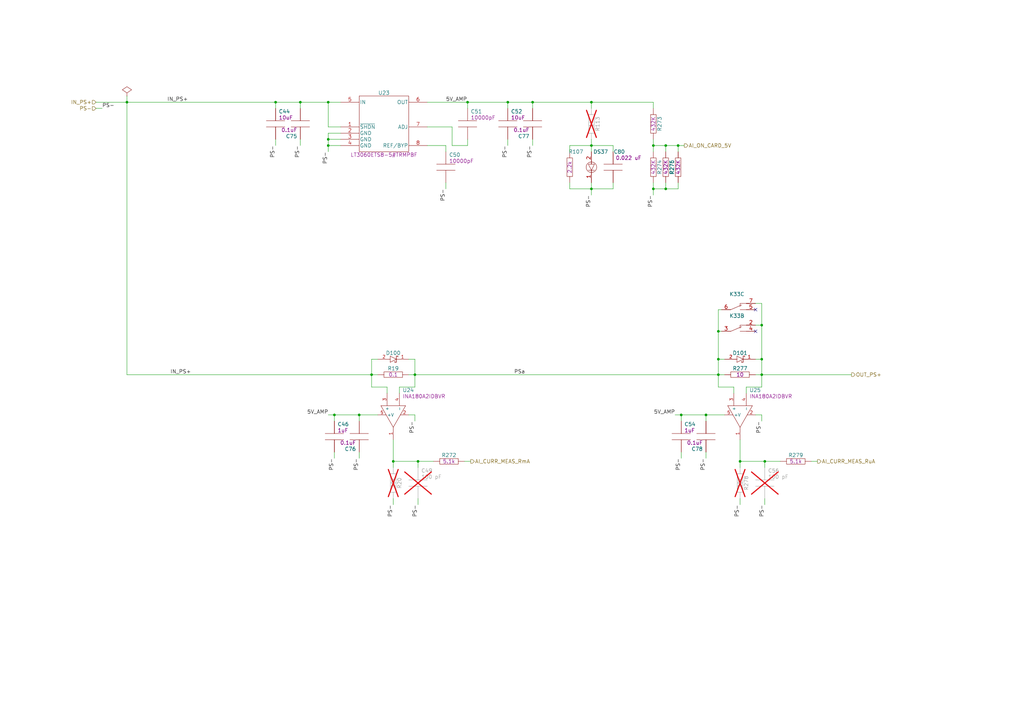
<source format=kicad_sch>
(kicad_sch
	(version 20250114)
	(generator "eeschema")
	(generator_version "9.0")
	(uuid "743f3be5-0241-4bc0-bd91-eec5438509f1")
	(paper "A3")
	(title_block
		(title "${PART_NUM} ${PCB_NAME} ${ASSY_VARIANT} ${ASSY_NAME}")
		(date "2025-03-12")
		(rev "${REVISION}${REVISION_SCH}")
		(company "${COMPANY}")
		(comment 1 "${PART_NUM}")
		(comment 2 "${PRJ_NUM}")
		(comment 3 "${PRJ_NAME}")
		(comment 4 "${DESIGNED}")
		(comment 5 "${PART_NUM_ICT}")
	)
	(lib_symbols
		(symbol "Analog_Devices:LT3060ETS8-5#TRMPBF"
			(pin_names
				(offset 0.254)
			)
			(exclude_from_sim no)
			(in_bom yes)
			(on_board yes)
			(property "Reference" "U"
				(at 0 12.7 0)
				(effects
					(font
						(size 1.524 1.524)
					)
				)
			)
			(property "Value" "LT3060ETS8-5#TRMPBF"
				(at 0 -15.24 0)
				(effects
					(font
						(size 1.524 1.524)
					)
					(hide yes)
				)
			)
			(property "Footprint" "_AnalogDevices:SOT65P280X100-8"
				(at 0 -30.48 0)
				(effects
					(font
						(size 1.524 1.524)
					)
					(hide yes)
				)
			)
			(property "Datasheet" ""
				(at -10.16 3.81 0)
				(effects
					(font
						(size 1.524 1.524)
					)
				)
			)
			(property "Description" "IC REG LINEAR 5V 100MA TSOT23-8"
				(at 0 -22.86 0)
				(effects
					(font
						(size 1.524 1.524)
					)
					(hide yes)
				)
			)
			(property "SupplierDevicePackage" "TSOT-23-8"
				(at 0 -25.4 0)
				(effects
					(font
						(size 1.524 1.524)
					)
					(hide yes)
				)
			)
			(property "SupplierPartNumber" "LT3060ETS8-5#TRMPBFTR-ND"
				(at 0 -17.78 0)
				(effects
					(font
						(size 1.524 1.524)
					)
					(hide yes)
				)
			)
			(property "Supplier" "Digi-Key"
				(at 0 -27.94 0)
				(effects
					(font
						(size 1.524 1.524)
					)
					(hide yes)
				)
			)
			(property "ManufacturerPartNumber" "LT3060ETS8-5#TRMPBF"
				(at 0 -12.7 0)
				(effects
					(font
						(size 1.524 1.524)
					)
				)
			)
			(property "Manufacturer" "Analog Devices Inc."
				(at 0 -20.32 0)
				(effects
					(font
						(size 1.524 1.524)
					)
					(hide yes)
				)
			)
			(symbol "LT3060ETS8-5#TRMPBF_0_1"
				(rectangle
					(start -10.16 11.43)
					(end 10.16 -11.43)
					(stroke
						(width 0)
						(type solid)
					)
					(fill
						(type none)
					)
				)
			)
			(symbol "LT3060ETS8-5#TRMPBF_1_1"
				(pin power_in line
					(at -17.78 8.89 0)
					(length 7.62)
					(name "IN"
						(effects
							(font
								(size 1.524 1.524)
							)
						)
					)
					(number "5"
						(effects
							(font
								(size 1.524 1.524)
							)
						)
					)
				)
				(pin input line
					(at -17.78 -1.27 0)
					(length 7.62)
					(name "~{SHDN}"
						(effects
							(font
								(size 1.524 1.524)
							)
						)
					)
					(number "1"
						(effects
							(font
								(size 1.524 1.524)
							)
						)
					)
				)
				(pin power_in line
					(at -17.78 -3.81 0)
					(length 7.62)
					(name "GND"
						(effects
							(font
								(size 1.524 1.524)
							)
						)
					)
					(number "2"
						(effects
							(font
								(size 1.524 1.524)
							)
						)
					)
				)
				(pin power_in line
					(at -17.78 -6.35 0)
					(length 7.62)
					(name "GND"
						(effects
							(font
								(size 1.524 1.524)
							)
						)
					)
					(number "3"
						(effects
							(font
								(size 1.524 1.524)
							)
						)
					)
				)
				(pin power_in line
					(at -17.78 -8.89 0)
					(length 7.62)
					(name "GND"
						(effects
							(font
								(size 1.524 1.524)
							)
						)
					)
					(number "4"
						(effects
							(font
								(size 1.524 1.524)
							)
						)
					)
				)
				(pin power_out line
					(at 17.78 8.89 180)
					(length 7.62)
					(name "OUT"
						(effects
							(font
								(size 1.524 1.524)
							)
						)
					)
					(number "6"
						(effects
							(font
								(size 1.524 1.524)
							)
						)
					)
				)
				(pin bidirectional line
					(at 17.78 -1.27 180)
					(length 7.62)
					(name "ADJ"
						(effects
							(font
								(size 1.524 1.524)
							)
						)
					)
					(number "7"
						(effects
							(font
								(size 1.524 1.524)
							)
						)
					)
				)
				(pin output line
					(at 17.78 -8.89 180)
					(length 7.62)
					(name "REF/BYP"
						(effects
							(font
								(size 1.524 1.524)
							)
						)
					)
					(number "8"
						(effects
							(font
								(size 1.524 1.524)
							)
						)
					)
				)
			)
			(embedded_fonts no)
		)
		(symbol "Capacitor_AVX:06035C104KAZ2A"
			(pin_numbers
				(hide yes)
			)
			(pin_names
				(offset 1.016)
			)
			(exclude_from_sim no)
			(in_bom yes)
			(on_board yes)
			(property "Reference" "C"
				(at -5.08 1.27 90)
				(effects
					(font
						(size 1.524 1.524)
					)
					(justify left)
				)
			)
			(property "Value" "06035C104KAZ2A"
				(at 1.27 -12.7 0)
				(effects
					(font
						(size 1.524 1.524)
					)
					(hide yes)
				)
			)
			(property "Footprint" "Capacitor_AVX:CAPC1608X90N"
				(at 1.27 -35.56 0)
				(effects
					(font
						(size 1.524 1.524)
					)
					(hide yes)
				)
			)
			(property "Datasheet" ""
				(at 1.27 2.54 0)
				(effects
					(font
						(size 1.524 1.524)
					)
				)
			)
			(property "Description" "CAP CER 0.1UF 50V X7R 0603"
				(at 0 -17.78 0)
				(effects
					(font
						(size 1.524 1.524)
					)
					(hide yes)
				)
			)
			(property "Tolerance" "±10%"
				(at 0 -25.4 0)
				(effects
					(font
						(size 1.524 1.524)
					)
					(hide yes)
				)
			)
			(property "Nominal" "0.1uF"
				(at -2.54 1.27 90)
				(effects
					(font
						(size 1.524 1.524)
					)
					(justify left)
				)
			)
			(property "SupplierDevicePackage" "C0603"
				(at 0 -30.48 0)
				(effects
					(font
						(size 1.524 1.524)
					)
					(hide yes)
				)
			)
			(property "Voltage" "50V"
				(at 0 -22.86 0)
				(effects
					(font
						(size 1.524 1.524)
					)
					(hide yes)
				)
			)
			(property "SupplierPartNumber" "478-3540-1-ND"
				(at 1.27 -15.24 0)
				(effects
					(font
						(size 1.524 1.524)
					)
					(hide yes)
				)
			)
			(property "Supplier" "Digi-Key"
				(at 0 -33.02 0)
				(effects
					(font
						(size 1.524 1.524)
					)
					(hide yes)
				)
			)
			(property "ManufacturerPartNumber" "06035C104KAZ2A"
				(at 1.27 -10.16 0)
				(effects
					(font
						(size 1.524 1.524)
					)
					(hide yes)
				)
			)
			(property "Manufacturer" "AVX Corporation"
				(at 1.27 -20.32 0)
				(effects
					(font
						(size 1.524 1.524)
					)
					(hide yes)
				)
			)
			(property "Type" "X7R"
				(at 0 -27.94 0)
				(effects
					(font
						(size 1.524 1.524)
					)
					(hide yes)
				)
			)
			(symbol "06035C104KAZ2A_0_1"
				(polyline
					(pts
						(xy -1.27 3.81) (xy -1.27 -3.81)
					)
					(stroke
						(width 0)
						(type solid)
					)
					(fill
						(type none)
					)
				)
				(polyline
					(pts
						(xy 1.27 3.81) (xy 1.27 -3.81)
					)
					(stroke
						(width 0)
						(type solid)
					)
					(fill
						(type none)
					)
				)
			)
			(symbol "06035C104KAZ2A_1_1"
				(pin passive line
					(at -6.35 0 0)
					(length 5.08)
					(name "~"
						(effects
							(font
								(size 1.27 1.27)
							)
						)
					)
					(number "1"
						(effects
							(font
								(size 1.27 1.27)
							)
						)
					)
				)
				(pin passive line
					(at 6.35 0 180)
					(length 5.08)
					(name "~"
						(effects
							(font
								(size 1.27 1.27)
							)
						)
					)
					(number "2"
						(effects
							(font
								(size 1.27 1.27)
							)
						)
					)
				)
			)
			(embedded_fonts no)
		)
		(symbol "Capacitor_AVX:08055C105KAT2A"
			(pin_numbers
				(hide yes)
			)
			(pin_names
				(offset 1.016)
			)
			(exclude_from_sim no)
			(in_bom yes)
			(on_board yes)
			(property "Reference" "C"
				(at 0 5.08 0)
				(effects
					(font
						(size 1.524 1.524)
					)
				)
			)
			(property "Value" "08055C105KAT2A"
				(at 0 -11.43 0)
				(effects
					(font
						(size 1.524 1.524)
					)
					(hide yes)
				)
			)
			(property "Footprint" "Capacitor_AVX:CAPC2012X94"
				(at 0 -34.29 0)
				(effects
					(font
						(size 1.524 1.524)
					)
					(hide yes)
				)
			)
			(property "Datasheet" ""
				(at 1.27 2.54 0)
				(effects
					(font
						(size 1.524 1.524)
					)
				)
			)
			(property "Description" "CAP CER 1UF 50V X7R 0805"
				(at 0 -16.51 0)
				(effects
					(font
						(size 1.524 1.524)
					)
					(hide yes)
				)
			)
			(property "Tolerance" "10%"
				(at 0 -31.75 0)
				(effects
					(font
						(size 1.524 1.524)
					)
					(hide yes)
				)
			)
			(property "Nominal" "1uF"
				(at 0 -6.35 0)
				(effects
					(font
						(size 1.524 1.524)
					)
				)
			)
			(property "SupplierDevicePackage" "C0805"
				(at 0 -29.21 0)
				(effects
					(font
						(size 1.524 1.524)
					)
					(hide yes)
				)
			)
			(property "Voltage" "50V"
				(at 0 -21.59 0)
				(effects
					(font
						(size 1.524 1.524)
					)
					(hide yes)
				)
			)
			(property "SupplierPartNumber" "478-7956-1-ND"
				(at 0 -13.97 0)
				(effects
					(font
						(size 1.524 1.524)
					)
					(hide yes)
				)
			)
			(property "Supplier" "Digi-Key"
				(at 0 -24.13 0)
				(effects
					(font
						(size 1.524 1.524)
					)
					(hide yes)
				)
			)
			(property "ManufacturerPartNumber" "08055C105KAT2A"
				(at 0 -8.89 0)
				(effects
					(font
						(size 1.524 1.524)
					)
					(hide yes)
				)
			)
			(property "Manufacturer" "AVX Corporation"
				(at 0 -19.05 0)
				(effects
					(font
						(size 1.524 1.524)
					)
					(hide yes)
				)
			)
			(property "Type" "X7R"
				(at 0 -26.67 0)
				(effects
					(font
						(size 1.524 1.524)
					)
					(hide yes)
				)
			)
			(symbol "08055C105KAT2A_0_1"
				(polyline
					(pts
						(xy -1.27 3.81) (xy -1.27 -3.81)
					)
					(stroke
						(width 0)
						(type solid)
					)
					(fill
						(type none)
					)
				)
				(polyline
					(pts
						(xy 1.27 3.81) (xy 1.27 -3.81)
					)
					(stroke
						(width 0)
						(type solid)
					)
					(fill
						(type none)
					)
				)
			)
			(symbol "08055C105KAT2A_1_1"
				(pin passive line
					(at -6.35 0 0)
					(length 5.08)
					(name "~"
						(effects
							(font
								(size 1.27 1.27)
							)
						)
					)
					(number "1"
						(effects
							(font
								(size 1.27 1.27)
							)
						)
					)
				)
				(pin passive line
					(at 6.35 0 180)
					(length 5.08)
					(name "~"
						(effects
							(font
								(size 1.27 1.27)
							)
						)
					)
					(number "2"
						(effects
							(font
								(size 1.27 1.27)
							)
						)
					)
				)
			)
			(embedded_fonts no)
		)
		(symbol "Capacitor_KEMET:C0805C101K5RACTU"
			(pin_numbers
				(hide yes)
			)
			(pin_names
				(offset 1.016)
			)
			(exclude_from_sim no)
			(in_bom yes)
			(on_board yes)
			(property "Reference" "C"
				(at 0 5.08 0)
				(effects
					(font
						(size 1.524 1.524)
					)
				)
			)
			(property "Value" "C0805C101K5RACTU"
				(at 0 -11.43 0)
				(effects
					(font
						(size 1.524 1.524)
					)
					(hide yes)
				)
			)
			(property "Footprint" "Capacitor_KEMET_C0G:CAPC2012X120N"
				(at 0 -34.29 0)
				(effects
					(font
						(size 1.524 1.524)
					)
					(hide yes)
				)
			)
			(property "Datasheet" ""
				(at 1.27 2.54 0)
				(effects
					(font
						(size 1.524 1.524)
					)
					(hide yes)
				)
			)
			(property "Description" "CAP CER 100PF 50V X7R 0805"
				(at 0 -16.51 0)
				(effects
					(font
						(size 1.524 1.524)
					)
					(hide yes)
				)
			)
			(property "Tolerance" "10%"
				(at 0 -31.75 0)
				(effects
					(font
						(size 1.524 1.524)
					)
					(hide yes)
				)
			)
			(property "Nominal" "100 pF"
				(at 0 -6.35 0)
				(effects
					(font
						(size 1.524 1.524)
					)
				)
			)
			(property "SupplierDevicePackage" "C0805"
				(at 0 -29.21 0)
				(effects
					(font
						(size 1.524 1.524)
					)
					(hide yes)
				)
			)
			(property "Voltage" "50V"
				(at 0 -21.59 0)
				(effects
					(font
						(size 1.524 1.524)
					)
					(hide yes)
				)
			)
			(property "SupplierPartNumber" "399-7981-1-ND"
				(at 0 -13.97 0)
				(effects
					(font
						(size 1.524 1.524)
					)
					(hide yes)
				)
			)
			(property "Supplier" "Digi-Key"
				(at 0 -24.13 0)
				(effects
					(font
						(size 1.524 1.524)
					)
					(hide yes)
				)
			)
			(property "ManufacturerPartNumber" "C0805C101K5RACTU"
				(at 0 -8.89 0)
				(effects
					(font
						(size 1.524 1.524)
					)
					(hide yes)
				)
			)
			(property "Manufacturer" "KEMET"
				(at 0 -19.05 0)
				(effects
					(font
						(size 1.524 1.524)
					)
					(hide yes)
				)
			)
			(property "Type" "X7R"
				(at 0 -26.67 0)
				(effects
					(font
						(size 1.524 1.524)
					)
					(hide yes)
				)
			)
			(symbol "C0805C101K5RACTU_0_1"
				(polyline
					(pts
						(xy -1.27 3.81) (xy -1.27 -3.81)
					)
					(stroke
						(width 0)
						(type solid)
					)
					(fill
						(type none)
					)
				)
				(polyline
					(pts
						(xy 1.27 3.81) (xy 1.27 -3.81)
					)
					(stroke
						(width 0)
						(type solid)
					)
					(fill
						(type none)
					)
				)
			)
			(symbol "C0805C101K5RACTU_1_1"
				(pin passive line
					(at -6.35 0 0)
					(length 5.08)
					(name "~"
						(effects
							(font
								(size 1.27 1.27)
							)
						)
					)
					(number "1"
						(effects
							(font
								(size 1.27 1.27)
							)
						)
					)
				)
				(pin passive line
					(at 6.35 0 180)
					(length 5.08)
					(name "~"
						(effects
							(font
								(size 1.27 1.27)
							)
						)
					)
					(number "2"
						(effects
							(font
								(size 1.27 1.27)
							)
						)
					)
				)
			)
			(embedded_fonts no)
		)
		(symbol "Capacitor_Murata:GRM2195C1H103FA01D"
			(pin_numbers
				(hide yes)
			)
			(pin_names
				(offset 1.016)
			)
			(exclude_from_sim no)
			(in_bom yes)
			(on_board yes)
			(property "Reference" "C"
				(at 0 5.08 0)
				(effects
					(font
						(size 1.524 1.524)
					)
				)
			)
			(property "Value" "GRM2195C1H103FA01D"
				(at 0 -11.43 0)
				(effects
					(font
						(size 1.524 1.524)
					)
					(hide yes)
				)
			)
			(property "Footprint" "Capacitor_Murata:CAPC2012X135N"
				(at 0 -34.29 0)
				(effects
					(font
						(size 1.524 1.524)
					)
					(hide yes)
				)
			)
			(property "Datasheet" ""
				(at 1.27 2.54 0)
				(effects
					(font
						(size 1.524 1.524)
					)
				)
			)
			(property "Description" "CAP CER 10000PF 50V C0G/NP0 0805"
				(at 0 -16.51 0)
				(effects
					(font
						(size 1.524 1.524)
					)
					(hide yes)
				)
			)
			(property "Tolerance" "1%"
				(at 0 -31.75 0)
				(effects
					(font
						(size 1.524 1.524)
					)
					(hide yes)
				)
			)
			(property "Nominal" "10000pF"
				(at 0 -6.35 0)
				(effects
					(font
						(size 1.524 1.524)
					)
				)
			)
			(property "SupplierDevicePackage" "C0805"
				(at 0 -29.21 0)
				(effects
					(font
						(size 1.524 1.524)
					)
					(hide yes)
				)
			)
			(property "Voltage" "50V"
				(at 0 -21.59 0)
				(effects
					(font
						(size 1.524 1.524)
					)
					(hide yes)
				)
			)
			(property "SupplierPartNumber" "490-8295-2-ND"
				(at 0 -13.97 0)
				(effects
					(font
						(size 1.524 1.524)
					)
					(hide yes)
				)
			)
			(property "Supplier" "Digi-Key"
				(at 0 -24.13 0)
				(effects
					(font
						(size 1.524 1.524)
					)
					(hide yes)
				)
			)
			(property "ManufacturerPartNumber" "GRM2195C1H103FA01D"
				(at 0 -8.89 0)
				(effects
					(font
						(size 1.524 1.524)
					)
					(hide yes)
				)
			)
			(property "Manufacturer" "Murata Electronics"
				(at 0 -19.05 0)
				(effects
					(font
						(size 1.524 1.524)
					)
					(hide yes)
				)
			)
			(property "Type" "C0G"
				(at 0 -26.67 0)
				(effects
					(font
						(size 1.524 1.524)
					)
					(hide yes)
				)
			)
			(symbol "GRM2195C1H103FA01D_0_1"
				(polyline
					(pts
						(xy -1.27 3.81) (xy -1.27 -3.81)
					)
					(stroke
						(width 0)
						(type solid)
					)
					(fill
						(type none)
					)
				)
				(polyline
					(pts
						(xy 1.27 3.81) (xy 1.27 -3.81)
					)
					(stroke
						(width 0)
						(type solid)
					)
					(fill
						(type none)
					)
				)
			)
			(symbol "GRM2195C1H103FA01D_1_1"
				(pin passive line
					(at -6.35 0 0)
					(length 5.08)
					(name "~"
						(effects
							(font
								(size 1.27 1.27)
							)
						)
					)
					(number "1"
						(effects
							(font
								(size 1.27 1.27)
							)
						)
					)
				)
				(pin passive line
					(at 6.35 0 180)
					(length 5.08)
					(name "~"
						(effects
							(font
								(size 1.27 1.27)
							)
						)
					)
					(number "2"
						(effects
							(font
								(size 1.27 1.27)
							)
						)
					)
				)
			)
			(embedded_fonts no)
		)
		(symbol "Capacitor_Samsung:CL32B106KBJNNWE"
			(pin_numbers
				(hide yes)
			)
			(pin_names
				(offset 1.016)
			)
			(exclude_from_sim no)
			(in_bom yes)
			(on_board yes)
			(property "Reference" "C"
				(at 0 5.08 0)
				(effects
					(font
						(size 1.524 1.524)
					)
				)
			)
			(property "Value" "CL32B106KBJNNWE"
				(at 0 -11.43 0)
				(effects
					(font
						(size 1.524 1.524)
					)
					(hide yes)
				)
			)
			(property "Footprint" "Capacitor_Samsung:CAPC3225X280N"
				(at 0 -34.29 0)
				(effects
					(font
						(size 1.524 1.524)
					)
					(hide yes)
				)
			)
			(property "Datasheet" ""
				(at 1.27 2.54 0)
				(effects
					(font
						(size 1.524 1.524)
					)
				)
			)
			(property "Description" "CAP CER 10UF 50V X7R 1210"
				(at 0 -16.51 0)
				(effects
					(font
						(size 1.524 1.524)
					)
					(hide yes)
				)
			)
			(property "Tolerance" "20%"
				(at 0 -32.385 0)
				(effects
					(font
						(size 1.524 1.524)
					)
					(hide yes)
				)
			)
			(property "Nominal" "10uF"
				(at 0 -6.35 0)
				(effects
					(font
						(size 1.524 1.524)
					)
				)
			)
			(property "SupplierDevicePackage" "C1210"
				(at 0 -29.845 0)
				(effects
					(font
						(size 1.524 1.524)
					)
					(hide yes)
				)
			)
			(property "Voltage" "50V"
				(at 0 -21.59 0)
				(effects
					(font
						(size 1.524 1.524)
					)
					(hide yes)
				)
			)
			(property "SupplierPartNumber" "1276-3387-1-ND"
				(at 0 -13.97 0)
				(effects
					(font
						(size 1.524 1.524)
					)
					(hide yes)
				)
			)
			(property "Supplier" "Digi-Key"
				(at 0 -24.13 0)
				(effects
					(font
						(size 1.524 1.524)
					)
					(hide yes)
				)
			)
			(property "ManufacturerPartNumber" "CL32B106KBJNNNE"
				(at 0 -8.89 0)
				(effects
					(font
						(size 1.524 1.524)
					)
					(hide yes)
				)
			)
			(property "Manufacturer" "Samsung Electro-Mechanics America Inc."
				(at 0 -19.05 0)
				(effects
					(font
						(size 1.524 1.524)
					)
					(hide yes)
				)
			)
			(property "Type" "X7R"
				(at 0 -26.67 0)
				(effects
					(font
						(size 1.524 1.524)
					)
					(hide yes)
				)
			)
			(symbol "CL32B106KBJNNWE_0_1"
				(polyline
					(pts
						(xy -1.27 3.81) (xy -1.27 -3.81)
					)
					(stroke
						(width 0)
						(type solid)
					)
					(fill
						(type none)
					)
				)
				(polyline
					(pts
						(xy 1.27 3.81) (xy 1.27 -3.81)
					)
					(stroke
						(width 0)
						(type solid)
					)
					(fill
						(type none)
					)
				)
			)
			(symbol "CL32B106KBJNNWE_1_1"
				(pin passive line
					(at -6.35 0 0)
					(length 5.08)
					(name "~"
						(effects
							(font
								(size 1.27 1.27)
							)
						)
					)
					(number "1"
						(effects
							(font
								(size 1.27 1.27)
							)
						)
					)
				)
				(pin passive line
					(at 6.35 0 180)
					(length 5.08)
					(name "~"
						(effects
							(font
								(size 1.27 1.27)
							)
						)
					)
					(number "2"
						(effects
							(font
								(size 1.27 1.27)
							)
						)
					)
				)
			)
			(embedded_fonts no)
		)
		(symbol "Capacitor_TDK:CGA4J2NP01H223J125AA"
			(pin_numbers
				(hide yes)
			)
			(pin_names
				(offset 1.016)
			)
			(exclude_from_sim no)
			(in_bom yes)
			(on_board yes)
			(property "Reference" "C"
				(at 0 5.08 0)
				(effects
					(font
						(size 1.524 1.524)
					)
				)
			)
			(property "Value" "CGA4J2NP01H223J125AA"
				(at 0 -11.43 0)
				(effects
					(font
						(size 1.524 1.524)
					)
					(hide yes)
				)
			)
			(property "Footprint" "Capacitor_TDK:CAPC2012X145N"
				(at 0 -24.13 0)
				(effects
					(font
						(size 1.524 1.524)
					)
					(hide yes)
				)
			)
			(property "Datasheet" ""
				(at 1.27 2.54 0)
				(effects
					(font
						(size 1.524 1.524)
					)
				)
			)
			(property "Description" "CAP CER 0.022UF 50V NP0 0805"
				(at 0 -16.51 0)
				(effects
					(font
						(size 1.524 1.524)
					)
					(hide yes)
				)
			)
			(property "Nominal" "0.022 uF"
				(at 0 -6.35 0)
				(effects
					(font
						(size 1.524 1.524)
					)
				)
			)
			(property "SupplierPartNumber" "445-12628-2-ND"
				(at 0 -13.97 0)
				(effects
					(font
						(size 1.524 1.524)
					)
					(hide yes)
				)
			)
			(property "Supplier" "Digi-Key"
				(at 0 -21.59 0)
				(effects
					(font
						(size 1.524 1.524)
					)
					(hide yes)
				)
			)
			(property "ManufacturerPartNumber" "CGA4J2NP01H223J125AA"
				(at 0 -8.89 0)
				(effects
					(font
						(size 1.524 1.524)
					)
					(hide yes)
				)
			)
			(property "Manufacturer" "TDK Corporation"
				(at 0 -19.05 0)
				(effects
					(font
						(size 1.524 1.524)
					)
					(hide yes)
				)
			)
			(symbol "CGA4J2NP01H223J125AA_0_1"
				(polyline
					(pts
						(xy -1.27 3.81) (xy -1.27 -3.81)
					)
					(stroke
						(width 0)
						(type solid)
					)
					(fill
						(type none)
					)
				)
				(polyline
					(pts
						(xy 1.27 3.81) (xy 1.27 -3.81)
					)
					(stroke
						(width 0)
						(type solid)
					)
					(fill
						(type none)
					)
				)
			)
			(symbol "CGA4J2NP01H223J125AA_1_1"
				(pin passive line
					(at -6.35 0 0)
					(length 5.08)
					(name "~"
						(effects
							(font
								(size 1.27 1.27)
							)
						)
					)
					(number "1"
						(effects
							(font
								(size 1.27 1.27)
							)
						)
					)
				)
				(pin passive line
					(at 6.35 0 180)
					(length 5.08)
					(name "~"
						(effects
							(font
								(size 1.27 1.27)
							)
						)
					)
					(number "2"
						(effects
							(font
								(size 1.27 1.27)
							)
						)
					)
				)
			)
			(embedded_fonts no)
		)
		(symbol "LiteOnInc:LTST-C171KGKT"
			(pin_names
				(offset 1.016)
				(hide yes)
			)
			(exclude_from_sim no)
			(in_bom yes)
			(on_board yes)
			(property "Reference" "DS"
				(at 0 4.445 0)
				(effects
					(font
						(size 1.524 1.524)
					)
				)
			)
			(property "Value" "LTST-C171KGKT"
				(at 0 -5.08 0)
				(effects
					(font
						(size 1.524 1.524)
					)
					(hide yes)
				)
			)
			(property "Footprint" "_LiteOnInc:LEDC2012X120N"
				(at 0.127 -26.416 0)
				(effects
					(font
						(size 1.524 1.524)
					)
					(hide yes)
				)
			)
			(property "Datasheet" ""
				(at 0 0 0)
				(effects
					(font
						(size 1.524 1.524)
					)
				)
			)
			(property "Description" "LED GREEN 571 NM CLEAR SMD 2V 0805 (2012)"
				(at 0 -12.7 0)
				(effects
					(font
						(size 1.524 1.524)
					)
					(hide yes)
				)
			)
			(property "SupplierPartNumber" "160-1426-1-ND"
				(at 0 -10.16 0)
				(effects
					(font
						(size 1.524 1.524)
					)
					(hide yes)
				)
			)
			(property "Supplier" "Digi-Key"
				(at 0 -24.13 0)
				(effects
					(font
						(size 1.524 1.524)
					)
					(hide yes)
				)
			)
			(property "ManufacturerPartNumber" "LTST-C171KGKT"
				(at 0 -7.62 0)
				(effects
					(font
						(size 1.524 1.524)
					)
					(hide yes)
				)
			)
			(property "Voltage" "2V"
				(at 0 -21.59 0)
				(effects
					(font
						(size 1.524 1.524)
					)
					(hide yes)
				)
			)
			(property "Size" "D0805"
				(at 0 -19.05 0)
				(effects
					(font
						(size 1.524 1.524)
					)
					(hide yes)
				)
			)
			(property "Manufacturer" "Lite-On Inc"
				(at 0 -15.24 0)
				(effects
					(font
						(size 1.524 1.524)
					)
					(hide yes)
				)
			)
			(property "ki_keywords" "LED"
				(at 0 0 0)
				(effects
					(font
						(size 1.27 1.27)
					)
					(hide yes)
				)
			)
			(symbol "LTST-C171KGKT_0_1"
				(polyline
					(pts
						(xy -1.27 1.27) (xy -1.27 -1.27) (xy 1.27 0) (xy -1.27 1.27)
					)
					(stroke
						(width 0)
						(type solid)
					)
					(fill
						(type none)
					)
				)
				(circle
					(center 0 0)
					(radius 2.159)
					(stroke
						(width 0)
						(type solid)
					)
					(fill
						(type none)
					)
				)
				(polyline
					(pts
						(xy 1.27 1.27) (xy 1.27 -1.27)
					)
					(stroke
						(width 0)
						(type solid)
					)
					(fill
						(type none)
					)
				)
			)
			(symbol "LTST-C171KGKT_1_1"
				(pin passive line
					(at -6.35 0 0)
					(length 5.08)
					(name "-"
						(effects
							(font
								(size 1.524 1.524)
							)
						)
					)
					(number "2"
						(effects
							(font
								(size 1.524 1.524)
							)
						)
					)
				)
				(pin passive line
					(at 6.35 0 180)
					(length 5.08)
					(name "+"
						(effects
							(font
								(size 1.524 1.524)
							)
						)
					)
					(number "1"
						(effects
							(font
								(size 1.524 1.524)
							)
						)
					)
				)
			)
			(embedded_fonts no)
		)
		(symbol "Relay_Omron:G6K-2G-Y-TR_DC24_DPDT"
			(pin_names
				(offset 0.762)
			)
			(exclude_from_sim no)
			(in_bom yes)
			(on_board yes)
			(property "Reference" "K"
				(at 0.635 3.81 0)
				(effects
					(font
						(size 1.524 1.524)
					)
				)
			)
			(property "Value" "G6K-2G-Y-TR_DC24_DPDT"
				(at 0 -5.08 0)
				(effects
					(font
						(size 1.524 1.524)
					)
					(hide yes)
				)
			)
			(property "Footprint" "_Relay_Omron:OMRON_G6K-2G-Y"
				(at 0 -17.78 0)
				(effects
					(font
						(size 1.524 1.524)
					)
					(hide yes)
				)
			)
			(property "Datasheet" ""
				(at -3.81 -20.32 90)
				(effects
					(font
						(size 1.524 1.524)
					)
				)
			)
			(property "Description" "RELAY TELECOM DPDT 1A 24VDC"
				(at 0 -10.16 0)
				(effects
					(font
						(size 1.524 1.524)
					)
					(hide yes)
				)
			)
			(property "ManufacturerPartNumber" "G6K-2G-Y-TR DC24"
				(at 0.635 -1.905 0)
				(effects
					(font
						(size 1.524 1.524)
					)
					(hide yes)
				)
			)
			(property "Manufacturer" "Omron Electronics Inc-EMC Div"
				(at 0 -15.24 0)
				(effects
					(font
						(size 1.524 1.524)
					)
					(hide yes)
				)
			)
			(property "SupplierPartNumber" "Z5422TR-ND"
				(at 0 -7.62 0)
				(effects
					(font
						(size 1.524 1.524)
					)
					(hide yes)
				)
			)
			(property "Supplier" "Digi-Key"
				(at 0 -12.7 0)
				(effects
					(font
						(size 1.524 1.524)
					)
					(hide yes)
				)
			)
			(property "ki_locked" ""
				(at 0 0 0)
				(effects
					(font
						(size 1.27 1.27)
					)
				)
			)
			(symbol "G6K-2G-Y-TR_DC24_DPDT_1_1"
				(arc
					(start -4.445 0)
					(mid -3.175 1.2645)
					(end -1.905 0)
					(stroke
						(width 0)
						(type solid)
					)
					(fill
						(type none)
					)
				)
				(arc
					(start -1.905 0)
					(mid -0.635 1.2645)
					(end 0.635 0)
					(stroke
						(width 0)
						(type solid)
					)
					(fill
						(type none)
					)
				)
				(arc
					(start 0.635 0)
					(mid 1.905 1.2645)
					(end 3.175 0)
					(stroke
						(width 0)
						(type solid)
					)
					(fill
						(type none)
					)
				)
				(arc
					(start 3.175 0)
					(mid 4.445 1.2645)
					(end 5.715 0)
					(stroke
						(width 0)
						(type solid)
					)
					(fill
						(type none)
					)
				)
				(text "+"
					(at -4.191 1.905 0)
					(effects
						(font
							(size 1.27 1.27)
						)
					)
				)
				(pin power_in line
					(at -6.35 0 0)
					(length 1.905)
					(name "~"
						(effects
							(font
								(size 1.524 1.524)
							)
						)
					)
					(number "1"
						(effects
							(font
								(size 1.524 1.524)
							)
						)
					)
				)
				(pin passive line
					(at 7.62 0 180)
					(length 1.905)
					(name "~"
						(effects
							(font
								(size 1.524 1.524)
							)
						)
					)
					(number "8"
						(effects
							(font
								(size 1.524 1.524)
							)
						)
					)
				)
			)
			(symbol "G6K-2G-Y-TR_DC24_DPDT_2_1"
				(polyline
					(pts
						(xy -2.54 0) (xy -5.08 0)
					)
					(stroke
						(width 0)
						(type solid)
					)
					(fill
						(type none)
					)
				)
				(polyline
					(pts
						(xy -2.54 0) (xy 1.905 1.905)
					)
					(stroke
						(width 0)
						(type solid)
					)
					(fill
						(type none)
					)
				)
				(polyline
					(pts
						(xy 1.27 0) (xy 5.08 0)
					)
					(stroke
						(width 0)
						(type solid)
					)
					(fill
						(type none)
					)
				)
				(polyline
					(pts
						(xy 5.08 2.54) (xy 1.27 2.54) (xy 1.27 1.27)
					)
					(stroke
						(width 0)
						(type solid)
					)
					(fill
						(type none)
					)
				)
				(pin passive line
					(at -6.35 0 0)
					(length 3.81)
					(name "~"
						(effects
							(font
								(size 1.524 1.524)
							)
						)
					)
					(number "3"
						(effects
							(font
								(size 1.524 1.524)
							)
						)
					)
				)
				(pin passive line
					(at 7.62 2.54 180)
					(length 3.81)
					(name "~"
						(effects
							(font
								(size 1.524 1.524)
							)
						)
					)
					(number "2"
						(effects
							(font
								(size 1.524 1.524)
							)
						)
					)
				)
				(pin passive line
					(at 7.62 0 180)
					(length 3.81)
					(name "~"
						(effects
							(font
								(size 1.524 1.524)
							)
						)
					)
					(number "4"
						(effects
							(font
								(size 1.524 1.524)
							)
						)
					)
				)
			)
			(symbol "G6K-2G-Y-TR_DC24_DPDT_3_1"
				(polyline
					(pts
						(xy -2.54 0) (xy -5.08 0)
					)
					(stroke
						(width 0)
						(type solid)
					)
					(fill
						(type none)
					)
				)
				(polyline
					(pts
						(xy -2.54 0) (xy 1.905 1.905)
					)
					(stroke
						(width 0)
						(type solid)
					)
					(fill
						(type none)
					)
				)
				(polyline
					(pts
						(xy 1.27 0) (xy 5.08 0)
					)
					(stroke
						(width 0)
						(type solid)
					)
					(fill
						(type none)
					)
				)
				(polyline
					(pts
						(xy 5.08 2.54) (xy 1.27 2.54) (xy 1.27 1.27)
					)
					(stroke
						(width 0)
						(type solid)
					)
					(fill
						(type none)
					)
				)
				(pin passive line
					(at -6.35 0 0)
					(length 3.81)
					(name "~"
						(effects
							(font
								(size 1.524 1.524)
							)
						)
					)
					(number "6"
						(effects
							(font
								(size 1.524 1.524)
							)
						)
					)
				)
				(pin passive line
					(at 7.62 2.54 180)
					(length 3.81)
					(name "~"
						(effects
							(font
								(size 1.524 1.524)
							)
						)
					)
					(number "7"
						(effects
							(font
								(size 1.524 1.524)
							)
						)
					)
				)
				(pin passive line
					(at 7.62 0 180)
					(length 3.81)
					(name "~"
						(effects
							(font
								(size 1.524 1.524)
							)
						)
					)
					(number "5"
						(effects
							(font
								(size 1.524 1.524)
							)
						)
					)
				)
			)
			(embedded_fonts no)
		)
		(symbol "Resistor_Yageo:RC0603JR-072K2L"
			(pin_numbers
				(hide yes)
			)
			(pin_names
				(offset 1.016)
				(hide yes)
			)
			(exclude_from_sim no)
			(in_bom yes)
			(on_board yes)
			(property "Reference" "R"
				(at 0 2.54 0)
				(effects
					(font
						(size 1.524 1.524)
					)
				)
			)
			(property "Value" "RC0603JR-072K2L"
				(at 0 -2.54 0)
				(effects
					(font
						(size 1.524 1.524)
					)
					(hide yes)
				)
			)
			(property "Footprint" "Resistor_Yageo_RC:RESC1608X65N"
				(at 0 -25.4 0)
				(effects
					(font
						(size 1.524 1.524)
					)
					(hide yes)
				)
			)
			(property "Datasheet" ""
				(at -1.27 0 0)
				(effects
					(font
						(size 1.524 1.524)
					)
					(hide yes)
				)
			)
			(property "Description" "RES SMD 2.2K OHM 5% 1/10W 0603"
				(at 0 -6.985 0)
				(effects
					(font
						(size 1.524 1.524)
					)
					(hide yes)
				)
			)
			(property "Power" "1/10W"
				(at 0 -19.685 0)
				(effects
					(font
						(size 1.524 1.524)
					)
					(hide yes)
				)
			)
			(property "SupplierPartNumber" "311-2.2KGRCT-ND"
				(at 0 -14.605 0)
				(effects
					(font
						(size 1.524 1.524)
					)
					(hide yes)
				)
			)
			(property "Nominal" "2.2k"
				(at 0 0 0)
				(effects
					(font
						(size 1.524 1.524)
					)
				)
			)
			(property "Tolerance" "5%"
				(at 0 -17.145 0)
				(effects
					(font
						(size 1.524 1.524)
					)
					(hide yes)
				)
			)
			(property "Supplier" "Digi-Key"
				(at 0 -4.445 0)
				(effects
					(font
						(size 1.524 1.524)
					)
					(hide yes)
				)
			)
			(property "SupplierDevicePackage" "R0603"
				(at 0 -22.225 0)
				(effects
					(font
						(size 1.524 1.524)
					)
					(hide yes)
				)
			)
			(property "ManufacturerPartNumber" "RC0603JR-072K2L"
				(at 0 -9.525 0)
				(effects
					(font
						(size 1.524 1.524)
					)
					(hide yes)
				)
			)
			(property "Manufacturer" "Yageo"
				(at 0 -12.065 0)
				(effects
					(font
						(size 1.524 1.524)
					)
					(hide yes)
				)
			)
			(symbol "RC0603JR-072K2L_1_1"
				(polyline
					(pts
						(xy -3.81 1.143) (xy 3.81 1.143) (xy 3.81 -1.143) (xy -3.81 -1.143) (xy -3.81 1.143)
					)
					(stroke
						(width 0)
						(type solid)
					)
					(fill
						(type none)
					)
				)
				(pin passive line
					(at -6.35 0 0)
					(length 2.54)
					(name "~"
						(effects
							(font
								(size 1.27 1.27)
							)
						)
					)
					(number "1"
						(effects
							(font
								(size 1.27 1.27)
							)
						)
					)
				)
				(pin passive line
					(at 6.35 0 180)
					(length 2.54)
					(name "~"
						(effects
							(font
								(size 1.27 1.27)
							)
						)
					)
					(number "2"
						(effects
							(font
								(size 1.27 1.27)
							)
						)
					)
				)
			)
			(embedded_fonts no)
		)
		(symbol "Resistor_Yageo:RC0805FR-0720KL"
			(pin_numbers
				(hide yes)
			)
			(pin_names
				(offset 1.016)
			)
			(exclude_from_sim no)
			(in_bom yes)
			(on_board yes)
			(property "Reference" "R"
				(at 0 2.54 0)
				(effects
					(font
						(size 1.524 1.524)
					)
				)
			)
			(property "Value" "RC0805FR-0720KL"
				(at 0 -3.175 0)
				(effects
					(font
						(size 1.524 1.524)
					)
					(hide yes)
				)
			)
			(property "Footprint" "Resistor_Yageo_RC:RESC2012X65N"
				(at 0 -26.67 0)
				(effects
					(font
						(size 1.524 1.524)
					)
					(hide yes)
				)
			)
			(property "Datasheet" ""
				(at -1.27 0 0)
				(effects
					(font
						(size 1.524 1.524)
					)
					(hide yes)
				)
			)
			(property "Description" "RES SMD 20K OHM 1% 1/8W 0805"
				(at 0 -6.985 0)
				(effects
					(font
						(size 1.524 1.524)
					)
					(hide yes)
				)
			)
			(property "Manufacturer" "Yageo"
				(at 0 -12.065 0)
				(effects
					(font
						(size 1.524 1.524)
					)
					(hide yes)
				)
			)
			(property "Tolerance" "1%"
				(at 0 -24.13 0)
				(effects
					(font
						(size 1.524 1.524)
					)
					(hide yes)
				)
			)
			(property "Nominal" "20k"
				(at 0 0 0)
				(effects
					(font
						(size 1.524 1.524)
					)
				)
			)
			(property "Power" "1/8W"
				(at 0 -17.145 0)
				(effects
					(font
						(size 1.524 1.524)
					)
					(hide yes)
				)
			)
			(property "Supplier" "Digi-Key"
				(at 0 -21.59 0)
				(effects
					(font
						(size 1.524 1.524)
					)
					(hide yes)
				)
			)
			(property "ManufacturerPartNumber" "RC0805FR-0720KL"
				(at 0 -9.525 0)
				(effects
					(font
						(size 1.524 1.524)
					)
					(hide yes)
				)
			)
			(property "SupplierDevicePackage" "R0805"
				(at 0 -19.685 0)
				(effects
					(font
						(size 1.524 1.524)
					)
					(hide yes)
				)
			)
			(property "SupplierPartNumber" "311-20.0KCRCT-ND"
				(at 0 -14.605 0)
				(effects
					(font
						(size 1.524 1.524)
					)
					(hide yes)
				)
			)
			(symbol "RC0805FR-0720KL_1_1"
				(polyline
					(pts
						(xy -3.81 1.143) (xy 3.81 1.143) (xy 3.81 -1.143) (xy -3.81 -1.143) (xy -3.81 1.143)
					)
					(stroke
						(width 0)
						(type solid)
					)
					(fill
						(type none)
					)
				)
				(pin passive line
					(at -6.35 0 0)
					(length 2.54)
					(name "~"
						(effects
							(font
								(size 1.27 1.27)
							)
						)
					)
					(number "1"
						(effects
							(font
								(size 1.27 1.27)
							)
						)
					)
				)
				(pin passive line
					(at 6.35 0 180)
					(length 2.54)
					(name "~"
						(effects
							(font
								(size 1.27 1.27)
							)
						)
					)
					(number "2"
						(effects
							(font
								(size 1.27 1.27)
							)
						)
					)
				)
			)
			(embedded_fonts no)
		)
		(symbol "Resistor_Yageo:RC0805FR-075K1L"
			(pin_numbers
				(hide yes)
			)
			(pin_names
				(offset 1.016)
			)
			(exclude_from_sim no)
			(in_bom yes)
			(on_board yes)
			(property "Reference" "R"
				(at 0 2.54 0)
				(effects
					(font
						(size 1.524 1.524)
					)
				)
			)
			(property "Value" "RC0805FR-075K1L"
				(at 0 -3.175 0)
				(effects
					(font
						(size 1.524 1.524)
					)
					(hide yes)
				)
			)
			(property "Footprint" "Resistor_Yageo_RC:RESC2012X65N"
				(at 0 -26.67 0)
				(effects
					(font
						(size 1.524 1.524)
					)
					(hide yes)
				)
			)
			(property "Datasheet" ""
				(at -1.27 0 0)
				(effects
					(font
						(size 1.524 1.524)
					)
					(hide yes)
				)
			)
			(property "Description" "RES SMD 5.1K OHM 1% 1/8W 0805"
				(at 0 -6.985 0)
				(effects
					(font
						(size 1.524 1.524)
					)
					(hide yes)
				)
			)
			(property "Manufacturer" "Yageo"
				(at 0 -12.065 0)
				(effects
					(font
						(size 1.524 1.524)
					)
					(hide yes)
				)
			)
			(property "Tolerance" "1%"
				(at 0 -24.13 0)
				(effects
					(font
						(size 1.524 1.524)
					)
					(hide yes)
				)
			)
			(property "Nominal" "5.1k"
				(at 0 0 0)
				(effects
					(font
						(size 1.524 1.524)
					)
				)
			)
			(property "Power" "1/8W"
				(at 0 -17.145 0)
				(effects
					(font
						(size 1.524 1.524)
					)
					(hide yes)
				)
			)
			(property "Supplier" "Digi-Key"
				(at 0 -21.59 0)
				(effects
					(font
						(size 1.524 1.524)
					)
					(hide yes)
				)
			)
			(property "ManufacturerPartNumber" "RC0805FR-075K1L"
				(at 0 -9.525 0)
				(effects
					(font
						(size 1.524 1.524)
					)
					(hide yes)
				)
			)
			(property "SupplierDevicePackage" "R0805"
				(at 0 -19.685 0)
				(effects
					(font
						(size 1.524 1.524)
					)
					(hide yes)
				)
			)
			(property "SupplierPartNumber" "3311-5.10KCRCT-ND"
				(at 0 -14.605 0)
				(effects
					(font
						(size 1.524 1.524)
					)
					(hide yes)
				)
			)
			(symbol "RC0805FR-075K1L_1_1"
				(polyline
					(pts
						(xy -3.81 1.143) (xy 3.81 1.143) (xy 3.81 -1.143) (xy -3.81 -1.143) (xy -3.81 1.143)
					)
					(stroke
						(width 0)
						(type solid)
					)
					(fill
						(type none)
					)
				)
				(pin passive line
					(at -6.35 0 0)
					(length 2.54)
					(name "~"
						(effects
							(font
								(size 1.27 1.27)
							)
						)
					)
					(number "1"
						(effects
							(font
								(size 1.27 1.27)
							)
						)
					)
				)
				(pin passive line
					(at 6.35 0 180)
					(length 2.54)
					(name "~"
						(effects
							(font
								(size 1.27 1.27)
							)
						)
					)
					(number "2"
						(effects
							(font
								(size 1.27 1.27)
							)
						)
					)
				)
			)
			(embedded_fonts no)
		)
		(symbol "Resistor_Yageo:RC1206FR-071KL"
			(pin_numbers
				(hide yes)
			)
			(pin_names
				(offset 1.016)
			)
			(exclude_from_sim no)
			(in_bom yes)
			(on_board yes)
			(property "Reference" "R"
				(at 0 2.54 0)
				(effects
					(font
						(size 1.524 1.524)
					)
				)
			)
			(property "Value" "RC1206FR-071KL"
				(at 0 -3.175 0)
				(effects
					(font
						(size 1.524 1.524)
					)
					(hide yes)
				)
			)
			(property "Footprint" "Resistor_Yageo_RC:RESC3116X65N"
				(at 0 -24.13 0)
				(effects
					(font
						(size 1.524 1.524)
					)
					(hide yes)
				)
			)
			(property "Datasheet" ""
				(at -1.27 0 0)
				(effects
					(font
						(size 1.524 1.524)
					)
					(hide yes)
				)
			)
			(property "Description" "RES SMD 1K OHM 1% 1/4W 1206"
				(at 0 -6.985 0)
				(effects
					(font
						(size 1.524 1.524)
					)
					(hide yes)
				)
			)
			(property "Nominal" "1k"
				(at 0 0 0)
				(effects
					(font
						(size 1.524 1.524)
					)
				)
			)
			(property "Power" "1/4W"
				(at 0 -17.145 0)
				(effects
					(font
						(size 1.524 1.524)
					)
					(hide yes)
				)
			)
			(property "Supplier" "Digi-Key"
				(at 0 -21.59 0)
				(effects
					(font
						(size 1.524 1.524)
					)
					(hide yes)
				)
			)
			(property "ManufacturerPartNumber" "RC1206FR-071KL"
				(at 0 -9.525 0)
				(effects
					(font
						(size 1.524 1.524)
					)
					(hide yes)
				)
			)
			(property "SupplierDevicePackage" "R1206"
				(at 0 -19.685 0)
				(effects
					(font
						(size 1.524 1.524)
					)
					(hide yes)
				)
			)
			(property "SupplierPartNumber" "311-1.00KFRCT-ND"
				(at 0 -14.605 0)
				(effects
					(font
						(size 1.524 1.524)
					)
					(hide yes)
				)
			)
			(property "Manufacturer" "Yageo"
				(at 0 -12.065 0)
				(effects
					(font
						(size 1.524 1.524)
					)
					(hide yes)
				)
			)
			(symbol "RC1206FR-071KL_1_1"
				(polyline
					(pts
						(xy -3.81 1.143) (xy 3.81 1.143) (xy 3.81 -1.143) (xy -3.81 -1.143) (xy -3.81 1.143)
					)
					(stroke
						(width 0)
						(type solid)
					)
					(fill
						(type none)
					)
				)
				(pin passive line
					(at -6.35 0 0)
					(length 2.54)
					(name "~"
						(effects
							(font
								(size 1.27 1.27)
							)
						)
					)
					(number "1"
						(effects
							(font
								(size 1.27 1.27)
							)
						)
					)
				)
				(pin passive line
					(at 6.35 0 180)
					(length 2.54)
					(name "~"
						(effects
							(font
								(size 1.27 1.27)
							)
						)
					)
					(number "2"
						(effects
							(font
								(size 1.27 1.27)
							)
						)
					)
				)
			)
			(embedded_fonts no)
		)
		(symbol "Resistor_Yageo:RT0603BRD07432KL"
			(pin_numbers
				(hide yes)
			)
			(pin_names
				(offset 1.016)
			)
			(exclude_from_sim no)
			(in_bom yes)
			(on_board yes)
			(property "Reference" "R"
				(at 0 2.54 0)
				(effects
					(font
						(size 1.524 1.524)
					)
				)
			)
			(property "Value" "RT0603BRD07432KL"
				(at 0 -2.54 0)
				(effects
					(font
						(size 1.524 1.524)
					)
					(hide yes)
				)
			)
			(property "Footprint" "Resistor_Yageo_RC:RESC1608X65N"
				(at 0 -17.78 0)
				(effects
					(font
						(size 1.524 1.524)
					)
					(hide yes)
				)
			)
			(property "Datasheet" ""
				(at -1.27 0 0)
				(effects
					(font
						(size 1.524 1.524)
					)
					(hide yes)
				)
			)
			(property "Description" "RES SMD 432K OHM 0.1% 1/10W 0603"
				(at 0 -10.16 0)
				(effects
					(font
						(size 1.524 1.524)
					)
					(hide yes)
				)
			)
			(property "Nominal" "432K"
				(at 0 0 0)
				(effects
					(font
						(size 1.524 1.524)
					)
				)
			)
			(property "Supplier" "Digi-Key"
				(at 0 -15.24 0)
				(effects
					(font
						(size 1.524 1.524)
					)
					(hide yes)
				)
			)
			(property "ManufacturerPartNumber" "RT0603BRD07432KL"
				(at 0 -5.08 0)
				(effects
					(font
						(size 1.524 1.524)
					)
					(hide yes)
				)
			)
			(property "SupplierPartNumber" "RT0603BRD07432KL-ND"
				(at 0 -7.62 0)
				(effects
					(font
						(size 1.524 1.524)
					)
					(hide yes)
				)
			)
			(property "Manufacturer" "Yageo"
				(at 0 -12.7 0)
				(effects
					(font
						(size 1.524 1.524)
					)
					(hide yes)
				)
			)
			(symbol "RT0603BRD07432KL_1_1"
				(polyline
					(pts
						(xy -3.81 1.143) (xy 3.81 1.143) (xy 3.81 -1.143) (xy -3.81 -1.143) (xy -3.81 1.143)
					)
					(stroke
						(width 0)
						(type solid)
					)
					(fill
						(type none)
					)
				)
				(pin passive line
					(at -6.35 0 0)
					(length 2.54)
					(name "~"
						(effects
							(font
								(size 1.27 1.27)
							)
						)
					)
					(number "1"
						(effects
							(font
								(size 1.27 1.27)
							)
						)
					)
				)
				(pin passive line
					(at 6.35 0 180)
					(length 2.54)
					(name "~"
						(effects
							(font
								(size 1.27 1.27)
							)
						)
					)
					(number "2"
						(effects
							(font
								(size 1.27 1.27)
							)
						)
					)
				)
			)
			(embedded_fonts no)
		)
		(symbol "Resistors_Vishay:CRCW251210R0FKEG"
			(pin_numbers
				(hide yes)
			)
			(pin_names
				(offset 1.016)
			)
			(exclude_from_sim no)
			(in_bom yes)
			(on_board yes)
			(property "Reference" "R"
				(at 0 2.54 0)
				(effects
					(font
						(size 1.524 1.524)
					)
				)
			)
			(property "Value" "CRCW251210R0FKEG"
				(at 0 -2.54 0)
				(effects
					(font
						(size 1.524 1.524)
					)
					(hide yes)
				)
			)
			(property "Footprint" "Resistor_Vishay_CRCW:RESC6331X50"
				(at 0 -26.67 0)
				(effects
					(font
						(size 1.524 1.524)
					)
					(hide yes)
				)
			)
			(property "Datasheet" ""
				(at -1.27 0 0)
				(effects
					(font
						(size 1.524 1.524)
					)
					(hide yes)
				)
			)
			(property "Description" "RES SMD 10 OHM 1% 1W 2512"
				(at 1.27 -10.16 0)
				(effects
					(font
						(size 1.524 1.524)
					)
					(hide yes)
				)
			)
			(property "Tolerance" "1%"
				(at 0 -24.13 0)
				(effects
					(font
						(size 1.524 1.524)
					)
					(hide yes)
				)
			)
			(property "Nominal" "10"
				(at 0 0 0)
				(effects
					(font
						(size 1.524 1.524)
					)
				)
			)
			(property "Power" "1W"
				(at 0 -17.145 0)
				(effects
					(font
						(size 1.524 1.524)
					)
					(hide yes)
				)
			)
			(property "Supplier" "Digi-Key"
				(at 0 -21.59 0)
				(effects
					(font
						(size 1.524 1.524)
					)
					(hide yes)
				)
			)
			(property "ManufacturerPartNumber" "CRCW251210R0FKEG"
				(at 0 -5.08 0)
				(effects
					(font
						(size 1.524 1.524)
					)
					(hide yes)
				)
			)
			(property "SupplierDevicePackage" "R2512"
				(at 0 -19.685 0)
				(effects
					(font
						(size 1.524 1.524)
					)
					(hide yes)
				)
			)
			(property "SupplierPartNumber" "541-10.0AFTR-ND"
				(at 0 -7.62 0)
				(effects
					(font
						(size 1.524 1.524)
					)
					(hide yes)
				)
			)
			(property "Manufacturer" "Vishay Dale"
				(at 0 -12.065 0)
				(effects
					(font
						(size 1.524 1.524)
					)
					(hide yes)
				)
			)
			(property "ki_keywords" "Resistor"
				(at 0 0 0)
				(effects
					(font
						(size 1.27 1.27)
					)
					(hide yes)
				)
			)
			(symbol "CRCW251210R0FKEG_1_1"
				(polyline
					(pts
						(xy -3.81 1.143) (xy 3.81 1.143) (xy 3.81 -1.143) (xy -3.81 -1.143) (xy -3.81 1.143)
					)
					(stroke
						(width 0)
						(type solid)
					)
					(fill
						(type none)
					)
				)
				(pin passive line
					(at -6.35 0 0)
					(length 2.54)
					(name "~"
						(effects
							(font
								(size 1.27 1.27)
							)
						)
					)
					(number "1"
						(effects
							(font
								(size 1.27 1.27)
							)
						)
					)
				)
				(pin passive line
					(at 6.35 0 180)
					(length 2.54)
					(name "~"
						(effects
							(font
								(size 1.27 1.27)
							)
						)
					)
					(number "2"
						(effects
							(font
								(size 1.27 1.27)
							)
						)
					)
				)
			)
			(embedded_fonts no)
		)
		(symbol "Resistors_Vishay:WSL2512R1000FEA"
			(pin_numbers
				(hide yes)
			)
			(pin_names
				(offset 1.016)
			)
			(exclude_from_sim no)
			(in_bom yes)
			(on_board yes)
			(property "Reference" "R"
				(at 0 2.54 0)
				(effects
					(font
						(size 1.524 1.524)
					)
				)
			)
			(property "Value" "WSL2512R1000FEA"
				(at 0 -4.445 0)
				(effects
					(font
						(size 1.524 1.524)
					)
					(hide yes)
				)
			)
			(property "Footprint" "Resistor_Vishay_WSL:RESC6331X88"
				(at 0 -26.67 0)
				(effects
					(font
						(size 1.524 1.524)
					)
					(hide yes)
				)
			)
			(property "Datasheet" ""
				(at -1.27 0 0)
				(effects
					(font
						(size 1.524 1.524)
					)
					(hide yes)
				)
			)
			(property "Description" "RES 0.1 OHM 1% 1W 2512"
				(at 0 -6.985 0)
				(effects
					(font
						(size 1.524 1.524)
					)
					(hide yes)
				)
			)
			(property "Tolerance" "1%"
				(at 0 -24.13 0)
				(effects
					(font
						(size 1.524 1.524)
					)
					(hide yes)
				)
			)
			(property "Nominal" "0.1"
				(at 0 0 0)
				(effects
					(font
						(size 1.524 1.524)
					)
				)
			)
			(property "Power" "1W"
				(at 0 -17.145 0)
				(effects
					(font
						(size 1.524 1.524)
					)
					(hide yes)
				)
			)
			(property "Supplier" "Digi-Key"
				(at 0 -21.59 0)
				(effects
					(font
						(size 1.524 1.524)
					)
					(hide yes)
				)
			)
			(property "ManufacturerPartNumber" "WSL2512R1000FEA"
				(at 0 -9.525 0)
				(effects
					(font
						(size 1.524 1.524)
					)
					(hide yes)
				)
			)
			(property "SupplierDevicePackage" "R2512"
				(at 0 -19.685 0)
				(effects
					(font
						(size 1.524 1.524)
					)
					(hide yes)
				)
			)
			(property "SupplierPartNumber" "WSLG-.10CT-ND"
				(at 0 -14.605 0)
				(effects
					(font
						(size 1.524 1.524)
					)
					(hide yes)
				)
			)
			(property "Manufacturer" "Vishay Dale"
				(at 0 -12.065 0)
				(effects
					(font
						(size 1.524 1.524)
					)
					(hide yes)
				)
			)
			(symbol "WSL2512R1000FEA_1_1"
				(polyline
					(pts
						(xy -3.81 1.143) (xy 3.81 1.143) (xy 3.81 -1.143) (xy -3.81 -1.143) (xy -3.81 1.143)
					)
					(stroke
						(width 0)
						(type solid)
					)
					(fill
						(type none)
					)
				)
				(pin passive line
					(at -6.35 0 0)
					(length 2.54)
					(name "~"
						(effects
							(font
								(size 1.27 1.27)
							)
						)
					)
					(number "1"
						(effects
							(font
								(size 1.27 1.27)
							)
						)
					)
				)
				(pin passive line
					(at 6.35 0 180)
					(length 2.54)
					(name "~"
						(effects
							(font
								(size 1.27 1.27)
							)
						)
					)
					(number "2"
						(effects
							(font
								(size 1.27 1.27)
							)
						)
					)
				)
			)
			(embedded_fonts no)
		)
		(symbol "STMicroelectronics:STPS2H100ZFY"
			(pin_names
				(offset 1.016)
				(hide yes)
			)
			(exclude_from_sim no)
			(in_bom yes)
			(on_board yes)
			(property "Reference" "D"
				(at 0 2.54 0)
				(effects
					(font
						(size 1.524 1.524)
					)
				)
			)
			(property "Value" "STPS2H100ZFY"
				(at 0 -5.08 0)
				(effects
					(font
						(size 1.524 1.524)
					)
					(hide yes)
				)
			)
			(property "Footprint" "_STMicroelectronics:SODFL3516X110"
				(at 0 -20.32 0)
				(effects
					(font
						(size 1.524 1.524)
					)
					(hide yes)
				)
			)
			(property "Datasheet" ""
				(at 0 3.81 0)
				(effects
					(font
						(size 1.27 1.27)
					)
				)
			)
			(property "Description" "DIODE SCHOTTKY 30V 2A SOD123L"
				(at 0 -10.16 0)
				(effects
					(font
						(size 1.524 1.524)
					)
					(hide yes)
				)
			)
			(property "Supplier" "Digi-Key"
				(at 0 -15.24 0)
				(effects
					(font
						(size 1.524 1.524)
					)
					(hide yes)
				)
			)
			(property "ManufacturerPartNumber" "STPS2H100ZFY"
				(at 0 -2.54 0)
				(effects
					(font
						(size 1.524 1.524)
					)
					(hide yes)
				)
			)
			(property "SupplierPartNumber" "497-17158-1-ND"
				(at 0 -7.62 0)
				(effects
					(font
						(size 1.524 1.524)
					)
					(hide yes)
				)
			)
			(property "Manufacturer" "STMicroelectronics"
				(at 0 -12.7 0)
				(effects
					(font
						(size 1.524 1.524)
					)
					(hide yes)
				)
			)
			(property "SupplierDevicePackage" "SOD-123L"
				(at 0 -17.78 0)
				(effects
					(font
						(size 1.524 1.524)
					)
					(hide yes)
				)
			)
			(symbol "STPS2H100ZFY_0_1"
				(polyline
					(pts
						(xy -1.27 1.27) (xy -1.27 -1.27)
					)
					(stroke
						(width 0)
						(type solid)
					)
					(fill
						(type none)
					)
				)
				(polyline
					(pts
						(xy -1.27 1.27) (xy 1.27 0) (xy -1.27 -1.27)
					)
					(stroke
						(width 0)
						(type solid)
					)
					(fill
						(type none)
					)
				)
				(polyline
					(pts
						(xy 1.905 0.889) (xy 1.905 1.27) (xy 1.27 1.27) (xy 1.27 -1.27) (xy 0.635 -1.27) (xy 0.635 -0.889)
					)
					(stroke
						(width 0.2032)
						(type solid)
					)
					(fill
						(type none)
					)
				)
			)
			(symbol "STPS2H100ZFY_1_1"
				(pin passive line
					(at -6.35 0 0)
					(length 5.08)
					(name "A"
						(effects
							(font
								(size 1.27 1.27)
							)
						)
					)
					(number "2"
						(effects
							(font
								(size 1.27 1.27)
							)
						)
					)
				)
				(pin passive line
					(at 6.35 0 180)
					(length 5.08)
					(name "K"
						(effects
							(font
								(size 1.27 1.27)
							)
						)
					)
					(number "1"
						(effects
							(font
								(size 1.27 1.27)
							)
						)
					)
				)
			)
			(embedded_fonts no)
		)
		(symbol "TI:INA180A2IDBVR"
			(pin_names
				(offset 0.381)
			)
			(exclude_from_sim no)
			(in_bom yes)
			(on_board yes)
			(property "Reference" "U"
				(at 5.08 8.89 0)
				(effects
					(font
						(size 1.524 1.524)
					)
				)
			)
			(property "Value" "INA180A2IDBVR"
				(at 12.7 -8.89 0)
				(effects
					(font
						(size 1.524 1.524)
					)
					(hide yes)
				)
			)
			(property "Footprint" "_TI:SOT95P280X145-5N"
				(at 13.97 -24.13 0)
				(effects
					(font
						(size 1.524 1.524)
					)
					(hide yes)
				)
			)
			(property "Datasheet" ""
				(at 0 0 0)
				(effects
					(font
						(size 1.524 1.524)
					)
				)
			)
			(property "Description" "IC CURR SENSE 1 CIRCUIT SOT23-5"
				(at 13.97 -16.51 0)
				(effects
					(font
						(size 1.524 1.524)
					)
					(hide yes)
				)
			)
			(property "Supplier" "Digi-Key"
				(at 13.97 -21.59 0)
				(effects
					(font
						(size 1.524 1.524)
					)
					(hide yes)
				)
			)
			(property "ManufacturerPartNumber" "INA180A2IDBVR"
				(at 12.7 -11.43 0)
				(effects
					(font
						(size 1.524 1.524)
					)
				)
			)
			(property "SupplierPartNumber" "296-47653-2-ND"
				(at 16.51 -13.97 0)
				(effects
					(font
						(size 1.524 1.524)
					)
					(hide yes)
				)
			)
			(property "Manufacturer" "Texas Instruments"
				(at 15.24 -19.05 0)
				(effects
					(font
						(size 1.524 1.524)
					)
					(hide yes)
				)
			)
			(symbol "INA180A2IDBVR_0_1"
				(polyline
					(pts
						(xy -5.08 0) (xy 3.81 5.08) (xy 3.81 -5.08) (xy -5.08 0)
					)
					(stroke
						(width 0)
						(type solid)
					)
					(fill
						(type none)
					)
				)
			)
			(symbol "INA180A2IDBVR_1_1"
				(pin passive line
					(at -10.16 0 0)
					(length 5.08)
					(name "~"
						(effects
							(font
								(size 1.27 1.27)
							)
						)
					)
					(number "1"
						(effects
							(font
								(size 1.27 1.27)
							)
						)
					)
				)
				(pin power_in line
					(at 0 6.35 270)
					(length 3.429)
					(name "~"
						(effects
							(font
								(size 1.27 1.27)
							)
						)
					)
					(number "2"
						(effects
							(font
								(size 1.27 1.27)
							)
						)
					)
				)
				(pin power_in line
					(at 0 -6.35 90)
					(length 3.429)
					(name "+V"
						(effects
							(font
								(size 1.27 1.27)
							)
						)
					)
					(number "5"
						(effects
							(font
								(size 1.27 1.27)
							)
						)
					)
				)
				(pin passive line
					(at 8.89 2.54 180)
					(length 5.08)
					(name "-"
						(effects
							(font
								(size 1.27 1.27)
							)
						)
					)
					(number "4"
						(effects
							(font
								(size 1.27 1.27)
							)
						)
					)
				)
				(pin passive line
					(at 8.89 -2.54 180)
					(length 5.08)
					(name "+"
						(effects
							(font
								(size 1.27 1.27)
							)
						)
					)
					(number "3"
						(effects
							(font
								(size 1.27 1.27)
							)
						)
					)
				)
			)
			(embedded_fonts no)
		)
		(symbol "_power_symbol:PWR_FLAG"
			(power)
			(pin_numbers
				(hide yes)
			)
			(pin_names
				(offset 0)
				(hide yes)
			)
			(exclude_from_sim no)
			(in_bom yes)
			(on_board yes)
			(property "Reference" "#FLG"
				(at 0 2.413 0)
				(effects
					(font
						(size 1.27 1.27)
					)
					(hide yes)
				)
			)
			(property "Value" "PWR_FLAG"
				(at 0 4.572 0)
				(effects
					(font
						(size 1.27 1.27)
					)
					(hide yes)
				)
			)
			(property "Footprint" ""
				(at 0 0 0)
				(effects
					(font
						(size 1.27 1.27)
					)
				)
			)
			(property "Datasheet" ""
				(at 0 0 0)
				(effects
					(font
						(size 1.27 1.27)
					)
				)
			)
			(property "Description" ""
				(at 0 0 0)
				(effects
					(font
						(size 1.27 1.27)
					)
					(hide yes)
				)
			)
			(symbol "PWR_FLAG_0_0"
				(pin power_out line
					(at 0 0 90)
					(length 0)
					(name "pwr"
						(effects
							(font
								(size 0.508 0.508)
							)
						)
					)
					(number "1"
						(effects
							(font
								(size 0.508 0.508)
							)
						)
					)
				)
			)
			(symbol "PWR_FLAG_0_1"
				(polyline
					(pts
						(xy 0 0) (xy 0 1.27) (xy -1.905 2.54) (xy 0 3.81) (xy 1.905 2.54) (xy 0 1.27)
					)
					(stroke
						(width 0)
						(type solid)
					)
					(fill
						(type none)
					)
				)
			)
			(embedded_fonts no)
		)
	)
	(junction
		(at 267.97 77.47)
		(diameter 0)
		(color 0 0 0 0)
		(uuid "0491e426-5277-48eb-a680-0a301449d364")
	)
	(junction
		(at 208.28 41.91)
		(diameter 0)
		(color 0 0 0 0)
		(uuid "05b783f5-4820-4c4f-a256-e537a2876c18")
	)
	(junction
		(at 134.62 59.69)
		(diameter 0)
		(color 0 0 0 0)
		(uuid "0aa55b1c-532c-41b6-9a70-7fef5f2c6ed8")
	)
	(junction
		(at 312.42 153.67)
		(diameter 0)
		(color 0 0 0 0)
		(uuid "148caa4f-5c47-4092-a852-5129cee0d88e")
	)
	(junction
		(at 303.53 189.23)
		(diameter 0)
		(color 0 0 0 0)
		(uuid "17d9c446-f8b3-4bee-a75d-ccec49f494ac")
	)
	(junction
		(at 242.57 77.47)
		(diameter 0)
		(color 0 0 0 0)
		(uuid "29f9ddf8-12c0-43b1-beae-c6bd582b586c")
	)
	(junction
		(at 242.57 59.69)
		(diameter 0)
		(color 0 0 0 0)
		(uuid "2df6b804-c6ac-4fc2-be6f-0cdaebef4d36")
	)
	(junction
		(at 312.42 133.35)
		(diameter 0)
		(color 0 0 0 0)
		(uuid "4320b8b7-ae4f-463d-b29a-2aa75c819c7f")
	)
	(junction
		(at 294.64 135.89)
		(diameter 0)
		(color 0 0 0 0)
		(uuid "4b1c6a15-a65c-44ec-b539-6e8f274ac893")
	)
	(junction
		(at 171.45 189.23)
		(diameter 0)
		(color 0 0 0 0)
		(uuid "4ef7fb6b-1043-4241-9e11-e40085167060")
	)
	(junction
		(at 294.64 147.32)
		(diameter 0)
		(color 0 0 0 0)
		(uuid "50d6acc9-d5e3-40a2-88aa-71c7c9a0a32d")
	)
	(junction
		(at 279.4 170.18)
		(diameter 0)
		(color 0 0 0 0)
		(uuid "563d12ba-3fc3-485a-b7d6-1f26f6e738bd")
	)
	(junction
		(at 242.57 41.91)
		(diameter 0)
		(color 0 0 0 0)
		(uuid "5896d649-ec50-4eb9-8a5f-6d5d8fb1850e")
	)
	(junction
		(at 273.05 59.69)
		(diameter 0)
		(color 0 0 0 0)
		(uuid "5ba20b51-39c1-4bdc-b0fc-dfe5a0af52e8")
	)
	(junction
		(at 113.03 41.91)
		(diameter 0)
		(color 0 0 0 0)
		(uuid "5f385b4b-4561-487a-ab65-b5901f33b9fd")
	)
	(junction
		(at 170.18 153.67)
		(diameter 0)
		(color 0 0 0 0)
		(uuid "62b9d263-af8b-4e67-8d36-a73000e82d03")
	)
	(junction
		(at 134.62 41.91)
		(diameter 0)
		(color 0 0 0 0)
		(uuid "7b41b145-18cd-4dce-8170-a0abfa07513d")
	)
	(junction
		(at 289.56 170.18)
		(diameter 0)
		(color 0 0 0 0)
		(uuid "7c6d8b14-d82d-426e-a1c0-462eafd5c025")
	)
	(junction
		(at 147.32 170.18)
		(diameter 0)
		(color 0 0 0 0)
		(uuid "821e3664-510d-4b8e-957c-70e49747b2e5")
	)
	(junction
		(at 218.44 41.91)
		(diameter 0)
		(color 0 0 0 0)
		(uuid "8654aa4e-ca80-41bd-aa23-4cc395162266")
	)
	(junction
		(at 267.97 59.69)
		(diameter 0)
		(color 0 0 0 0)
		(uuid "893f20a2-aa75-46c8-946a-1ae0f6c99a51")
	)
	(junction
		(at 137.16 170.18)
		(diameter 0)
		(color 0 0 0 0)
		(uuid "c2345638-520b-41d8-a6ae-aae4bc0274f9")
	)
	(junction
		(at 134.62 57.15)
		(diameter 0)
		(color 0 0 0 0)
		(uuid "c2e6b656-d6fa-493a-a2df-70eefb114755")
	)
	(junction
		(at 191.77 41.91)
		(diameter 0)
		(color 0 0 0 0)
		(uuid "c474f668-7c89-47e4-8b9c-f2f26202a54e")
	)
	(junction
		(at 278.13 59.69)
		(diameter 0)
		(color 0 0 0 0)
		(uuid "c5558afb-353c-47b4-b3b6-49ff0f7c617a")
	)
	(junction
		(at 273.05 77.47)
		(diameter 0)
		(color 0 0 0 0)
		(uuid "c9281e42-a8aa-46f9-a4d3-c04f92a4478c")
	)
	(junction
		(at 161.29 189.23)
		(diameter 0)
		(color 0 0 0 0)
		(uuid "ce34981c-72cb-49d3-a1a5-53fae21d4e60")
	)
	(junction
		(at 52.07 41.91)
		(diameter 0)
		(color 0 0 0 0)
		(uuid "cf6466fc-44b7-4166-b8b8-29d6b0ed8035")
	)
	(junction
		(at 313.69 189.23)
		(diameter 0)
		(color 0 0 0 0)
		(uuid "d0dea89e-c2c6-4cda-970d-63c468687755")
	)
	(junction
		(at 294.64 153.67)
		(diameter 0)
		(color 0 0 0 0)
		(uuid "e0feb79a-9a85-4d4d-8c93-02ff4631d201")
	)
	(junction
		(at 312.42 147.32)
		(diameter 0)
		(color 0 0 0 0)
		(uuid "e7fa1d72-bac3-4946-8a96-1ff0ba132187")
	)
	(junction
		(at 123.19 41.91)
		(diameter 0)
		(color 0 0 0 0)
		(uuid "f311e52c-6f64-47d9-89a3-1ae0b7baf5d6")
	)
	(junction
		(at 152.4 153.67)
		(diameter 0)
		(color 0 0 0 0)
		(uuid "f377f05e-5fa1-4965-8106-ffb395d79ef3")
	)
	(no_connect
		(at 309.88 135.89)
		(uuid "208d18c9-3515-47b1-ac5b-e16572ac4742")
	)
	(no_connect
		(at 309.88 127)
		(uuid "49ee70b8-1fbb-4db5-a570-dc10787f02cf")
	)
	(wire
		(pts
			(xy 273.05 77.47) (xy 278.13 77.47)
		)
		(stroke
			(width 0)
			(type default)
		)
		(uuid "034c9445-3f80-43f4-9025-733fd17f0da8")
	)
	(wire
		(pts
			(xy 161.29 189.23) (xy 171.45 189.23)
		)
		(stroke
			(width 0)
			(type default)
		)
		(uuid "0457e51d-fc59-49fd-97a0-25843db9eaff")
	)
	(wire
		(pts
			(xy 312.42 147.32) (xy 312.42 153.67)
		)
		(stroke
			(width 0)
			(type default)
		)
		(uuid "0978c9b5-9b35-4c2a-8539-0f690c012ffe")
	)
	(wire
		(pts
			(xy 313.69 189.23) (xy 313.69 191.77)
		)
		(stroke
			(width 0)
			(type default)
		)
		(uuid "0c22be7a-9cde-498c-b40d-53d0db17523f")
	)
	(wire
		(pts
			(xy 313.69 204.47) (xy 313.69 207.01)
		)
		(stroke
			(width 0)
			(type default)
		)
		(uuid "0d956849-fa36-43d4-b1bf-aac72f76a325")
	)
	(wire
		(pts
			(xy 113.03 41.91) (xy 113.03 44.45)
		)
		(stroke
			(width 0)
			(type default)
		)
		(uuid "1ce09d2d-ee74-47da-ad0d-925981f254c0")
	)
	(wire
		(pts
			(xy 309.88 153.67) (xy 312.42 153.67)
		)
		(stroke
			(width 0)
			(type default)
		)
		(uuid "1e6c7f20-3d04-45f6-abc4-d2bceed087a6")
	)
	(wire
		(pts
			(xy 300.99 161.29) (xy 300.99 158.75)
		)
		(stroke
			(width 0)
			(type default)
		)
		(uuid "1ebfde6a-2801-4e1f-87c7-030ffad0ffe6")
	)
	(wire
		(pts
			(xy 175.26 59.69) (xy 182.88 59.69)
		)
		(stroke
			(width 0)
			(type default)
		)
		(uuid "1f45b077-bb70-49b6-851c-4df9c6336c6a")
	)
	(wire
		(pts
			(xy 312.42 133.35) (xy 312.42 147.32)
		)
		(stroke
			(width 0)
			(type default)
		)
		(uuid "220bb733-4ec7-46fd-b5a8-1b7f1f6c8575")
	)
	(wire
		(pts
			(xy 52.07 39.37) (xy 52.07 41.91)
		)
		(stroke
			(width 0)
			(type default)
		)
		(uuid "2520ef4a-ec15-4e7a-9074-59d97441883e")
	)
	(wire
		(pts
			(xy 294.64 158.75) (xy 300.99 158.75)
		)
		(stroke
			(width 0)
			(type default)
		)
		(uuid "2c5ba25a-dfd6-4109-94c7-67609e6a0ba1")
	)
	(wire
		(pts
			(xy 52.07 153.67) (xy 152.4 153.67)
		)
		(stroke
			(width 0)
			(type default)
		)
		(uuid "2cb71bde-c595-4375-a41b-7e22cc068b85")
	)
	(wire
		(pts
			(xy 233.68 59.69) (xy 233.68 62.23)
		)
		(stroke
			(width 0)
			(type default)
		)
		(uuid "2d40add2-7134-4ca9-8aaa-70c2984cea39")
	)
	(wire
		(pts
			(xy 294.64 135.89) (xy 294.64 147.32)
		)
		(stroke
			(width 0)
			(type default)
		)
		(uuid "2dd9186b-0272-43d7-bdc1-c1ecd17f9808")
	)
	(wire
		(pts
			(xy 242.57 77.47) (xy 242.57 74.93)
		)
		(stroke
			(width 0)
			(type default)
		)
		(uuid "3070f8c2-74cf-409f-8581-88817645ba5b")
	)
	(wire
		(pts
			(xy 152.4 147.32) (xy 152.4 153.67)
		)
		(stroke
			(width 0)
			(type default)
		)
		(uuid "36494552-7b3f-4a5e-9f6f-e653426fb01a")
	)
	(wire
		(pts
			(xy 278.13 59.69) (xy 273.05 59.69)
		)
		(stroke
			(width 0)
			(type default)
		)
		(uuid "39c38f90-0332-4262-9c17-ff83cef2fdc2")
	)
	(wire
		(pts
			(xy 171.45 204.47) (xy 171.45 207.01)
		)
		(stroke
			(width 0)
			(type default)
		)
		(uuid "3b4593dc-4b2a-4d2c-8649-44bc73b3a839")
	)
	(wire
		(pts
			(xy 39.37 44.45) (xy 41.91 44.45)
		)
		(stroke
			(width 0)
			(type default)
		)
		(uuid "3c2df02f-1acb-4027-ae98-c7914368b55c")
	)
	(wire
		(pts
			(xy 332.74 189.23) (xy 335.28 189.23)
		)
		(stroke
			(width 0)
			(type default)
		)
		(uuid "3c64ebbe-51e1-49b6-af92-97dacfd7ba47")
	)
	(wire
		(pts
			(xy 309.88 170.18) (xy 312.42 170.18)
		)
		(stroke
			(width 0)
			(type default)
		)
		(uuid "3f8ca7dc-488d-433c-a70b-780faac920ed")
	)
	(wire
		(pts
			(xy 191.77 41.91) (xy 208.28 41.91)
		)
		(stroke
			(width 0)
			(type default)
		)
		(uuid "414217a1-6765-47f5-84ae-f15a2afc52e1")
	)
	(wire
		(pts
			(xy 218.44 41.91) (xy 218.44 44.45)
		)
		(stroke
			(width 0)
			(type default)
		)
		(uuid "42e23568-c516-4b44-a2c8-9f91d918a217")
	)
	(wire
		(pts
			(xy 294.64 153.67) (xy 297.18 153.67)
		)
		(stroke
			(width 0)
			(type default)
		)
		(uuid "46f9d39f-5e57-4723-a359-a939272f1e17")
	)
	(wire
		(pts
			(xy 251.46 77.47) (xy 251.46 74.93)
		)
		(stroke
			(width 0)
			(type default)
		)
		(uuid "47b65568-4845-4dc0-a64a-46957f4b3b17")
	)
	(wire
		(pts
			(xy 52.07 41.91) (xy 113.03 41.91)
		)
		(stroke
			(width 0)
			(type default)
		)
		(uuid "495e171f-18f4-4a37-9dc8-9d8111f66002")
	)
	(wire
		(pts
			(xy 123.19 41.91) (xy 123.19 44.45)
		)
		(stroke
			(width 0)
			(type default)
		)
		(uuid "4c034525-8495-44c9-9b10-141043f2dbd0")
	)
	(wire
		(pts
			(xy 279.4 185.42) (xy 279.4 187.96)
		)
		(stroke
			(width 0)
			(type default)
		)
		(uuid "4d198005-886f-403a-8a48-da4490932bbb")
	)
	(wire
		(pts
			(xy 137.16 185.42) (xy 137.16 187.96)
		)
		(stroke
			(width 0)
			(type default)
		)
		(uuid "4e90a0e9-340e-476b-8271-9d4fbb7b2817")
	)
	(wire
		(pts
			(xy 123.19 57.15) (xy 123.19 59.69)
		)
		(stroke
			(width 0)
			(type default)
		)
		(uuid "5246d8f2-cca8-459c-8fea-6d4fe42468fe")
	)
	(wire
		(pts
			(xy 170.18 170.18) (xy 170.18 172.72)
		)
		(stroke
			(width 0)
			(type default)
		)
		(uuid "532988ae-521b-48c9-acdb-4fc5ff18d5f6")
	)
	(wire
		(pts
			(xy 267.97 57.15) (xy 267.97 59.69)
		)
		(stroke
			(width 0)
			(type default)
		)
		(uuid "53cb6147-d081-4bf7-926f-e2584ac103a0")
	)
	(wire
		(pts
			(xy 171.45 189.23) (xy 171.45 191.77)
		)
		(stroke
			(width 0)
			(type default)
		)
		(uuid "53ec58c0-2452-4f8f-8af9-047ef6152a68")
	)
	(wire
		(pts
			(xy 167.64 170.18) (xy 170.18 170.18)
		)
		(stroke
			(width 0)
			(type default)
		)
		(uuid "54975876-4cc7-44bd-845d-dc1943076691")
	)
	(wire
		(pts
			(xy 273.05 74.93) (xy 273.05 77.47)
		)
		(stroke
			(width 0)
			(type default)
		)
		(uuid "5780d497-6d8f-4c98-b6c6-ec08463c2292")
	)
	(wire
		(pts
			(xy 312.42 158.75) (xy 312.42 153.67)
		)
		(stroke
			(width 0)
			(type default)
		)
		(uuid "5e3b7cff-2262-4e58-befd-4c1de0b4aeeb")
	)
	(wire
		(pts
			(xy 191.77 59.69) (xy 191.77 57.15)
		)
		(stroke
			(width 0)
			(type default)
		)
		(uuid "5fa1d804-811f-42ba-a507-aed59f7b6f85")
	)
	(wire
		(pts
			(xy 294.64 135.89) (xy 294.64 127)
		)
		(stroke
			(width 0)
			(type default)
		)
		(uuid "6160dee7-07b6-45eb-9dda-551046ac3f20")
	)
	(wire
		(pts
			(xy 306.07 158.75) (xy 312.42 158.75)
		)
		(stroke
			(width 0)
			(type default)
		)
		(uuid "6255dfb4-93a2-4474-a45e-12eb2a6669eb")
	)
	(wire
		(pts
			(xy 152.4 153.67) (xy 154.94 153.67)
		)
		(stroke
			(width 0)
			(type default)
		)
		(uuid "62e6f062-9ad6-4f58-9239-abc425aba208")
	)
	(wire
		(pts
			(xy 163.83 158.75) (xy 170.18 158.75)
		)
		(stroke
			(width 0)
			(type default)
		)
		(uuid "6a0afc4a-31c2-4df3-8dd5-9f2e9ad5f6f4")
	)
	(wire
		(pts
			(xy 137.16 170.18) (xy 137.16 172.72)
		)
		(stroke
			(width 0)
			(type default)
		)
		(uuid "6a10feaf-3c4f-4e04-ac49-9537396a8cdb")
	)
	(wire
		(pts
			(xy 161.29 180.34) (xy 161.29 189.23)
		)
		(stroke
			(width 0)
			(type default)
		)
		(uuid "6ee7c993-3456-407f-b1c0-99020248d507")
	)
	(wire
		(pts
			(xy 175.26 41.91) (xy 191.77 41.91)
		)
		(stroke
			(width 0)
			(type default)
		)
		(uuid "6f04fc03-93e9-4018-ad21-ad6c97176640")
	)
	(wire
		(pts
			(xy 242.57 77.47) (xy 251.46 77.47)
		)
		(stroke
			(width 0)
			(type default)
		)
		(uuid "734a4291-58d8-49c4-8b5a-be2d8f89d09f")
	)
	(wire
		(pts
			(xy 154.94 147.32) (xy 152.4 147.32)
		)
		(stroke
			(width 0)
			(type default)
		)
		(uuid "748ed29b-7613-430a-9cf1-f31c16afadef")
	)
	(wire
		(pts
			(xy 294.64 153.67) (xy 294.64 158.75)
		)
		(stroke
			(width 0)
			(type default)
		)
		(uuid "7631acf8-56f5-4426-9e9e-48d93a865c3c")
	)
	(wire
		(pts
			(xy 161.29 204.47) (xy 161.29 207.01)
		)
		(stroke
			(width 0)
			(type default)
		)
		(uuid "76b88a1e-1374-4f5f-a607-d6537564d4ea")
	)
	(wire
		(pts
			(xy 170.18 147.32) (xy 170.18 153.67)
		)
		(stroke
			(width 0)
			(type default)
		)
		(uuid "78d8f3a4-8ee2-4d67-b757-c86398985850")
	)
	(wire
		(pts
			(xy 182.88 59.69) (xy 182.88 62.23)
		)
		(stroke
			(width 0)
			(type default)
		)
		(uuid "79ec1421-dafd-4460-86a4-8317551a5808")
	)
	(wire
		(pts
			(xy 242.57 41.91) (xy 242.57 44.45)
		)
		(stroke
			(width 0)
			(type default)
		)
		(uuid "7ca139d4-5ad2-4273-9b21-4f1209af91f0")
	)
	(wire
		(pts
			(xy 154.94 170.18) (xy 147.32 170.18)
		)
		(stroke
			(width 0)
			(type default)
		)
		(uuid "7ea968ac-c84e-4d25-a63f-4cc040f9f09a")
	)
	(wire
		(pts
			(xy 303.53 204.47) (xy 303.53 207.01)
		)
		(stroke
			(width 0)
			(type default)
		)
		(uuid "864ac332-eed4-49b1-866d-1254df7a089c")
	)
	(wire
		(pts
			(xy 242.57 59.69) (xy 251.46 59.69)
		)
		(stroke
			(width 0)
			(type default)
		)
		(uuid "893394ca-69cc-4b42-a6f4-351f4c18435a")
	)
	(wire
		(pts
			(xy 139.7 52.07) (xy 134.62 52.07)
		)
		(stroke
			(width 0)
			(type default)
		)
		(uuid "8b036079-ddd4-4a22-b76f-e72d61cb16bc")
	)
	(wire
		(pts
			(xy 294.64 147.32) (xy 294.64 153.67)
		)
		(stroke
			(width 0)
			(type default)
		)
		(uuid "8b68d709-89a2-4727-b9d0-5a737fe6f16a")
	)
	(wire
		(pts
			(xy 312.42 124.46) (xy 312.42 133.35)
		)
		(stroke
			(width 0)
			(type default)
		)
		(uuid "8cc0d6e9-e039-4f76-a666-d4869e4d15a8")
	)
	(wire
		(pts
			(xy 170.18 153.67) (xy 294.64 153.67)
		)
		(stroke
			(width 0)
			(type default)
		)
		(uuid "8d89b92d-e0e9-436f-80d2-8843a4c1e8df")
	)
	(wire
		(pts
			(xy 279.4 170.18) (xy 279.4 172.72)
		)
		(stroke
			(width 0)
			(type default)
		)
		(uuid "8da3ee1c-6f90-4eea-8b58-14ad58fc0e03")
	)
	(wire
		(pts
			(xy 190.5 189.23) (xy 193.04 189.23)
		)
		(stroke
			(width 0)
			(type default)
		)
		(uuid "8e3e73e7-0861-4e06-9eaa-b3b0c526d775")
	)
	(wire
		(pts
			(xy 242.57 77.47) (xy 242.57 80.01)
		)
		(stroke
			(width 0)
			(type default)
		)
		(uuid "8f57ce04-8d2c-4286-8108-1bd24949dc55")
	)
	(wire
		(pts
			(xy 309.88 124.46) (xy 312.42 124.46)
		)
		(stroke
			(width 0)
			(type default)
		)
		(uuid "8f915836-7d8d-40f7-82c6-ce21b05df403")
	)
	(wire
		(pts
			(xy 303.53 180.34) (xy 303.53 189.23)
		)
		(stroke
			(width 0)
			(type default)
		)
		(uuid "90b29b76-55ce-4fa8-a158-6096aa90ab41")
	)
	(wire
		(pts
			(xy 273.05 59.69) (xy 267.97 59.69)
		)
		(stroke
			(width 0)
			(type default)
		)
		(uuid "91b1d2f7-7117-47f6-82f8-231e8aeb1325")
	)
	(wire
		(pts
			(xy 242.57 57.15) (xy 242.57 59.69)
		)
		(stroke
			(width 0)
			(type default)
		)
		(uuid "93e6e757-408a-4ee5-b080-23ca44b1069d")
	)
	(wire
		(pts
			(xy 185.42 52.07) (xy 185.42 59.69)
		)
		(stroke
			(width 0)
			(type default)
		)
		(uuid "945ef3e8-e6c7-4959-81d1-be4c235bed9a")
	)
	(wire
		(pts
			(xy 152.4 158.75) (xy 158.75 158.75)
		)
		(stroke
			(width 0)
			(type default)
		)
		(uuid "965f0d32-be16-44b8-8f24-8ac4b751790b")
	)
	(wire
		(pts
			(xy 167.64 147.32) (xy 170.18 147.32)
		)
		(stroke
			(width 0)
			(type default)
		)
		(uuid "97cb3682-3a94-4854-932c-2b26e5461dc0")
	)
	(wire
		(pts
			(xy 134.62 41.91) (xy 139.7 41.91)
		)
		(stroke
			(width 0)
			(type default)
		)
		(uuid "9cabacf3-2e94-4da4-8239-c47f73a01970")
	)
	(wire
		(pts
			(xy 313.69 189.23) (xy 320.04 189.23)
		)
		(stroke
			(width 0)
			(type default)
		)
		(uuid "9d7e6bda-56a4-4b76-bfd0-7542be9f1012")
	)
	(wire
		(pts
			(xy 134.62 170.18) (xy 137.16 170.18)
		)
		(stroke
			(width 0)
			(type default)
		)
		(uuid "9eabd3b0-c1af-4a28-89f4-077a7100fee4")
	)
	(wire
		(pts
			(xy 170.18 158.75) (xy 170.18 153.67)
		)
		(stroke
			(width 0)
			(type default)
		)
		(uuid "a1fa53f6-aa07-4ccf-80c0-7f0a2869da59")
	)
	(wire
		(pts
			(xy 295.91 135.89) (xy 294.64 135.89)
		)
		(stroke
			(width 0)
			(type default)
		)
		(uuid "a27b67e7-22a2-4260-8df9-6b78e5cad8ce")
	)
	(wire
		(pts
			(xy 147.32 170.18) (xy 137.16 170.18)
		)
		(stroke
			(width 0)
			(type default)
		)
		(uuid "a31bab96-f0b7-41b7-a0ee-55667c535cd6")
	)
	(wire
		(pts
			(xy 171.45 189.23) (xy 177.8 189.23)
		)
		(stroke
			(width 0)
			(type default)
		)
		(uuid "a378bc02-129d-4292-87d6-45ca707520d2")
	)
	(wire
		(pts
			(xy 208.28 41.91) (xy 218.44 41.91)
		)
		(stroke
			(width 0)
			(type default)
		)
		(uuid "a3ffc872-e196-4938-8ed6-9b4925dcb7b4")
	)
	(wire
		(pts
			(xy 267.97 77.47) (xy 273.05 77.47)
		)
		(stroke
			(width 0)
			(type default)
		)
		(uuid "a4233d11-74f3-47f2-a497-8ce58df7c4fe")
	)
	(wire
		(pts
			(xy 161.29 189.23) (xy 161.29 191.77)
		)
		(stroke
			(width 0)
			(type default)
		)
		(uuid "a5e9e6c5-e99c-4aca-81d6-3ccb028792b3")
	)
	(wire
		(pts
			(xy 267.97 41.91) (xy 267.97 44.45)
		)
		(stroke
			(width 0)
			(type default)
		)
		(uuid "a62f5b85-a57b-421c-8193-e34d6a813729")
	)
	(wire
		(pts
			(xy 185.42 59.69) (xy 191.77 59.69)
		)
		(stroke
			(width 0)
			(type default)
		)
		(uuid "ab3b6bec-33c8-4bd0-9d3c-acf86fb432c2")
	)
	(wire
		(pts
			(xy 297.18 170.18) (xy 289.56 170.18)
		)
		(stroke
			(width 0)
			(type default)
		)
		(uuid "ab9059c7-a3b8-49d6-8fdf-442a5fe22a52")
	)
	(wire
		(pts
			(xy 294.64 127) (xy 295.91 127)
		)
		(stroke
			(width 0)
			(type default)
		)
		(uuid "abe04424-d35e-4295-a445-99da4b0f2164")
	)
	(wire
		(pts
			(xy 312.42 153.67) (xy 349.25 153.67)
		)
		(stroke
			(width 0)
			(type default)
		)
		(uuid "adcec441-7639-450c-a13d-a0a78a3943b9")
	)
	(wire
		(pts
			(xy 167.64 153.67) (xy 170.18 153.67)
		)
		(stroke
			(width 0)
			(type default)
		)
		(uuid "b04dbdd3-8c56-427a-b2eb-18a8e454271c")
	)
	(wire
		(pts
			(xy 242.57 77.47) (xy 233.68 77.47)
		)
		(stroke
			(width 0)
			(type default)
		)
		(uuid "b49380bf-1275-4b74-9f85-41e768ce02f6")
	)
	(wire
		(pts
			(xy 218.44 41.91) (xy 242.57 41.91)
		)
		(stroke
			(width 0)
			(type default)
		)
		(uuid "b660cc28-202d-4c7e-9c4f-1de3f9dcccb3")
	)
	(wire
		(pts
			(xy 242.57 41.91) (xy 267.97 41.91)
		)
		(stroke
			(width 0)
			(type default)
		)
		(uuid "b7e86442-3139-4dcf-bb48-8860788f054c")
	)
	(wire
		(pts
			(xy 309.88 133.35) (xy 312.42 133.35)
		)
		(stroke
			(width 0)
			(type default)
		)
		(uuid "c00314c4-5fc6-4172-a589-104e1ccc45c5")
	)
	(wire
		(pts
			(xy 303.53 189.23) (xy 303.53 191.77)
		)
		(stroke
			(width 0)
			(type default)
		)
		(uuid "c0765187-9eda-49dd-8724-2514b9425517")
	)
	(wire
		(pts
			(xy 147.32 185.42) (xy 147.32 187.96)
		)
		(stroke
			(width 0)
			(type default)
		)
		(uuid "c1bbd27f-7a75-474f-bede-a5dd76cdac00")
	)
	(wire
		(pts
			(xy 208.28 57.15) (xy 208.28 59.69)
		)
		(stroke
			(width 0)
			(type default)
		)
		(uuid "c3f636f4-5eaa-4f45-8b86-7d90a3ca794a")
	)
	(wire
		(pts
			(xy 297.18 147.32) (xy 294.64 147.32)
		)
		(stroke
			(width 0)
			(type default)
		)
		(uuid "c622c5b1-5692-4f71-9dc5-b2d6d03d9fe6")
	)
	(wire
		(pts
			(xy 134.62 59.69) (xy 139.7 59.69)
		)
		(stroke
			(width 0)
			(type default)
		)
		(uuid "c70a87d1-4140-43a7-89f4-67757fdada10")
	)
	(wire
		(pts
			(xy 278.13 59.69) (xy 278.13 62.23)
		)
		(stroke
			(width 0)
			(type default)
		)
		(uuid "c830c499-66e8-4fed-809f-21d4ed937f41")
	)
	(wire
		(pts
			(xy 267.97 74.93) (xy 267.97 77.47)
		)
		(stroke
			(width 0)
			(type default)
		)
		(uuid "c8bedd14-c8e4-45f8-a2d6-53c36ff17bff")
	)
	(wire
		(pts
			(xy 306.07 161.29) (xy 306.07 158.75)
		)
		(stroke
			(width 0)
			(type default)
		)
		(uuid "ca218203-001c-40bb-b2c3-d3506ea43716")
	)
	(wire
		(pts
			(xy 113.03 41.91) (xy 123.19 41.91)
		)
		(stroke
			(width 0)
			(type default)
		)
		(uuid "cbc28d59-a5de-4abe-bbd6-90c810388f48")
	)
	(wire
		(pts
			(xy 309.88 147.32) (xy 312.42 147.32)
		)
		(stroke
			(width 0)
			(type default)
		)
		(uuid "cc1dd911-35ef-4609-a079-4ad78e560503")
	)
	(wire
		(pts
			(xy 289.56 170.18) (xy 289.56 172.72)
		)
		(stroke
			(width 0)
			(type default)
		)
		(uuid "cc59c6ec-e702-468f-9421-839e6a4d763a")
	)
	(wire
		(pts
			(xy 312.42 170.18) (xy 312.42 172.72)
		)
		(stroke
			(width 0)
			(type default)
		)
		(uuid "cc93aae4-4bd5-4b18-a25b-187c7976e44a")
	)
	(wire
		(pts
			(xy 278.13 74.93) (xy 278.13 77.47)
		)
		(stroke
			(width 0)
			(type default)
		)
		(uuid "ce4754c8-ba31-4921-97fb-6dee7c858f06")
	)
	(wire
		(pts
			(xy 175.26 52.07) (xy 185.42 52.07)
		)
		(stroke
			(width 0)
			(type default)
		)
		(uuid "d03f6937-d21a-403b-843f-85e10c898b07")
	)
	(wire
		(pts
			(xy 158.75 161.29) (xy 158.75 158.75)
		)
		(stroke
			(width 0)
			(type default)
		)
		(uuid "d1f12b1a-06f2-4f11-8b16-3ca20fa4b7f3")
	)
	(wire
		(pts
			(xy 208.28 41.91) (xy 208.28 44.45)
		)
		(stroke
			(width 0)
			(type default)
		)
		(uuid "d4209c94-c3ce-486d-a4ac-a895fce57e3c")
	)
	(wire
		(pts
			(xy 191.77 41.91) (xy 191.77 44.45)
		)
		(stroke
			(width 0)
			(type default)
		)
		(uuid "d533e77b-a753-43e6-a310-62d597c4971f")
	)
	(wire
		(pts
			(xy 52.07 41.91) (xy 52.07 153.67)
		)
		(stroke
			(width 0)
			(type default)
		)
		(uuid "d6796bee-6a73-4cf5-b08a-7c1c9828845e")
	)
	(wire
		(pts
			(xy 39.37 41.91) (xy 52.07 41.91)
		)
		(stroke
			(width 0)
			(type default)
		)
		(uuid "d680e636-a522-4154-babc-833117ed3bb4")
	)
	(wire
		(pts
			(xy 163.83 161.29) (xy 163.83 158.75)
		)
		(stroke
			(width 0)
			(type default)
		)
		(uuid "d820ef5d-ebe2-4f65-8424-32265748bcb4")
	)
	(wire
		(pts
			(xy 233.68 77.47) (xy 233.68 74.93)
		)
		(stroke
			(width 0)
			(type default)
		)
		(uuid "d8fcca49-004d-420f-b40f-5d1622f4a7be")
	)
	(wire
		(pts
			(xy 242.57 59.69) (xy 233.68 59.69)
		)
		(stroke
			(width 0)
			(type default)
		)
		(uuid "db115b75-8d47-40ca-bbfc-eb769dc1d317")
	)
	(wire
		(pts
			(xy 251.46 59.69) (xy 251.46 62.23)
		)
		(stroke
			(width 0)
			(type default)
		)
		(uuid "dbd141cc-a29d-4425-991d-a36c706bf481")
	)
	(wire
		(pts
			(xy 267.97 77.47) (xy 267.97 80.01)
		)
		(stroke
			(width 0)
			(type default)
		)
		(uuid "dca36a25-a44c-443f-9a71-6b2548a141c8")
	)
	(wire
		(pts
			(xy 267.97 59.69) (xy 267.97 62.23)
		)
		(stroke
			(width 0)
			(type default)
		)
		(uuid "dcfc051d-15bd-4833-85f0-44fcf6628805")
	)
	(wire
		(pts
			(xy 273.05 59.69) (xy 273.05 62.23)
		)
		(stroke
			(width 0)
			(type default)
		)
		(uuid "df938a83-109b-486e-9621-5d8ed31e0d3c")
	)
	(wire
		(pts
			(xy 134.62 59.69) (xy 134.62 62.23)
		)
		(stroke
			(width 0)
			(type default)
		)
		(uuid "e01195b5-2165-4dc4-ad39-07c70c1ed82c")
	)
	(wire
		(pts
			(xy 242.57 59.69) (xy 242.57 62.23)
		)
		(stroke
			(width 0)
			(type default)
		)
		(uuid "e30239d0-040b-4814-9370-0005fb585518")
	)
	(wire
		(pts
			(xy 139.7 54.61) (xy 134.62 54.61)
		)
		(stroke
			(width 0)
			(type default)
		)
		(uuid "e37e246e-ed8e-4d87-a25a-077a6b2f1ef9")
	)
	(wire
		(pts
			(xy 278.13 59.69) (xy 280.67 59.69)
		)
		(stroke
			(width 0)
			(type default)
		)
		(uuid "e4d11948-8bbd-40b8-9345-87ebd9323006")
	)
	(wire
		(pts
			(xy 123.19 41.91) (xy 134.62 41.91)
		)
		(stroke
			(width 0)
			(type default)
		)
		(uuid "e5665638-ea53-4bd9-acba-34d28c60e4c8")
	)
	(wire
		(pts
			(xy 147.32 170.18) (xy 147.32 172.72)
		)
		(stroke
			(width 0)
			(type default)
		)
		(uuid "e793519e-5cec-4156-a3ff-584078af918a")
	)
	(wire
		(pts
			(xy 276.86 170.18) (xy 279.4 170.18)
		)
		(stroke
			(width 0)
			(type default)
		)
		(uuid "e915b3b8-f8ba-48e5-a6b0-6e67fa86e70b")
	)
	(wire
		(pts
			(xy 152.4 153.67) (xy 152.4 158.75)
		)
		(stroke
			(width 0)
			(type default)
		)
		(uuid "f0a264cd-7c56-4f6c-8423-8bde18b6a878")
	)
	(wire
		(pts
			(xy 289.56 170.18) (xy 279.4 170.18)
		)
		(stroke
			(width 0)
			(type default)
		)
		(uuid "f0ebb5f4-5490-48b0-a828-c3f2cefb2a90")
	)
	(wire
		(pts
			(xy 218.44 57.15) (xy 218.44 59.69)
		)
		(stroke
			(width 0)
			(type default)
		)
		(uuid "f10c6ed7-f22e-4c57-ab7a-9e4a74267ed9")
	)
	(wire
		(pts
			(xy 289.56 185.42) (xy 289.56 187.96)
		)
		(stroke
			(width 0)
			(type default)
		)
		(uuid "f3149d43-38e8-4662-ae34-b8ec16bf0f49")
	)
	(wire
		(pts
			(xy 303.53 189.23) (xy 313.69 189.23)
		)
		(stroke
			(width 0)
			(type default)
		)
		(uuid "f341535c-6502-4f87-8314-52864c2837cc")
	)
	(wire
		(pts
			(xy 134.62 57.15) (xy 134.62 59.69)
		)
		(stroke
			(width 0)
			(type default)
		)
		(uuid "f34751c8-54c2-4696-8a6d-92c446d6c428")
	)
	(wire
		(pts
			(xy 134.62 52.07) (xy 134.62 41.91)
		)
		(stroke
			(width 0)
			(type default)
		)
		(uuid "f5fe3761-54f7-41ad-8154-a731112f6fd7")
	)
	(wire
		(pts
			(xy 182.88 74.93) (xy 182.88 77.47)
		)
		(stroke
			(width 0)
			(type default)
		)
		(uuid "f7adebb1-2b82-4811-817b-b25bc9d31548")
	)
	(wire
		(pts
			(xy 134.62 54.61) (xy 134.62 57.15)
		)
		(stroke
			(width 0)
			(type default)
		)
		(uuid "fcb830ba-ba09-4963-880b-0a88744dd3be")
	)
	(wire
		(pts
			(xy 113.03 57.15) (xy 113.03 59.69)
		)
		(stroke
			(width 0)
			(type default)
		)
		(uuid "fec10485-140b-4e54-b0e4-f9caf38473bc")
	)
	(wire
		(pts
			(xy 134.62 57.15) (xy 139.7 57.15)
		)
		(stroke
			(width 0)
			(type default)
		)
		(uuid "ff6f0dc6-5092-4656-82a9-fbd85b30d4f4")
	)
	(label "PS-"
		(at 113.03 59.69 270)
		(effects
			(font
				(size 1.524 1.524)
			)
			(justify right bottom)
		)
		(uuid "36deeede-699f-415a-a601-231806466cee")
	)
	(label "PS-"
		(at 170.18 172.72 270)
		(effects
			(font
				(size 1.524 1.524)
			)
			(justify right bottom)
		)
		(uuid "3ca0503d-d37a-42d0-856a-82fbf763a3cb")
	)
	(label "PS-"
		(at 279.4 187.96 270)
		(effects
			(font
				(size 1.524 1.524)
			)
			(justify right bottom)
		)
		(uuid "407a9094-1842-4c48-b61a-6f03be578153")
	)
	(label "PS-"
		(at 208.28 59.69 270)
		(effects
			(font
				(size 1.524 1.524)
			)
			(justify right bottom)
		)
		(uuid "4e1cf59f-f5c2-476d-9640-b6feb9842f11")
	)
	(label "PS-"
		(at 267.97 80.01 270)
		(effects
			(font
				(size 1.524 1.524)
			)
			(justify right bottom)
		)
		(uuid "5174445d-d0f0-4d76-9d47-2022e4a79e44")
	)
	(label "5V_AMP"
		(at 134.62 170.18 180)
		(effects
			(font
				(size 1.524 1.524)
			)
			(justify right bottom)
		)
		(uuid "58ca1596-3937-4d5c-8a09-b60a0d6e1a42")
	)
	(label "PS-"
		(at 313.69 207.01 270)
		(effects
			(font
				(size 1.524 1.524)
			)
			(justify right bottom)
		)
		(uuid "602924f4-6431-4301-a83d-b670787fc22a")
	)
	(label "IN_PS+"
		(at 69.85 153.67 0)
		(effects
			(font
				(size 1.524 1.524)
			)
			(justify left bottom)
		)
		(uuid "6f69cfa6-fc5d-469f-af2d-686e771bea19")
	)
	(label "PS-"
		(at 161.29 207.01 270)
		(effects
			(font
				(size 1.524 1.524)
			)
			(justify right bottom)
		)
		(uuid "7cde43bf-ed4d-4422-97c6-4fd48d2cd38d")
	)
	(label "PS-"
		(at 134.62 62.23 270)
		(effects
			(font
				(size 1.524 1.524)
			)
			(justify right bottom)
		)
		(uuid "7db1ea84-f6c7-424b-a66e-d49f41c33865")
	)
	(label "PS-"
		(at 137.16 187.96 270)
		(effects
			(font
				(size 1.524 1.524)
			)
			(justify right bottom)
		)
		(uuid "872cf1ff-a8fb-4a34-8393-0823245dd5d6")
	)
	(label "PS-"
		(at 171.45 207.01 270)
		(effects
			(font
				(size 1.524 1.524)
			)
			(justify right bottom)
		)
		(uuid "8858199e-1753-4843-99cb-8ae40eccb946")
	)
	(label "5V_AMP"
		(at 276.86 170.18 180)
		(effects
			(font
				(size 1.524 1.524)
			)
			(justify right bottom)
		)
		(uuid "91b70407-5eb2-45cf-8619-b0590fcae749")
	)
	(label "PS-"
		(at 312.42 172.72 270)
		(effects
			(font
				(size 1.524 1.524)
			)
			(justify right bottom)
		)
		(uuid "99c180d9-b9f5-429f-b838-b277bc8fdf4a")
	)
	(label "PS-"
		(at 218.44 59.69 270)
		(effects
			(font
				(size 1.524 1.524)
			)
			(justify right bottom)
		)
		(uuid "9ba63a44-ca04-4a76-8e92-6e213e911e00")
	)
	(label "PS-"
		(at 182.88 77.47 270)
		(effects
			(font
				(size 1.524 1.524)
			)
			(justify right bottom)
		)
		(uuid "a422e0ca-f75a-436a-bb4a-d0626ea53e45")
	)
	(label "PS-"
		(at 41.91 44.45 0)
		(effects
			(font
				(size 1.524 1.524)
			)
			(justify left bottom)
		)
		(uuid "b1ab01f4-d29d-4f08-b3b7-1ee7ce4d4776")
	)
	(label "PSa"
		(at 210.82 153.67 0)
		(effects
			(font
				(size 1.524 1.524)
			)
			(justify left bottom)
		)
		(uuid "c6d04345-3994-460a-b110-482256167431")
	)
	(label "PS-"
		(at 147.32 187.96 270)
		(effects
			(font
				(size 1.524 1.524)
			)
			(justify right bottom)
		)
		(uuid "c938433c-7e0d-4a78-93a4-0c263af0015d")
	)
	(label "PS-"
		(at 123.19 59.69 270)
		(effects
			(font
				(size 1.524 1.524)
			)
			(justify right bottom)
		)
		(uuid "c943cfa8-bc75-4294-a29d-43b608b1dbaa")
	)
	(label "PS-"
		(at 242.57 80.01 270)
		(effects
			(font
				(size 1.524 1.524)
			)
			(justify right bottom)
		)
		(uuid "cb261622-e088-41fa-986f-93ba2aa3ce86")
	)
	(label "PS-"
		(at 289.56 187.96 270)
		(effects
			(font
				(size 1.524 1.524)
			)
			(justify right bottom)
		)
		(uuid "cf3842a8-cfa7-4af9-bd9a-acd826f5a91c")
	)
	(label "IN_PS+"
		(at 68.58 41.91 0)
		(effects
			(font
				(size 1.524 1.524)
			)
			(justify left bottom)
		)
		(uuid "da8aebae-02d2-4c8e-a6d6-ef17fde2541d")
	)
	(label "PS-"
		(at 303.53 207.01 270)
		(effects
			(font
				(size 1.524 1.524)
			)
			(justify right bottom)
		)
		(uuid "fa727ced-13a6-482b-a1ec-a24685a0d9ab")
	)
	(label "5V_AMP"
		(at 182.88 41.91 0)
		(effects
			(font
				(size 1.524 1.524)
			)
			(justify left bottom)
		)
		(uuid "faadbe81-cdf9-4e95-8192-b70eb7d98bdb")
	)
	(hierarchical_label "OUT_PS+"
		(shape output)
		(at 349.25 153.67 0)
		(effects
			(font
				(size 1.524 1.524)
			)
			(justify left)
		)
		(uuid "07e71b16-0fcb-4496-b53e-13424d551845")
	)
	(hierarchical_label "AI_CURR_MEAS_RmA"
		(shape output)
		(at 193.04 189.23 0)
		(effects
			(font
				(size 1.524 1.524)
			)
			(justify left)
		)
		(uuid "1c1e999a-64c3-4fb8-a5b2-3c71437deb84")
	)
	(hierarchical_label "AI_ON_CARD_5V"
		(shape output)
		(at 280.67 59.69 0)
		(effects
			(font
				(size 1.524 1.524)
			)
			(justify left)
		)
		(uuid "2b84b1e2-4b9a-4370-80dc-ec81406fb8e7")
	)
	(hierarchical_label "AI_CURR_MEAS_RuA"
		(shape output)
		(at 335.28 189.23 0)
		(effects
			(font
				(size 1.524 1.524)
			)
			(justify left)
		)
		(uuid "6e1cc172-c1e7-4120-881d-cec38b85bd5f")
	)
	(hierarchical_label "PS-"
		(shape input)
		(at 39.37 44.45 180)
		(effects
			(font
				(size 1.524 1.524)
			)
			(justify right)
		)
		(uuid "d8f47209-6e41-4aa3-b7e5-07b1c49ca9be")
	)
	(hierarchical_label "IN_PS+"
		(shape input)
		(at 39.37 41.91 180)
		(effects
			(font
				(size 1.524 1.524)
			)
			(justify right)
		)
		(uuid "e2dd48f1-2985-4983-b939-ae7659286f29")
	)
	(symbol
		(lib_id "Resistor_Yageo:RT0603BRD07432KL")
		(at 267.97 50.8 270)
		(unit 1)
		(exclude_from_sim no)
		(in_bom yes)
		(on_board yes)
		(dnp no)
		(uuid "11c4d204-c24c-4a15-9c35-cc81ac04bc13")
		(property "Reference" "R273"
			(at 270.51 50.8 0)
			(effects
				(font
					(size 1.524 1.524)
				)
			)
		)
		(property "Value" "RT0603BRD07432KL"
			(at 265.43 50.8 0)
			(effects
				(font
					(size 1.524 1.524)
				)
				(hide yes)
			)
		)
		(property "Footprint" "Resistor_Yageo_RC:RESC1608X65N"
			(at 250.19 50.8 0)
			(effects
				(font
					(size 1.524 1.524)
				)
				(hide yes)
			)
		)
		(property "Datasheet" ""
			(at 267.97 49.53 0)
			(effects
				(font
					(size 1.524 1.524)
				)
				(hide yes)
			)
		)
		(property "Description" "RES SMD 432K OHM 0.1% 1/10W 0603"
			(at 257.81 50.8 0)
			(effects
				(font
					(size 1.524 1.524)
				)
				(hide yes)
			)
		)
		(property "Nominal" "432K"
			(at 267.97 50.8 0)
			(effects
				(font
					(size 1.524 1.524)
				)
			)
		)
		(property "Supplier" "Digi-Key"
			(at 252.73 50.8 0)
			(effects
				(font
					(size 1.524 1.524)
				)
				(hide yes)
			)
		)
		(property "ManufacturerPartNumber" "RT0603BRD07432KL"
			(at 262.89 50.8 0)
			(effects
				(font
					(size 1.524 1.524)
				)
				(hide yes)
			)
		)
		(property "SupplierPartNumber" "RT0603BRD07432KL-ND"
			(at 260.35 50.8 0)
			(effects
				(font
					(size 1.524 1.524)
				)
				(hide yes)
			)
		)
		(property "Manufacturer" "Yageo"
			(at 255.27 50.8 0)
			(effects
				(font
					(size 1.524 1.524)
				)
				(hide yes)
			)
		)
		(pin "1"
			(uuid "5c2e2d44-dbee-4e32-bc3f-d5c604deddeb")
		)
		(pin "2"
			(uuid "a616dc1d-d4cf-43ff-8e5a-5befd2599d1e")
		)
		(instances
			(project "A0180_eol_ecu_mix"
				(path "/a505f839-056b-47d1-a2e3-8d0a1723ab23/2b9f661b-5b9d-4e1d-bfbf-0e5f93c525e9"
					(reference "R273")
					(unit 1)
				)
			)
		)
	)
	(symbol
		(lib_id "Capacitor_AVX:06035C104KAZ2A")
		(at 123.19 50.8 90)
		(unit 1)
		(exclude_from_sim no)
		(in_bom yes)
		(on_board yes)
		(dnp no)
		(uuid "2aff45a1-1876-4a69-9177-1ee50088507c")
		(property "Reference" "C75"
			(at 121.92 55.88 90)
			(effects
				(font
					(size 1.524 1.524)
				)
				(justify left)
			)
		)
		(property "Value" "06035C104KAZ2A"
			(at 135.89 49.53 0)
			(effects
				(font
					(size 1.524 1.524)
				)
				(hide yes)
			)
		)
		(property "Footprint" "Capacitor_AVX:CAPC1608X90N"
			(at 158.75 49.53 0)
			(effects
				(font
					(size 1.524 1.524)
				)
				(hide yes)
			)
		)
		(property "Datasheet" ""
			(at 120.65 49.53 0)
			(effects
				(font
					(size 1.524 1.524)
				)
			)
		)
		(property "Description" "CAP CER 0.1UF 50V X7R 0603"
			(at 140.97 50.8 0)
			(effects
				(font
					(size 1.524 1.524)
				)
				(hide yes)
			)
		)
		(property "Tolerance" "±10%"
			(at 148.59 50.8 0)
			(effects
				(font
					(size 1.524 1.524)
				)
				(hide yes)
			)
		)
		(property "Nominal" "0.1uF"
			(at 121.92 53.34 90)
			(effects
				(font
					(size 1.524 1.524)
				)
				(justify left)
			)
		)
		(property "SupplierDevicePackage" "C0603"
			(at 153.67 50.8 0)
			(effects
				(font
					(size 1.524 1.524)
				)
				(hide yes)
			)
		)
		(property "Voltage" "50V"
			(at 146.05 50.8 0)
			(effects
				(font
					(size 1.524 1.524)
				)
				(hide yes)
			)
		)
		(property "SupplierPartNumber" "478-3540-1-ND"
			(at 138.43 49.53 0)
			(effects
				(font
					(size 1.524 1.524)
				)
				(hide yes)
			)
		)
		(property "Supplier" "Digi-Key"
			(at 156.21 50.8 0)
			(effects
				(font
					(size 1.524 1.524)
				)
				(hide yes)
			)
		)
		(property "ManufacturerPartNumber" "06035C104KAZ2A"
			(at 133.35 49.53 0)
			(effects
				(font
					(size 1.524 1.524)
				)
				(hide yes)
			)
		)
		(property "Manufacturer" "AVX Corporation"
			(at 143.51 49.53 0)
			(effects
				(font
					(size 1.524 1.524)
				)
				(hide yes)
			)
		)
		(property "Type" "X7R"
			(at 151.13 50.8 0)
			(effects
				(font
					(size 1.524 1.524)
				)
				(hide yes)
			)
		)
		(pin "1"
			(uuid "b342101f-eff8-47c5-8801-0f6c168e5e87")
		)
		(pin "2"
			(uuid "972bee93-60c7-46e6-b3ab-7300c7851126")
		)
		(instances
			(project "A0180_eol_ecu_mix"
				(path "/a505f839-056b-47d1-a2e3-8d0a1723ab23/2b9f661b-5b9d-4e1d-bfbf-0e5f93c525e9"
					(reference "C75")
					(unit 1)
				)
			)
		)
	)
	(symbol
		(lib_id "Resistor_Yageo:RC0805FR-075K1L")
		(at 184.15 189.23 0)
		(unit 1)
		(exclude_from_sim no)
		(in_bom yes)
		(on_board yes)
		(dnp no)
		(uuid "30ab39e1-2b6d-4bb6-b359-9a40fa5c783f")
		(property "Reference" "R272"
			(at 184.15 186.69 0)
			(effects
				(font
					(size 1.524 1.524)
				)
			)
		)
		(property "Value" "RC0805FR-075K1L"
			(at 184.15 192.405 0)
			(effects
				(font
					(size 1.524 1.524)
				)
				(hide yes)
			)
		)
		(property "Footprint" "Resistor_Yageo_RC:RESC2012X65N"
			(at 184.15 215.9 0)
			(effects
				(font
					(size 1.524 1.524)
				)
				(hide yes)
			)
		)
		(property "Datasheet" ""
			(at 182.88 189.23 0)
			(effects
				(font
					(size 1.524 1.524)
				)
				(hide yes)
			)
		)
		(property "Description" "RES SMD 5.1K OHM 1% 1/8W 0805"
			(at 184.15 196.215 0)
			(effects
				(font
					(size 1.524 1.524)
				)
				(hide yes)
			)
		)
		(property "Manufacturer" "Yageo"
			(at 184.15 201.295 0)
			(effects
				(font
					(size 1.524 1.524)
				)
				(hide yes)
			)
		)
		(property "Tolerance" "1%"
			(at 184.15 213.36 0)
			(effects
				(font
					(size 1.524 1.524)
				)
				(hide yes)
			)
		)
		(property "Nominal" "5.1k"
			(at 184.15 189.23 0)
			(effects
				(font
					(size 1.524 1.524)
				)
			)
		)
		(property "Power" "1/8W"
			(at 184.15 206.375 0)
			(effects
				(font
					(size 1.524 1.524)
				)
				(hide yes)
			)
		)
		(property "Supplier" "Digi-Key"
			(at 184.15 210.82 0)
			(effects
				(font
					(size 1.524 1.524)
				)
				(hide yes)
			)
		)
		(property "ManufacturerPartNumber" "RC0805FR-075K1L"
			(at 184.15 198.755 0)
			(effects
				(font
					(size 1.524 1.524)
				)
				(hide yes)
			)
		)
		(property "SupplierDevicePackage" "R0805"
			(at 184.15 208.915 0)
			(effects
				(font
					(size 1.524 1.524)
				)
				(hide yes)
			)
		)
		(property "SupplierPartNumber" "3311-5.10KCRCT-ND"
			(at 184.15 203.835 0)
			(effects
				(font
					(size 1.524 1.524)
				)
				(hide yes)
			)
		)
		(pin "1"
			(uuid "ad96ccbc-2d7e-4cd7-b2ce-60a85e22726a")
		)
		(pin "2"
			(uuid "10decd7b-2747-42cc-81a3-c90ca9d3c48f")
		)
		(instances
			(project "A0180_eol_ecu_mix"
				(path "/a505f839-056b-47d1-a2e3-8d0a1723ab23/2b9f661b-5b9d-4e1d-bfbf-0e5f93c525e9"
					(reference "R272")
					(unit 1)
				)
			)
		)
	)
	(symbol
		(lib_id "Resistor_Yageo:RC0805FR-075K1L")
		(at 326.39 189.23 0)
		(unit 1)
		(exclude_from_sim no)
		(in_bom yes)
		(on_board yes)
		(dnp no)
		(uuid "38529254-74e8-47ab-b50c-9d104a907a1c")
		(property "Reference" "R279"
			(at 326.39 186.69 0)
			(effects
				(font
					(size 1.524 1.524)
				)
			)
		)
		(property "Value" "RC0805FR-075K1L"
			(at 326.39 192.405 0)
			(effects
				(font
					(size 1.524 1.524)
				)
				(hide yes)
			)
		)
		(property "Footprint" "Resistor_Yageo_RC:RESC2012X65N"
			(at 326.39 215.9 0)
			(effects
				(font
					(size 1.524 1.524)
				)
				(hide yes)
			)
		)
		(property "Datasheet" ""
			(at 325.12 189.23 0)
			(effects
				(font
					(size 1.524 1.524)
				)
				(hide yes)
			)
		)
		(property "Description" "RES SMD 5.1K OHM 1% 1/8W 0805"
			(at 326.39 196.215 0)
			(effects
				(font
					(size 1.524 1.524)
				)
				(hide yes)
			)
		)
		(property "Manufacturer" "Yageo"
			(at 326.39 201.295 0)
			(effects
				(font
					(size 1.524 1.524)
				)
				(hide yes)
			)
		)
		(property "Tolerance" "1%"
			(at 326.39 213.36 0)
			(effects
				(font
					(size 1.524 1.524)
				)
				(hide yes)
			)
		)
		(property "Nominal" "5.1k"
			(at 326.39 189.23 0)
			(effects
				(font
					(size 1.524 1.524)
				)
			)
		)
		(property "Power" "1/8W"
			(at 326.39 206.375 0)
			(effects
				(font
					(size 1.524 1.524)
				)
				(hide yes)
			)
		)
		(property "Supplier" "Digi-Key"
			(at 326.39 210.82 0)
			(effects
				(font
					(size 1.524 1.524)
				)
				(hide yes)
			)
		)
		(property "ManufacturerPartNumber" "RC0805FR-075K1L"
			(at 326.39 198.755 0)
			(effects
				(font
					(size 1.524 1.524)
				)
				(hide yes)
			)
		)
		(property "SupplierDevicePackage" "R0805"
			(at 326.39 208.915 0)
			(effects
				(font
					(size 1.524 1.524)
				)
				(hide yes)
			)
		)
		(property "SupplierPartNumber" "3311-5.10KCRCT-ND"
			(at 326.39 203.835 0)
			(effects
				(font
					(size 1.524 1.524)
				)
				(hide yes)
			)
		)
		(pin "1"
			(uuid "436bf4f2-5adc-4181-ba05-88ccf9fbe640")
		)
		(pin "2"
			(uuid "28b9aaea-c48f-4b6a-bd5e-a93753dc074a")
		)
		(instances
			(project "A0180_eol_ecu_mix"
				(path "/a505f839-056b-47d1-a2e3-8d0a1723ab23/2b9f661b-5b9d-4e1d-bfbf-0e5f93c525e9"
					(reference "R279")
					(unit 1)
				)
			)
		)
	)
	(symbol
		(lib_id "Resistor_Yageo:RC0805FR-0720KL")
		(at 303.53 198.12 270)
		(unit 1)
		(exclude_from_sim no)
		(in_bom no)
		(on_board yes)
		(dnp yes)
		(uuid "4e0c3350-4acd-4f53-9206-38af282f8a5a")
		(property "Reference" "R278"
			(at 306.07 198.12 0)
			(effects
				(font
					(size 1.524 1.524)
				)
			)
		)
		(property "Value" "RC0805FR-0720KL"
			(at 300.355 198.12 0)
			(effects
				(font
					(size 1.524 1.524)
				)
				(hide yes)
			)
		)
		(property "Footprint" "Resistor_Yageo_RC:RESC2012X65N"
			(at 276.86 198.12 0)
			(effects
				(font
					(size 1.524 1.524)
				)
				(hide yes)
			)
		)
		(property "Datasheet" ""
			(at 303.53 196.85 0)
			(effects
				(font
					(size 1.524 1.524)
				)
				(hide yes)
			)
		)
		(property "Description" "RES SMD 20K OHM 1% 1/8W 0805"
			(at 296.545 198.12 0)
			(effects
				(font
					(size 1.524 1.524)
				)
				(hide yes)
			)
		)
		(property "Manufacturer" "Yageo"
			(at 291.465 198.12 0)
			(effects
				(font
					(size 1.524 1.524)
				)
				(hide yes)
			)
		)
		(property "Tolerance" "1%"
			(at 279.4 198.12 0)
			(effects
				(font
					(size 1.524 1.524)
				)
				(hide yes)
			)
		)
		(property "Nominal" "20k"
			(at 303.53 198.12 0)
			(effects
				(font
					(size 1.524 1.524)
				)
			)
		)
		(property "Power" "1/8W"
			(at 286.385 198.12 0)
			(effects
				(font
					(size 1.524 1.524)
				)
				(hide yes)
			)
		)
		(property "Supplier" "Digi-Key"
			(at 281.94 198.12 0)
			(effects
				(font
					(size 1.524 1.524)
				)
				(hide yes)
			)
		)
		(property "ManufacturerPartNumber" "RC0805FR-0720KL"
			(at 294.005 198.12 0)
			(effects
				(font
					(size 1.524 1.524)
				)
				(hide yes)
			)
		)
		(property "SupplierDevicePackage" "R0805"
			(at 283.845 198.12 0)
			(effects
				(font
					(size 1.524 1.524)
				)
				(hide yes)
			)
		)
		(property "SupplierPartNumber" "311-20.0KCRCT-ND"
			(at 288.925 198.12 0)
			(effects
				(font
					(size 1.524 1.524)
				)
				(hide yes)
			)
		)
		(pin "1"
			(uuid "9e86d67e-6ad2-4de1-be2f-0a203e8243c0")
		)
		(pin "2"
			(uuid "d2152623-5363-455d-8e5b-7dfa9bed8142")
		)
		(instances
			(project "A0180_eol_ecu_mix"
				(path "/a505f839-056b-47d1-a2e3-8d0a1723ab23/2b9f661b-5b9d-4e1d-bfbf-0e5f93c525e9"
					(reference "R278")
					(unit 1)
				)
			)
		)
	)
	(symbol
		(lib_id "Resistors_Vishay:WSL2512R1000FEA")
		(at 161.29 153.67 0)
		(unit 1)
		(exclude_from_sim no)
		(in_bom yes)
		(on_board yes)
		(dnp no)
		(uuid "4f39c3cd-b665-4a8a-9577-4158a4d11734")
		(property "Reference" "R19"
			(at 161.29 151.13 0)
			(effects
				(font
					(size 1.524 1.524)
				)
			)
		)
		(property "Value" "WSL2512R1000FEA"
			(at 161.29 158.115 0)
			(effects
				(font
					(size 1.524 1.524)
				)
				(hide yes)
			)
		)
		(property "Footprint" "Resistor_Vishay_WSL:RESC6331X88"
			(at 161.29 180.34 0)
			(effects
				(font
					(size 1.524 1.524)
				)
				(hide yes)
			)
		)
		(property "Datasheet" ""
			(at 160.02 153.67 0)
			(effects
				(font
					(size 1.524 1.524)
				)
				(hide yes)
			)
		)
		(property "Description" "RES 0.1 OHM 1% 1W 2512"
			(at 161.29 160.655 0)
			(effects
				(font
					(size 1.524 1.524)
				)
				(hide yes)
			)
		)
		(property "Tolerance" "1%"
			(at 161.29 177.8 0)
			(effects
				(font
					(size 1.524 1.524)
				)
				(hide yes)
			)
		)
		(property "Nominal" "0.1"
			(at 161.29 153.67 0)
			(effects
				(font
					(size 1.524 1.524)
				)
			)
		)
		(property "Power" "1W"
			(at 161.29 170.815 0)
			(effects
				(font
					(size 1.524 1.524)
				)
				(hide yes)
			)
		)
		(property "Supplier" "Digi-Key"
			(at 161.29 175.26 0)
			(effects
				(font
					(size 1.524 1.524)
				)
				(hide yes)
			)
		)
		(property "ManufacturerPartNumber" "WSL2512R1000FEA"
			(at 161.29 163.195 0)
			(effects
				(font
					(size 1.524 1.524)
				)
				(hide yes)
			)
		)
		(property "SupplierDevicePackage" "R2512"
			(at 161.29 173.355 0)
			(effects
				(font
					(size 1.524 1.524)
				)
				(hide yes)
			)
		)
		(property "SupplierPartNumber" "WSLG-.10CT-ND"
			(at 161.29 168.275 0)
			(effects
				(font
					(size 1.524 1.524)
				)
				(hide yes)
			)
		)
		(property "Manufacturer" "Vishay Dale"
			(at 161.29 165.735 0)
			(effects
				(font
					(size 1.524 1.524)
				)
				(hide yes)
			)
		)
		(pin "1"
			(uuid "9826a320-5ed0-4c48-af17-8dd43bc5716a")
		)
		(pin "2"
			(uuid "d09a9736-adbc-4329-9e35-2ccff9ac81c0")
		)
		(instances
			(project "A0180_eol_ecu_mix"
				(path "/a505f839-056b-47d1-a2e3-8d0a1723ab23/2b9f661b-5b9d-4e1d-bfbf-0e5f93c525e9"
					(reference "R19")
					(unit 1)
				)
			)
		)
	)
	(symbol
		(lib_id "STMicroelectronics:STPS2H100ZFY")
		(at 161.29 147.32 0)
		(unit 1)
		(exclude_from_sim no)
		(in_bom yes)
		(on_board yes)
		(dnp no)
		(uuid "5099b1c4-d198-4005-ab86-c9e8cbfc8843")
		(property "Reference" "D100"
			(at 161.29 144.78 0)
			(effects
				(font
					(size 1.524 1.524)
				)
			)
		)
		(property "Value" "STPS2H100ZFY"
			(at 161.29 152.4 0)
			(effects
				(font
					(size 1.524 1.524)
				)
				(hide yes)
			)
		)
		(property "Footprint" "_STMicroelectronics:SODFL3516X110"
			(at 161.29 167.64 0)
			(effects
				(font
					(size 1.524 1.524)
				)
				(hide yes)
			)
		)
		(property "Datasheet" ""
			(at 161.29 143.51 0)
			(effects
				(font
					(size 1.27 1.27)
				)
			)
		)
		(property "Description" "DIODE SCHOTTKY 30V 2A SOD123L"
			(at 161.29 157.48 0)
			(effects
				(font
					(size 1.524 1.524)
				)
				(hide yes)
			)
		)
		(property "Supplier" "Digi-Key"
			(at 161.29 162.56 0)
			(effects
				(font
					(size 1.524 1.524)
				)
				(hide yes)
			)
		)
		(property "ManufacturerPartNumber" "STPS2H100ZFY"
			(at 161.29 149.86 0)
			(effects
				(font
					(size 1.524 1.524)
				)
				(hide yes)
			)
		)
		(property "SupplierPartNumber" "497-17158-1-ND"
			(at 161.29 154.94 0)
			(effects
				(font
					(size 1.524 1.524)
				)
				(hide yes)
			)
		)
		(property "Manufacturer" "STMicroelectronics"
			(at 161.29 160.02 0)
			(effects
				(font
					(size 1.524 1.524)
				)
				(hide yes)
			)
		)
		(property "SupplierDevicePackage" "SOD-123L"
			(at 161.29 165.1 0)
			(effects
				(font
					(size 1.524 1.524)
				)
				(hide yes)
			)
		)
		(pin "1"
			(uuid "ae18dabf-b5c1-48be-bfdb-16141cf92ad1")
		)
		(pin "2"
			(uuid "66cd0b93-c4af-4675-9cee-6bcfe34e2781")
		)
		(instances
			(project "A0180_eol_ecu_mix"
				(path "/a505f839-056b-47d1-a2e3-8d0a1723ab23/2b9f661b-5b9d-4e1d-bfbf-0e5f93c525e9"
					(reference "D100")
					(unit 1)
				)
			)
		)
	)
	(symbol
		(lib_id "Resistor_Yageo:RC0603JR-072K2L")
		(at 233.68 68.58 270)
		(mirror x)
		(unit 1)
		(exclude_from_sim no)
		(in_bom yes)
		(on_board yes)
		(dnp no)
		(uuid "5a19f257-fb1c-4d2a-a9f8-17555791205c")
		(property "Reference" "R107"
			(at 236.22 62.23 90)
			(effects
				(font
					(size 1.524 1.524)
				)
			)
		)
		(property "Value" "RC0603JR-072K2L"
			(at 231.14 68.58 0)
			(effects
				(font
					(size 1.524 1.524)
				)
				(hide yes)
			)
		)
		(property "Footprint" "Resistor_Yageo_RC:RESC1608X65N"
			(at 210.82 68.58 0)
			(effects
				(font
					(size 1.524 1.524)
				)
				(hide yes)
			)
		)
		(property "Datasheet" ""
			(at 233.68 69.85 0)
			(effects
				(font
					(size 1.524 1.524)
				)
				(hide yes)
			)
		)
		(property "Description" "RES SMD 2.2K OHM 5% 1/10W 0603"
			(at 223.52 68.58 0)
			(effects
				(font
					(size 1.524 1.524)
				)
				(hide yes)
			)
		)
		(property "Tolerance" "5%"
			(at 208.28 68.58 0)
			(effects
				(font
					(size 1.524 1.524)
				)
				(hide yes)
			)
		)
		(property "Nominal" "2.2k"
			(at 233.68 68.58 0)
			(effects
				(font
					(size 1.524 1.524)
				)
			)
		)
		(property "Power" "1/10W"
			(at 218.44 68.58 0)
			(effects
				(font
					(size 1.524 1.524)
				)
				(hide yes)
			)
		)
		(property "Supplier" "Digi-Key"
			(at 213.36 68.58 0)
			(effects
				(font
					(size 1.524 1.524)
				)
				(hide yes)
			)
		)
		(property "ManufacturerPartNumber" "RC0603JR-072K2L"
			(at 228.6 68.58 0)
			(effects
				(font
					(size 1.524 1.524)
				)
				(hide yes)
			)
		)
		(property "SupplierDevicePackage" "R0603"
			(at 215.9 68.58 0)
			(effects
				(font
					(size 1.524 1.524)
				)
				(hide yes)
			)
		)
		(property "SupplierPartNumber" "311-2.2KGRCT-ND"
			(at 226.06 68.58 0)
			(effects
				(font
					(size 1.524 1.524)
				)
				(hide yes)
			)
		)
		(property "Manufacturer" "Yageo"
			(at 220.98 68.58 0)
			(effects
				(font
					(size 1.524 1.524)
				)
				(hide yes)
			)
		)
		(pin "1"
			(uuid "c76e522a-a135-4105-abdf-0f223ff92d0b")
		)
		(pin "2"
			(uuid "18ecd8db-df40-4b6e-b644-a48c62e536b6")
		)
		(instances
			(project "A0180_eol_ecu_mix"
				(path "/a505f839-056b-47d1-a2e3-8d0a1723ab23/2b9f661b-5b9d-4e1d-bfbf-0e5f93c525e9"
					(reference "R107")
					(unit 1)
				)
			)
		)
	)
	(symbol
		(lib_id "Capacitor_AVX:08055C105KAT2A")
		(at 279.4 179.07 90)
		(unit 1)
		(exclude_from_sim no)
		(in_bom yes)
		(on_board yes)
		(dnp no)
		(uuid "5ee24cc9-2955-46e3-80be-d9c736a3241d")
		(property "Reference" "C54"
			(at 280.67 173.99 90)
			(effects
				(font
					(size 1.524 1.524)
				)
				(justify right)
			)
		)
		(property "Value" "08055C105KAT2A"
			(at 290.83 179.07 0)
			(effects
				(font
					(size 1.524 1.524)
				)
				(hide yes)
			)
		)
		(property "Footprint" "Capacitor_AVX:CAPC2012X94"
			(at 313.69 179.07 0)
			(effects
				(font
					(size 1.524 1.524)
				)
				(hide yes)
			)
		)
		(property "Datasheet" ""
			(at 276.86 177.8 0)
			(effects
				(font
					(size 1.524 1.524)
				)
			)
		)
		(property "Description" "CAP CER 1UF 50V X7R 0805"
			(at 295.91 179.07 0)
			(effects
				(font
					(size 1.524 1.524)
				)
				(hide yes)
			)
		)
		(property "Tolerance" "10%"
			(at 311.15 179.07 0)
			(effects
				(font
					(size 1.524 1.524)
				)
				(hide yes)
			)
		)
		(property "Nominal" "1uF"
			(at 280.67 176.53 90)
			(effects
				(font
					(size 1.524 1.524)
				)
				(justify right)
			)
		)
		(property "SupplierDevicePackage" "C0805"
			(at 308.61 179.07 0)
			(effects
				(font
					(size 1.524 1.524)
				)
				(hide yes)
			)
		)
		(property "Voltage" "50V"
			(at 300.99 179.07 0)
			(effects
				(font
					(size 1.524 1.524)
				)
				(hide yes)
			)
		)
		(property "SupplierPartNumber" "478-7956-1-ND"
			(at 293.37 179.07 0)
			(effects
				(font
					(size 1.524 1.524)
				)
				(hide yes)
			)
		)
		(property "Supplier" "Digi-Key"
			(at 303.53 179.07 0)
			(effects
				(font
					(size 1.524 1.524)
				)
				(hide yes)
			)
		)
		(property "ManufacturerPartNumber" "08055C105KAT2A"
			(at 288.29 179.07 0)
			(effects
				(font
					(size 1.524 1.524)
				)
				(hide yes)
			)
		)
		(property "Manufacturer" "AVX Corporation"
			(at 298.45 179.07 0)
			(effects
				(font
					(size 1.524 1.524)
				)
				(hide yes)
			)
		)
		(property "Type" "X7R"
			(at 306.07 179.07 0)
			(effects
				(font
					(size 1.524 1.524)
				)
				(hide yes)
			)
		)
		(pin "1"
			(uuid "ce9c6879-8b09-40a4-be30-a9eeff147c35")
		)
		(pin "2"
			(uuid "d8082222-074f-4fd3-a9a5-cc5fd92013d9")
		)
		(instances
			(project "A0180_eol_ecu_mix"
				(path "/a505f839-056b-47d1-a2e3-8d0a1723ab23/2b9f661b-5b9d-4e1d-bfbf-0e5f93c525e9"
					(reference "C54")
					(unit 1)
				)
			)
		)
	)
	(symbol
		(lib_id "Resistor_Yageo:RC1206FR-071KL")
		(at 242.57 50.8 270)
		(mirror x)
		(unit 1)
		(exclude_from_sim no)
		(in_bom no)
		(on_board yes)
		(dnp yes)
		(uuid "70810c0b-d1bb-4b4c-8b95-231c1413af58")
		(property "Reference" "R113"
			(at 245.11 50.8 0)
			(effects
				(font
					(size 1.524 1.524)
				)
			)
		)
		(property "Value" "RC1206FR-071KL"
			(at 239.395 50.8 0)
			(effects
				(font
					(size 1.524 1.524)
				)
				(hide yes)
			)
		)
		(property "Footprint" "Resistor_Yageo_RC:RESC3116X65N"
			(at 218.44 50.8 0)
			(effects
				(font
					(size 1.524 1.524)
				)
				(hide yes)
			)
		)
		(property "Datasheet" ""
			(at 242.57 52.07 0)
			(effects
				(font
					(size 1.524 1.524)
				)
				(hide yes)
			)
		)
		(property "Description" "RES SMD 1K OHM 1% 1/4W 1206"
			(at 235.585 50.8 0)
			(effects
				(font
					(size 1.524 1.524)
				)
				(hide yes)
			)
		)
		(property "Nominal" "1k"
			(at 242.57 50.8 0)
			(effects
				(font
					(size 1.524 1.524)
				)
			)
		)
		(property "Power" "1/4W"
			(at 225.425 50.8 0)
			(effects
				(font
					(size 1.524 1.524)
				)
				(hide yes)
			)
		)
		(property "Supplier" "Digi-Key"
			(at 220.98 50.8 0)
			(effects
				(font
					(size 1.524 1.524)
				)
				(hide yes)
			)
		)
		(property "ManufacturerPartNumber" "RC1206FR-071KL"
			(at 233.045 50.8 0)
			(effects
				(font
					(size 1.524 1.524)
				)
				(hide yes)
			)
		)
		(property "SupplierDevicePackage" "R1206"
			(at 222.885 50.8 0)
			(effects
				(font
					(size 1.524 1.524)
				)
				(hide yes)
			)
		)
		(property "SupplierPartNumber" "311-1.00KFRCT-ND"
			(at 227.965 50.8 0)
			(effects
				(font
					(size 1.524 1.524)
				)
				(hide yes)
			)
		)
		(property "Manufacturer" "Yageo"
			(at 230.505 50.8 0)
			(effects
				(font
					(size 1.524 1.524)
				)
				(hide yes)
			)
		)
		(pin "1"
			(uuid "e9f7fbb8-8c1f-4600-828b-134e19d9043e")
		)
		(pin "2"
			(uuid "63fd0deb-a9f3-4ddd-8668-f6a6d22e5ab6")
		)
		(instances
			(project "A0180_eol_ecu_mix"
				(path "/a505f839-056b-47d1-a2e3-8d0a1723ab23/2b9f661b-5b9d-4e1d-bfbf-0e5f93c525e9"
					(reference "R113")
					(unit 1)
				)
			)
		)
	)
	(symbol
		(lib_id "Capacitor_AVX:08055C105KAT2A")
		(at 137.16 179.07 90)
		(unit 1)
		(exclude_from_sim no)
		(in_bom yes)
		(on_board yes)
		(dnp no)
		(uuid "72628e2b-d3e6-4b7e-8ac9-7abcba81b074")
		(property "Reference" "C46"
			(at 138.43 173.99 90)
			(effects
				(font
					(size 1.524 1.524)
				)
				(justify right)
			)
		)
		(property "Value" "08055C105KAT2A"
			(at 148.59 179.07 0)
			(effects
				(font
					(size 1.524 1.524)
				)
				(hide yes)
			)
		)
		(property "Footprint" "Capacitor_AVX:CAPC2012X94"
			(at 171.45 179.07 0)
			(effects
				(font
					(size 1.524 1.524)
				)
				(hide yes)
			)
		)
		(property "Datasheet" ""
			(at 134.62 177.8 0)
			(effects
				(font
					(size 1.524 1.524)
				)
			)
		)
		(property "Description" "CAP CER 1UF 50V X7R 0805"
			(at 153.67 179.07 0)
			(effects
				(font
					(size 1.524 1.524)
				)
				(hide yes)
			)
		)
		(property "Tolerance" "10%"
			(at 168.91 179.07 0)
			(effects
				(font
					(size 1.524 1.524)
				)
				(hide yes)
			)
		)
		(property "Nominal" "1uF"
			(at 138.43 176.53 90)
			(effects
				(font
					(size 1.524 1.524)
				)
				(justify right)
			)
		)
		(property "SupplierDevicePackage" "C0805"
			(at 166.37 179.07 0)
			(effects
				(font
					(size 1.524 1.524)
				)
				(hide yes)
			)
		)
		(property "Voltage" "50V"
			(at 158.75 179.07 0)
			(effects
				(font
					(size 1.524 1.524)
				)
				(hide yes)
			)
		)
		(property "SupplierPartNumber" "478-7956-1-ND"
			(at 151.13 179.07 0)
			(effects
				(font
					(size 1.524 1.524)
				)
				(hide yes)
			)
		)
		(property "Supplier" "Digi-Key"
			(at 161.29 179.07 0)
			(effects
				(font
					(size 1.524 1.524)
				)
				(hide yes)
			)
		)
		(property "ManufacturerPartNumber" "08055C105KAT2A"
			(at 146.05 179.07 0)
			(effects
				(font
					(size 1.524 1.524)
				)
				(hide yes)
			)
		)
		(property "Manufacturer" "AVX Corporation"
			(at 156.21 179.07 0)
			(effects
				(font
					(size 1.524 1.524)
				)
				(hide yes)
			)
		)
		(property "Type" "X7R"
			(at 163.83 179.07 0)
			(effects
				(font
					(size 1.524 1.524)
				)
				(hide yes)
			)
		)
		(pin "1"
			(uuid "63df4a08-942f-4535-b3e0-c75d12816ca3")
		)
		(pin "2"
			(uuid "94b81cfb-3c09-4a9c-8795-1d80f24c9ae2")
		)
		(instances
			(project "A0180_eol_ecu_mix"
				(path "/a505f839-056b-47d1-a2e3-8d0a1723ab23/2b9f661b-5b9d-4e1d-bfbf-0e5f93c525e9"
					(reference "C46")
					(unit 1)
				)
			)
		)
	)
	(symbol
		(lib_id "LiteOnInc:LTST-C171KGKT")
		(at 242.57 68.58 270)
		(unit 1)
		(exclude_from_sim no)
		(in_bom yes)
		(on_board yes)
		(dnp no)
		(uuid "780cd921-f80b-433c-b4c6-9cad0235aadb")
		(property "Reference" "DS37"
			(at 246.38 62.23 90)
			(effects
				(font
					(size 1.524 1.524)
				)
			)
		)
		(property "Value" "LTST-C171KGKT"
			(at 237.49 68.58 0)
			(effects
				(font
					(size 1.524 1.524)
				)
				(hide yes)
			)
		)
		(property "Footprint" "_LiteOnInc:LEDC2012X120N"
			(at 216.154 68.707 0)
			(effects
				(font
					(size 1.524 1.524)
				)
				(hide yes)
			)
		)
		(property "Datasheet" ""
			(at 242.57 68.58 0)
			(effects
				(font
					(size 1.524 1.524)
				)
			)
		)
		(property "Description" "LED GREEN 571 NM CLEAR SMD 2V 0805 (2012)"
			(at 229.87 68.58 0)
			(effects
				(font
					(size 1.524 1.524)
				)
				(hide yes)
			)
		)
		(property "SupplierPartNumber" "160-1426-1-ND"
			(at 232.41 68.58 0)
			(effects
				(font
					(size 1.524 1.524)
				)
				(hide yes)
			)
		)
		(property "Supplier" "Digi-Key"
			(at 218.44 68.58 0)
			(effects
				(font
					(size 1.524 1.524)
				)
				(hide yes)
			)
		)
		(property "ManufacturerPartNumber" "LTST-C171KGKT"
			(at 234.95 68.58 0)
			(effects
				(font
					(size 1.524 1.524)
				)
				(hide yes)
			)
		)
		(property "Voltage" "2V"
			(at 220.98 68.58 0)
			(effects
				(font
					(size 1.524 1.524)
				)
				(hide yes)
			)
		)
		(property "Size" "D0805"
			(at 223.52 68.58 0)
			(effects
				(font
					(size 1.524 1.524)
				)
				(hide yes)
			)
		)
		(property "Manufacturer" "Lite-On Inc"
			(at 227.33 68.58 0)
			(effects
				(font
					(size 1.524 1.524)
				)
				(hide yes)
			)
		)
		(pin "1"
			(uuid "8588af0d-9d1e-468e-9859-59367c6a19d1")
		)
		(pin "2"
			(uuid "992d3d85-ae4d-405c-85f3-1b21226f5220")
		)
		(instances
			(project "A0180_eol_ecu_mix"
				(path "/a505f839-056b-47d1-a2e3-8d0a1723ab23/2b9f661b-5b9d-4e1d-bfbf-0e5f93c525e9"
					(reference "DS37")
					(unit 1)
				)
			)
		)
	)
	(symbol
		(lib_id "Relay_Omron:G6K-2G-Y-TR_DC24_DPDT")
		(at 302.26 135.89 0)
		(unit 2)
		(exclude_from_sim no)
		(in_bom yes)
		(on_board yes)
		(dnp no)
		(uuid "7f09a162-f8db-47c2-86d9-28e1cf779a37")
		(property "Reference" "K33"
			(at 302.26 129.54 0)
			(effects
				(font
					(size 1.524 1.524)
				)
			)
		)
		(property "Value" "G6K-2G-Y-TR_DC24_DPDT"
			(at 302.26 140.97 0)
			(effects
				(font
					(size 1.524 1.524)
				)
				(hide yes)
			)
		)
		(property "Footprint" "_Relay_Omron:OMRON_G6K-2G-Y"
			(at 302.26 153.67 0)
			(effects
				(font
					(size 1.524 1.524)
				)
				(hide yes)
			)
		)
		(property "Datasheet" ""
			(at 298.45 156.21 90)
			(effects
				(font
					(size 1.524 1.524)
				)
			)
		)
		(property "Description" "RELAY TELECOM DPDT 1A 24VDC"
			(at 302.26 146.05 0)
			(effects
				(font
					(size 1.524 1.524)
				)
				(hide yes)
			)
		)
		(property "ManufacturerPartNumber" "G6K-2G-Y-TR DC24"
			(at 302.895 137.795 0)
			(effects
				(font
					(size 1.524 1.524)
				)
				(hide yes)
			)
		)
		(property "Manufacturer" "Omron Electronics Inc-EMC Div"
			(at 302.26 151.13 0)
			(effects
				(font
					(size 1.524 1.524)
				)
				(hide yes)
			)
		)
		(property "SupplierPartNumber" "Z5422TR-ND"
			(at 302.26 143.51 0)
			(effects
				(font
					(size 1.524 1.524)
				)
				(hide yes)
			)
		)
		(property "Supplier" "Digi-Key"
			(at 302.26 148.59 0)
			(effects
				(font
					(size 1.524 1.524)
				)
				(hide yes)
			)
		)
		(pin "1"
			(uuid "8699d6a4-6dbb-4b71-b24c-1a7d8186a917")
		)
		(pin "8"
			(uuid "c1330915-de75-4f43-9e3f-55296be94354")
		)
		(pin "2"
			(uuid "e6cfde86-638b-43e5-8093-f1709b8993a1")
		)
		(pin "3"
			(uuid "140a5fcc-3e0d-4b41-a565-56940989681a")
		)
		(pin "4"
			(uuid "ac0dd6a5-3967-4667-82f0-25593b2df5cf")
		)
		(pin "5"
			(uuid "ccb55ef4-3238-47ea-be8f-1400cd5afca0")
		)
		(pin "6"
			(uuid "9fa29d11-f1d8-4401-820e-53adff0d6ef9")
		)
		(pin "7"
			(uuid "c2af05e8-625e-4f2c-8bb1-31dee952ca43")
		)
		(instances
			(project "A0180_eol_ecu_mix"
				(path "/a505f839-056b-47d1-a2e3-8d0a1723ab23/2b9f661b-5b9d-4e1d-bfbf-0e5f93c525e9"
					(reference "K33")
					(unit 2)
				)
			)
		)
	)
	(symbol
		(lib_id "Capacitor_KEMET:C0805C101K5RACTU")
		(at 171.45 198.12 90)
		(unit 1)
		(exclude_from_sim no)
		(in_bom no)
		(on_board yes)
		(dnp yes)
		(uuid "7fc2b7b8-76d7-441c-8bb8-855389fff695")
		(property "Reference" "C49"
			(at 172.72 193.04 90)
			(effects
				(font
					(size 1.524 1.524)
				)
				(justify right)
			)
		)
		(property "Value" "C0805C101K5RACTU"
			(at 182.88 198.12 0)
			(effects
				(font
					(size 1.524 1.524)
				)
				(hide yes)
			)
		)
		(property "Footprint" "Capacitor_KEMET_C0G:CAPC2012X120N"
			(at 205.74 198.12 0)
			(effects
				(font
					(size 1.524 1.524)
				)
				(hide yes)
			)
		)
		(property "Datasheet" ""
			(at 168.91 196.85 0)
			(effects
				(font
					(size 1.524 1.524)
				)
				(hide yes)
			)
		)
		(property "Description" "CAP CER 100PF 50V X7R 0805"
			(at 187.96 198.12 0)
			(effects
				(font
					(size 1.524 1.524)
				)
				(hide yes)
			)
		)
		(property "Tolerance" "10%"
			(at 203.2 198.12 0)
			(effects
				(font
					(size 1.524 1.524)
				)
				(hide yes)
			)
		)
		(property "Nominal" "100 pF"
			(at 172.72 195.58 90)
			(effects
				(font
					(size 1.524 1.524)
				)
				(justify right)
			)
		)
		(property "SupplierDevicePackage" "C0805"
			(at 200.66 198.12 0)
			(effects
				(font
					(size 1.524 1.524)
				)
				(hide yes)
			)
		)
		(property "Voltage" "50V"
			(at 193.04 198.12 0)
			(effects
				(font
					(size 1.524 1.524)
				)
				(hide yes)
			)
		)
		(property "SupplierPartNumber" "399-7981-1-ND"
			(at 185.42 198.12 0)
			(effects
				(font
					(size 1.524 1.524)
				)
				(hide yes)
			)
		)
		(property "Supplier" "Digi-Key"
			(at 195.58 198.12 0)
			(effects
				(font
					(size 1.524 1.524)
				)
				(hide yes)
			)
		)
		(property "ManufacturerPartNumber" "C0805C101K5RACTU"
			(at 180.34 198.12 0)
			(effects
				(font
					(size 1.524 1.524)
				)
				(hide yes)
			)
		)
		(property "Manufacturer" "KEMET"
			(at 190.5 198.12 0)
			(effects
				(font
					(size 1.524 1.524)
				)
				(hide yes)
			)
		)
		(property "Type" "X7R"
			(at 198.12 198.12 0)
			(effects
				(font
					(size 1.524 1.524)
				)
				(hide yes)
			)
		)
		(pin "1"
			(uuid "cbf1791b-e1e6-4477-a50b-8672e448a7f0")
		)
		(pin "2"
			(uuid "97cc9da8-9904-4ef1-bc19-f22cc204653c")
		)
		(instances
			(project "A0180_eol_ecu_mix"
				(path "/a505f839-056b-47d1-a2e3-8d0a1723ab23/2b9f661b-5b9d-4e1d-bfbf-0e5f93c525e9"
					(reference "C49")
					(unit 1)
				)
			)
		)
	)
	(symbol
		(lib_id "Resistors_Vishay:CRCW251210R0FKEG")
		(at 303.53 153.67 0)
		(unit 1)
		(exclude_from_sim no)
		(in_bom yes)
		(on_board yes)
		(dnp no)
		(uuid "9055311d-76cd-4d3e-99d2-5dccac94d6c8")
		(property "Reference" "R277"
			(at 303.53 151.13 0)
			(effects
				(font
					(size 1.524 1.524)
				)
			)
		)
		(property "Value" "CRCW251210R0FKEG"
			(at 303.53 156.21 0)
			(effects
				(font
					(size 1.524 1.524)
				)
				(hide yes)
			)
		)
		(property "Footprint" "Resistor_Vishay_CRCW:RESC6331X50"
			(at 303.53 180.34 0)
			(effects
				(font
					(size 1.524 1.524)
				)
				(hide yes)
			)
		)
		(property "Datasheet" ""
			(at 302.26 153.67 0)
			(effects
				(font
					(size 1.524 1.524)
				)
				(hide yes)
			)
		)
		(property "Description" "RES SMD 10 OHM 1% 1W 2512"
			(at 304.8 163.83 0)
			(effects
				(font
					(size 1.524 1.524)
				)
				(hide yes)
			)
		)
		(property "Tolerance" "1%"
			(at 303.53 177.8 0)
			(effects
				(font
					(size 1.524 1.524)
				)
				(hide yes)
			)
		)
		(property "Nominal" "10"
			(at 303.53 153.67 0)
			(effects
				(font
					(size 1.524 1.524)
				)
			)
		)
		(property "Power" "1W"
			(at 303.53 170.815 0)
			(effects
				(font
					(size 1.524 1.524)
				)
				(hide yes)
			)
		)
		(property "Supplier" "Digi-Key"
			(at 303.53 175.26 0)
			(effects
				(font
					(size 1.524 1.524)
				)
				(hide yes)
			)
		)
		(property "ManufacturerPartNumber" "CRCW251210R0FKEG"
			(at 303.53 158.75 0)
			(effects
				(font
					(size 1.524 1.524)
				)
				(hide yes)
			)
		)
		(property "SupplierDevicePackage" "R2512"
			(at 303.53 173.355 0)
			(effects
				(font
					(size 1.524 1.524)
				)
				(hide yes)
			)
		)
		(property "SupplierPartNumber" "541-10.0AFTR-ND"
			(at 303.53 161.29 0)
			(effects
				(font
					(size 1.524 1.524)
				)
				(hide yes)
			)
		)
		(property "Manufacturer" "Vishay Dale"
			(at 303.53 165.735 0)
			(effects
				(font
					(size 1.524 1.524)
				)
				(hide yes)
			)
		)
		(pin "1"
			(uuid "f517dc87-5fd2-4def-a340-7517709db670")
		)
		(pin "2"
			(uuid "732d7356-d4b4-4855-95ac-c34a43eef73f")
		)
		(instances
			(project "A0180_eol_ecu_mix"
				(path "/a505f839-056b-47d1-a2e3-8d0a1723ab23/2b9f661b-5b9d-4e1d-bfbf-0e5f93c525e9"
					(reference "R277")
					(unit 1)
				)
			)
		)
	)
	(symbol
		(lib_id "Resistor_Yageo:RT0603BRD07432KL")
		(at 278.13 68.58 90)
		(unit 1)
		(exclude_from_sim no)
		(in_bom yes)
		(on_board yes)
		(dnp no)
		(uuid "90ecc648-090c-4b30-9492-d89cb06ea66e")
		(property "Reference" "R276"
			(at 275.59 68.58 0)
			(effects
				(font
					(size 1.524 1.524)
				)
			)
		)
		(property "Value" "RT0603BRD07432KL"
			(at 280.67 68.58 0)
			(effects
				(font
					(size 1.524 1.524)
				)
				(hide yes)
			)
		)
		(property "Footprint" "Resistor_Yageo_RC:RESC1608X65N"
			(at 295.91 68.58 0)
			(effects
				(font
					(size 1.524 1.524)
				)
				(hide yes)
			)
		)
		(property "Datasheet" ""
			(at 278.13 69.85 0)
			(effects
				(font
					(size 1.524 1.524)
				)
				(hide yes)
			)
		)
		(property "Description" "RES SMD 432K OHM 0.1% 1/10W 0603"
			(at 288.29 68.58 0)
			(effects
				(font
					(size 1.524 1.524)
				)
				(hide yes)
			)
		)
		(property "Nominal" "432K"
			(at 278.13 68.58 0)
			(effects
				(font
					(size 1.524 1.524)
				)
			)
		)
		(property "Supplier" "Digi-Key"
			(at 293.37 68.58 0)
			(effects
				(font
					(size 1.524 1.524)
				)
				(hide yes)
			)
		)
		(property "ManufacturerPartNumber" "RT0603BRD07432KL"
			(at 283.21 68.58 0)
			(effects
				(font
					(size 1.524 1.524)
				)
				(hide yes)
			)
		)
		(property "SupplierPartNumber" "RT0603BRD07432KL-ND"
			(at 285.75 68.58 0)
			(effects
				(font
					(size 1.524 1.524)
				)
				(hide yes)
			)
		)
		(property "Manufacturer" "Yageo"
			(at 290.83 68.58 0)
			(effects
				(font
					(size 1.524 1.524)
				)
				(hide yes)
			)
		)
		(pin "1"
			(uuid "507f8b72-586c-40e1-84a9-aa6b8325a846")
		)
		(pin "2"
			(uuid "02e23f4e-af03-4fe9-b392-b04f1060658c")
		)
		(instances
			(project "A0180_eol_ecu_mix"
				(path "/a505f839-056b-47d1-a2e3-8d0a1723ab23/2b9f661b-5b9d-4e1d-bfbf-0e5f93c525e9"
					(reference "R276")
					(unit 1)
				)
			)
		)
	)
	(symbol
		(lib_id "Capacitor_KEMET:C0805C101K5RACTU")
		(at 313.69 198.12 90)
		(unit 1)
		(exclude_from_sim no)
		(in_bom no)
		(on_board yes)
		(dnp yes)
		(uuid "93b038ee-7ef9-4b25-a353-4bfa30485d09")
		(property "Reference" "C56"
			(at 314.96 193.04 90)
			(effects
				(font
					(size 1.524 1.524)
				)
				(justify right)
			)
		)
		(property "Value" "C0805C101K5RACTU"
			(at 325.12 198.12 0)
			(effects
				(font
					(size 1.524 1.524)
				)
				(hide yes)
			)
		)
		(property "Footprint" "Capacitor_KEMET_C0G:CAPC2012X120N"
			(at 347.98 198.12 0)
			(effects
				(font
					(size 1.524 1.524)
				)
				(hide yes)
			)
		)
		(property "Datasheet" ""
			(at 311.15 196.85 0)
			(effects
				(font
					(size 1.524 1.524)
				)
				(hide yes)
			)
		)
		(property "Description" "CAP CER 100PF 50V X7R 0805"
			(at 330.2 198.12 0)
			(effects
				(font
					(size 1.524 1.524)
				)
				(hide yes)
			)
		)
		(property "Tolerance" "10%"
			(at 345.44 198.12 0)
			(effects
				(font
					(size 1.524 1.524)
				)
				(hide yes)
			)
		)
		(property "Nominal" "100 pF"
			(at 314.96 195.58 90)
			(effects
				(font
					(size 1.524 1.524)
				)
				(justify right)
			)
		)
		(property "SupplierDevicePackage" "C0805"
			(at 342.9 198.12 0)
			(effects
				(font
					(size 1.524 1.524)
				)
				(hide yes)
			)
		)
		(property "Voltage" "50V"
			(at 335.28 198.12 0)
			(effects
				(font
					(size 1.524 1.524)
				)
				(hide yes)
			)
		)
		(property "SupplierPartNumber" "399-7981-1-ND"
			(at 327.66 198.12 0)
			(effects
				(font
					(size 1.524 1.524)
				)
				(hide yes)
			)
		)
		(property "Supplier" "Digi-Key"
			(at 337.82 198.12 0)
			(effects
				(font
					(size 1.524 1.524)
				)
				(hide yes)
			)
		)
		(property "ManufacturerPartNumber" "C0805C101K5RACTU"
			(at 322.58 198.12 0)
			(effects
				(font
					(size 1.524 1.524)
				)
				(hide yes)
			)
		)
		(property "Manufacturer" "KEMET"
			(at 332.74 198.12 0)
			(effects
				(font
					(size 1.524 1.524)
				)
				(hide yes)
			)
		)
		(property "Type" "X7R"
			(at 340.36 198.12 0)
			(effects
				(font
					(size 1.524 1.524)
				)
				(hide yes)
			)
		)
		(pin "1"
			(uuid "5cfc6255-7efe-4508-b06c-476e91c8a6f8")
		)
		(pin "2"
			(uuid "f9d9393e-ecd4-468b-a762-de2c8b34b6d9")
		)
		(instances
			(project "A0180_eol_ecu_mix"
				(path "/a505f839-056b-47d1-a2e3-8d0a1723ab23/2b9f661b-5b9d-4e1d-bfbf-0e5f93c525e9"
					(reference "C56")
					(unit 1)
				)
			)
		)
	)
	(symbol
		(lib_id "Capacitor_AVX:06035C104KAZ2A")
		(at 218.44 50.8 90)
		(unit 1)
		(exclude_from_sim no)
		(in_bom yes)
		(on_board yes)
		(dnp no)
		(uuid "9af31601-9ae5-4a22-8f0f-f81c3e396b75")
		(property "Reference" "C77"
			(at 217.17 55.88 90)
			(effects
				(font
					(size 1.524 1.524)
				)
				(justify left)
			)
		)
		(property "Value" "06035C104KAZ2A"
			(at 231.14 49.53 0)
			(effects
				(font
					(size 1.524 1.524)
				)
				(hide yes)
			)
		)
		(property "Footprint" "Capacitor_AVX:CAPC1608X90N"
			(at 254 49.53 0)
			(effects
				(font
					(size 1.524 1.524)
				)
				(hide yes)
			)
		)
		(property "Datasheet" ""
			(at 215.9 49.53 0)
			(effects
				(font
					(size 1.524 1.524)
				)
			)
		)
		(property "Description" "CAP CER 0.1UF 50V X7R 0603"
			(at 236.22 50.8 0)
			(effects
				(font
					(size 1.524 1.524)
				)
				(hide yes)
			)
		)
		(property "Tolerance" "±10%"
			(at 243.84 50.8 0)
			(effects
				(font
					(size 1.524 1.524)
				)
				(hide yes)
			)
		)
		(property "Nominal" "0.1uF"
			(at 217.17 53.34 90)
			(effects
				(font
					(size 1.524 1.524)
				)
				(justify left)
			)
		)
		(property "SupplierDevicePackage" "C0603"
			(at 248.92 50.8 0)
			(effects
				(font
					(size 1.524 1.524)
				)
				(hide yes)
			)
		)
		(property "Voltage" "50V"
			(at 241.3 50.8 0)
			(effects
				(font
					(size 1.524 1.524)
				)
				(hide yes)
			)
		)
		(property "SupplierPartNumber" "478-3540-1-ND"
			(at 233.68 49.53 0)
			(effects
				(font
					(size 1.524 1.524)
				)
				(hide yes)
			)
		)
		(property "Supplier" "Digi-Key"
			(at 251.46 50.8 0)
			(effects
				(font
					(size 1.524 1.524)
				)
				(hide yes)
			)
		)
		(property "ManufacturerPartNumber" "06035C104KAZ2A"
			(at 228.6 49.53 0)
			(effects
				(font
					(size 1.524 1.524)
				)
				(hide yes)
			)
		)
		(property "Manufacturer" "AVX Corporation"
			(at 238.76 49.53 0)
			(effects
				(font
					(size 1.524 1.524)
				)
				(hide yes)
			)
		)
		(property "Type" "X7R"
			(at 246.38 50.8 0)
			(effects
				(font
					(size 1.524 1.524)
				)
				(hide yes)
			)
		)
		(pin "1"
			(uuid "f2a2a5be-1a33-4dec-a4df-1dd314724254")
		)
		(pin "2"
			(uuid "70680775-13eb-46af-b174-f76c51fb52ee")
		)
		(instances
			(project "A0180_eol_ecu_mix"
				(path "/a505f839-056b-47d1-a2e3-8d0a1723ab23/2b9f661b-5b9d-4e1d-bfbf-0e5f93c525e9"
					(reference "C77")
					(unit 1)
				)
			)
		)
	)
	(symbol
		(lib_id "Capacitor_Samsung:CL32B106KBJNNWE")
		(at 113.03 50.8 90)
		(mirror x)
		(unit 1)
		(exclude_from_sim no)
		(in_bom yes)
		(on_board yes)
		(dnp no)
		(uuid "9c38859c-c1a5-48bf-b593-094bd8d8161b")
		(property "Reference" "C44"
			(at 114.3 45.72 90)
			(effects
				(font
					(size 1.524 1.524)
				)
				(justify right)
			)
		)
		(property "Value" "CL32B106KBJNNWE"
			(at 124.46 50.8 0)
			(effects
				(font
					(size 1.524 1.524)
				)
				(hide yes)
			)
		)
		(property "Footprint" "Capacitor_Samsung:CAPC3225X280N"
			(at 147.32 50.8 0)
			(effects
				(font
					(size 1.524 1.524)
				)
				(hide yes)
			)
		)
		(property "Datasheet" ""
			(at 110.49 52.07 0)
			(effects
				(font
					(size 1.524 1.524)
				)
			)
		)
		(property "Description" "CAP CER 10UF 50V X7R 1210"
			(at 129.54 50.8 0)
			(effects
				(font
					(size 1.524 1.524)
				)
				(hide yes)
			)
		)
		(property "Tolerance" "20%"
			(at 145.415 50.8 0)
			(effects
				(font
					(size 1.524 1.524)
				)
				(hide yes)
			)
		)
		(property "Nominal" "10uF"
			(at 114.3 48.26 90)
			(effects
				(font
					(size 1.524 1.524)
				)
				(justify right)
			)
		)
		(property "SupplierDevicePackage" "C1210"
			(at 142.875 50.8 0)
			(effects
				(font
					(size 1.524 1.524)
				)
				(hide yes)
			)
		)
		(property "Voltage" "50V"
			(at 134.62 50.8 0)
			(effects
				(font
					(size 1.524 1.524)
				)
				(hide yes)
			)
		)
		(property "SupplierPartNumber" "1276-3387-1-ND"
			(at 127 50.8 0)
			(effects
				(font
					(size 1.524 1.524)
				)
				(hide yes)
			)
		)
		(property "Supplier" "Digi-Key"
			(at 137.16 50.8 0)
			(effects
				(font
					(size 1.524 1.524)
				)
				(hide yes)
			)
		)
		(property "ManufacturerPartNumber" "CL32B106KBJNNNE"
			(at 121.92 50.8 0)
			(effects
				(font
					(size 1.524 1.524)
				)
				(hide yes)
			)
		)
		(property "Manufacturer" "Samsung Electro-Mechanics America Inc."
			(at 132.08 50.8 0)
			(effects
				(font
					(size 1.524 1.524)
				)
				(hide yes)
			)
		)
		(property "Type" "X7R"
			(at 139.7 50.8 0)
			(effects
				(font
					(size 1.524 1.524)
				)
				(hide yes)
			)
		)
		(pin "1"
			(uuid "2483db78-0942-460e-bd45-ba23cfe45e3e")
		)
		(pin "2"
			(uuid "fc9f432a-6356-42f3-adf4-395e142549fa")
		)
		(instances
			(project "A0180_eol_ecu_mix"
				(path "/a505f839-056b-47d1-a2e3-8d0a1723ab23/2b9f661b-5b9d-4e1d-bfbf-0e5f93c525e9"
					(reference "C44")
					(unit 1)
				)
			)
		)
	)
	(symbol
		(lib_id "Resistor_Yageo:RC0805FR-0720KL")
		(at 161.29 198.12 270)
		(unit 1)
		(exclude_from_sim no)
		(in_bom no)
		(on_board yes)
		(dnp yes)
		(uuid "afb2805c-7779-49f8-86ea-6a64f58bb2ab")
		(property "Reference" "R20"
			(at 163.83 198.12 0)
			(effects
				(font
					(size 1.524 1.524)
				)
			)
		)
		(property "Value" "RC0805FR-0720KL"
			(at 158.115 198.12 0)
			(effects
				(font
					(size 1.524 1.524)
				)
				(hide yes)
			)
		)
		(property "Footprint" "Resistor_Yageo_RC:RESC2012X65N"
			(at 134.62 198.12 0)
			(effects
				(font
					(size 1.524 1.524)
				)
				(hide yes)
			)
		)
		(property "Datasheet" ""
			(at 161.29 196.85 0)
			(effects
				(font
					(size 1.524 1.524)
				)
				(hide yes)
			)
		)
		(property "Description" "RES SMD 20K OHM 1% 1/8W 0805"
			(at 154.305 198.12 0)
			(effects
				(font
					(size 1.524 1.524)
				)
				(hide yes)
			)
		)
		(property "Manufacturer" "Yageo"
			(at 149.225 198.12 0)
			(effects
				(font
					(size 1.524 1.524)
				)
				(hide yes)
			)
		)
		(property "Tolerance" "1%"
			(at 137.16 198.12 0)
			(effects
				(font
					(size 1.524 1.524)
				)
				(hide yes)
			)
		)
		(property "Nominal" "20k"
			(at 161.29 198.12 0)
			(effects
				(font
					(size 1.524 1.524)
				)
			)
		)
		(property "Power" "1/8W"
			(at 144.145 198.12 0)
			(effects
				(font
					(size 1.524 1.524)
				)
				(hide yes)
			)
		)
		(property "Supplier" "Digi-Key"
			(at 139.7 198.12 0)
			(effects
				(font
					(size 1.524 1.524)
				)
				(hide yes)
			)
		)
		(property "ManufacturerPartNumber" "RC0805FR-0720KL"
			(at 151.765 198.12 0)
			(effects
				(font
					(size 1.524 1.524)
				)
				(hide yes)
			)
		)
		(property "SupplierDevicePackage" "R0805"
			(at 141.605 198.12 0)
			(effects
				(font
					(size 1.524 1.524)
				)
				(hide yes)
			)
		)
		(property "SupplierPartNumber" "311-20.0KCRCT-ND"
			(at 146.685 198.12 0)
			(effects
				(font
					(size 1.524 1.524)
				)
				(hide yes)
			)
		)
		(pin "1"
			(uuid "95e35fb6-4d7d-4b44-b244-d5b444c6b715")
		)
		(pin "2"
			(uuid "992b82d9-f47d-4562-a99f-a5c28597f47c")
		)
		(instances
			(project "A0180_eol_ecu_mix"
				(path "/a505f839-056b-47d1-a2e3-8d0a1723ab23/2b9f661b-5b9d-4e1d-bfbf-0e5f93c525e9"
					(reference "R20")
					(unit 1)
				)
			)
		)
	)
	(symbol
		(lib_id "Capacitor_Murata:GRM2195C1H103FA01D")
		(at 182.88 68.58 90)
		(unit 1)
		(exclude_from_sim no)
		(in_bom yes)
		(on_board yes)
		(dnp no)
		(uuid "b3263a99-5ed0-4402-b169-c939b2914cfd")
		(property "Reference" "C50"
			(at 184.15 63.5 90)
			(effects
				(font
					(size 1.524 1.524)
				)
				(justify right)
			)
		)
		(property "Value" "GRM2195C1H103FA01D"
			(at 194.31 68.58 0)
			(effects
				(font
					(size 1.524 1.524)
				)
				(hide yes)
			)
		)
		(property "Footprint" "Capacitor_Murata:CAPC2012X135N"
			(at 217.17 68.58 0)
			(effects
				(font
					(size 1.524 1.524)
				)
				(hide yes)
			)
		)
		(property "Datasheet" ""
			(at 180.34 67.31 0)
			(effects
				(font
					(size 1.524 1.524)
				)
			)
		)
		(property "Description" "CAP CER 10000PF 50V C0G/NP0 0805"
			(at 199.39 68.58 0)
			(effects
				(font
					(size 1.524 1.524)
				)
				(hide yes)
			)
		)
		(property "Tolerance" "1%"
			(at 214.63 68.58 0)
			(effects
				(font
					(size 1.524 1.524)
				)
				(hide yes)
			)
		)
		(property "Nominal" "10000pF"
			(at 184.15 66.04 90)
			(effects
				(font
					(size 1.524 1.524)
				)
				(justify right)
			)
		)
		(property "SupplierDevicePackage" "C0805"
			(at 212.09 68.58 0)
			(effects
				(font
					(size 1.524 1.524)
				)
				(hide yes)
			)
		)
		(property "Voltage" "50V"
			(at 204.47 68.58 0)
			(effects
				(font
					(size 1.524 1.524)
				)
				(hide yes)
			)
		)
		(property "SupplierPartNumber" "490-8295-2-ND"
			(at 196.85 68.58 0)
			(effects
				(font
					(size 1.524 1.524)
				)
				(hide yes)
			)
		)
		(property "Supplier" "Digi-Key"
			(at 207.01 68.58 0)
			(effects
				(font
					(size 1.524 1.524)
				)
				(hide yes)
			)
		)
		(property "ManufacturerPartNumber" "GRM2195C1H103FA01D"
			(at 191.77 68.58 0)
			(effects
				(font
					(size 1.524 1.524)
				)
				(hide yes)
			)
		)
		(property "Manufacturer" "Murata Electronics"
			(at 201.93 68.58 0)
			(effects
				(font
					(size 1.524 1.524)
				)
				(hide yes)
			)
		)
		(property "Type" "C0G"
			(at 209.55 68.58 0)
			(effects
				(font
					(size 1.524 1.524)
				)
				(hide yes)
			)
		)
		(pin "1"
			(uuid "85ce7270-67eb-41b9-8568-714bbc46c477")
		)
		(pin "2"
			(uuid "ea54c25d-b37f-4250-b36f-f2e0368ea88b")
		)
		(instances
			(project "A0180_eol_ecu_mix"
				(path "/a505f839-056b-47d1-a2e3-8d0a1723ab23/2b9f661b-5b9d-4e1d-bfbf-0e5f93c525e9"
					(reference "C50")
					(unit 1)
				)
			)
		)
	)
	(symbol
		(lib_id "Capacitor_AVX:06035C104KAZ2A")
		(at 289.56 179.07 90)
		(unit 1)
		(exclude_from_sim no)
		(in_bom yes)
		(on_board yes)
		(dnp no)
		(uuid "b5e9d6ff-1503-47d4-93fe-4a0172f72415")
		(property "Reference" "C78"
			(at 288.29 184.15 90)
			(effects
				(font
					(size 1.524 1.524)
				)
				(justify left)
			)
		)
		(property "Value" "06035C104KAZ2A"
			(at 302.26 177.8 0)
			(effects
				(font
					(size 1.524 1.524)
				)
				(hide yes)
			)
		)
		(property "Footprint" "Capacitor_AVX:CAPC1608X90N"
			(at 325.12 177.8 0)
			(effects
				(font
					(size 1.524 1.524)
				)
				(hide yes)
			)
		)
		(property "Datasheet" ""
			(at 287.02 177.8 0)
			(effects
				(font
					(size 1.524 1.524)
				)
			)
		)
		(property "Description" "CAP CER 0.1UF 50V X7R 0603"
			(at 307.34 179.07 0)
			(effects
				(font
					(size 1.524 1.524)
				)
				(hide yes)
			)
		)
		(property "Tolerance" "±10%"
			(at 314.96 179.07 0)
			(effects
				(font
					(size 1.524 1.524)
				)
				(hide yes)
			)
		)
		(property "Nominal" "0.1uF"
			(at 288.29 181.61 90)
			(effects
				(font
					(size 1.524 1.524)
				)
				(justify left)
			)
		)
		(property "SupplierDevicePackage" "C0603"
			(at 320.04 179.07 0)
			(effects
				(font
					(size 1.524 1.524)
				)
				(hide yes)
			)
		)
		(property "Voltage" "50V"
			(at 312.42 179.07 0)
			(effects
				(font
					(size 1.524 1.524)
				)
				(hide yes)
			)
		)
		(property "SupplierPartNumber" "478-3540-1-ND"
			(at 304.8 177.8 0)
			(effects
				(font
					(size 1.524 1.524)
				)
				(hide yes)
			)
		)
		(property "Supplier" "Digi-Key"
			(at 322.58 179.07 0)
			(effects
				(font
					(size 1.524 1.524)
				)
				(hide yes)
			)
		)
		(property "ManufacturerPartNumber" "06035C104KAZ2A"
			(at 299.72 177.8 0)
			(effects
				(font
					(size 1.524 1.524)
				)
				(hide yes)
			)
		)
		(property "Manufacturer" "AVX Corporation"
			(at 309.88 177.8 0)
			(effects
				(font
					(size 1.524 1.524)
				)
				(hide yes)
			)
		)
		(property "Type" "X7R"
			(at 317.5 179.07 0)
			(effects
				(font
					(size 1.524 1.524)
				)
				(hide yes)
			)
		)
		(pin "1"
			(uuid "906cf131-9d13-4920-9d73-85db4a1d2258")
		)
		(pin "2"
			(uuid "5027905c-48b8-4b35-bc4c-9f646f299d89")
		)
		(instances
			(project "A0180_eol_ecu_mix"
				(path "/a505f839-056b-47d1-a2e3-8d0a1723ab23/2b9f661b-5b9d-4e1d-bfbf-0e5f93c525e9"
					(reference "C78")
					(unit 1)
				)
			)
		)
	)
	(symbol
		(lib_id "Analog_Devices:LT3060ETS8-5#TRMPBF")
		(at 157.48 50.8 0)
		(unit 1)
		(exclude_from_sim no)
		(in_bom yes)
		(on_board yes)
		(dnp no)
		(uuid "be9461fc-f370-41a3-a180-3d8bdc7a35c7")
		(property "Reference" "U23"
			(at 157.48 38.1 0)
			(effects
				(font
					(size 1.524 1.524)
				)
			)
		)
		(property "Value" "LT3060ETS8-5#TRMPBF"
			(at 157.48 66.04 0)
			(effects
				(font
					(size 1.524 1.524)
				)
				(hide yes)
			)
		)
		(property "Footprint" "_AnalogDevices:SOT65P280X100-8"
			(at 157.48 81.28 0)
			(effects
				(font
					(size 1.524 1.524)
				)
				(hide yes)
			)
		)
		(property "Datasheet" ""
			(at 147.32 46.99 0)
			(effects
				(font
					(size 1.524 1.524)
				)
			)
		)
		(property "Description" "IC REG LINEAR 5V 100MA TSOT23-8"
			(at 157.48 73.66 0)
			(effects
				(font
					(size 1.524 1.524)
				)
				(hide yes)
			)
		)
		(property "SupplierDevicePackage" "TSOT-23-8"
			(at 157.48 76.2 0)
			(effects
				(font
					(size 1.524 1.524)
				)
				(hide yes)
			)
		)
		(property "SupplierPartNumber" "LT3060ETS8-5#TRMPBFTR-ND"
			(at 157.48 68.58 0)
			(effects
				(font
					(size 1.524 1.524)
				)
				(hide yes)
			)
		)
		(property "Supplier" "Digi-Key"
			(at 157.48 78.74 0)
			(effects
				(font
					(size 1.524 1.524)
				)
				(hide yes)
			)
		)
		(property "ManufacturerPartNumber" "LT3060ETS8-5#TRMPBF"
			(at 157.48 63.5 0)
			(effects
				(font
					(size 1.524 1.524)
				)
			)
		)
		(property "Manufacturer" "Analog Devices Inc."
			(at 157.48 71.12 0)
			(effects
				(font
					(size 1.524 1.524)
				)
				(hide yes)
			)
		)
		(pin "1"
			(uuid "ac1d4859-652f-4314-9887-cf8d11518d3e")
		)
		(pin "2"
			(uuid "32387417-dcbd-4772-8e25-8e3c220caa7c")
		)
		(pin "3"
			(uuid "9b434f6c-8f02-4550-b154-b565254d7445")
		)
		(pin "4"
			(uuid "d61755ab-1855-4171-acae-bca0c53a0c5a")
		)
		(pin "5"
			(uuid "42ea058f-e7ff-4aa8-bf52-595260f56ccb")
		)
		(pin "6"
			(uuid "1c5f29bc-c811-4ecd-9241-35329ff21ca4")
		)
		(pin "7"
			(uuid "a2e916cf-d42b-4b8a-b7bd-663ec908f02c")
		)
		(pin "8"
			(uuid "a180fa44-f76f-4847-ad5d-4efea6e1f783")
		)
		(instances
			(project "A0180_eol_ecu_mix"
				(path "/a505f839-056b-47d1-a2e3-8d0a1723ab23/2b9f661b-5b9d-4e1d-bfbf-0e5f93c525e9"
					(reference "U23")
					(unit 1)
				)
			)
		)
	)
	(symbol
		(lib_id "Capacitor_Samsung:CL32B106KBJNNWE")
		(at 208.28 50.8 90)
		(mirror x)
		(unit 1)
		(exclude_from_sim no)
		(in_bom yes)
		(on_board yes)
		(dnp no)
		(uuid "c0dfd6b7-e1b0-4673-86bf-5a0c3edb42cb")
		(property "Reference" "C52"
			(at 209.55 45.72 90)
			(effects
				(font
					(size 1.524 1.524)
				)
				(justify right)
			)
		)
		(property "Value" "CL32B106KBJNNWE"
			(at 219.71 50.8 0)
			(effects
				(font
					(size 1.524 1.524)
				)
				(hide yes)
			)
		)
		(property "Footprint" "Capacitor_Samsung:CAPC3225X280N"
			(at 242.57 50.8 0)
			(effects
				(font
					(size 1.524 1.524)
				)
				(hide yes)
			)
		)
		(property "Datasheet" ""
			(at 205.74 52.07 0)
			(effects
				(font
					(size 1.524 1.524)
				)
			)
		)
		(property "Description" "CAP CER 10UF 50V X7R 1210"
			(at 224.79 50.8 0)
			(effects
				(font
					(size 1.524 1.524)
				)
				(hide yes)
			)
		)
		(property "Tolerance" "20%"
			(at 240.665 50.8 0)
			(effects
				(font
					(size 1.524 1.524)
				)
				(hide yes)
			)
		)
		(property "Nominal" "10uF"
			(at 209.55 48.26 90)
			(effects
				(font
					(size 1.524 1.524)
				)
				(justify right)
			)
		)
		(property "SupplierDevicePackage" "C1210"
			(at 238.125 50.8 0)
			(effects
				(font
					(size 1.524 1.524)
				)
				(hide yes)
			)
		)
		(property "Voltage" "50V"
			(at 229.87 50.8 0)
			(effects
				(font
					(size 1.524 1.524)
				)
				(hide yes)
			)
		)
		(property "SupplierPartNumber" "1276-3387-1-ND"
			(at 222.25 50.8 0)
			(effects
				(font
					(size 1.524 1.524)
				)
				(hide yes)
			)
		)
		(property "Supplier" "Digi-Key"
			(at 232.41 50.8 0)
			(effects
				(font
					(size 1.524 1.524)
				)
				(hide yes)
			)
		)
		(property "ManufacturerPartNumber" "CL32B106KBJNNNE"
			(at 217.17 50.8 0)
			(effects
				(font
					(size 1.524 1.524)
				)
				(hide yes)
			)
		)
		(property "Manufacturer" "Samsung Electro-Mechanics America Inc."
			(at 227.33 50.8 0)
			(effects
				(font
					(size 1.524 1.524)
				)
				(hide yes)
			)
		)
		(property "Type" "X7R"
			(at 234.95 50.8 0)
			(effects
				(font
					(size 1.524 1.524)
				)
				(hide yes)
			)
		)
		(pin "1"
			(uuid "137ac541-f569-4bd9-aef4-f0171a1e21fd")
		)
		(pin "2"
			(uuid "cba4cb59-3e72-402a-858c-2ed53ddd700e")
		)
		(instances
			(project "A0180_eol_ecu_mix"
				(path "/a505f839-056b-47d1-a2e3-8d0a1723ab23/2b9f661b-5b9d-4e1d-bfbf-0e5f93c525e9"
					(reference "C52")
					(unit 1)
				)
			)
		)
	)
	(symbol
		(lib_id "Capacitor_Murata:GRM2195C1H103FA01D")
		(at 191.77 50.8 90)
		(unit 1)
		(exclude_from_sim no)
		(in_bom yes)
		(on_board yes)
		(dnp no)
		(uuid "c7c2618b-c63b-4cb0-9b86-ffaf470311b3")
		(property "Reference" "C51"
			(at 193.04 45.72 90)
			(effects
				(font
					(size 1.524 1.524)
				)
				(justify right)
			)
		)
		(property "Value" "GRM2195C1H103FA01D"
			(at 203.2 50.8 0)
			(effects
				(font
					(size 1.524 1.524)
				)
				(hide yes)
			)
		)
		(property "Footprint" "Capacitor_Murata:CAPC2012X135N"
			(at 226.06 50.8 0)
			(effects
				(font
					(size 1.524 1.524)
				)
				(hide yes)
			)
		)
		(property "Datasheet" ""
			(at 189.23 49.53 0)
			(effects
				(font
					(size 1.524 1.524)
				)
			)
		)
		(property "Description" "CAP CER 10000PF 50V C0G/NP0 0805"
			(at 208.28 50.8 0)
			(effects
				(font
					(size 1.524 1.524)
				)
				(hide yes)
			)
		)
		(property "Tolerance" "1%"
			(at 223.52 50.8 0)
			(effects
				(font
					(size 1.524 1.524)
				)
				(hide yes)
			)
		)
		(property "Nominal" "10000pF"
			(at 193.04 48.26 90)
			(effects
				(font
					(size 1.524 1.524)
				)
				(justify right)
			)
		)
		(property "SupplierDevicePackage" "C0805"
			(at 220.98 50.8 0)
			(effects
				(font
					(size 1.524 1.524)
				)
				(hide yes)
			)
		)
		(property "Voltage" "50V"
			(at 213.36 50.8 0)
			(effects
				(font
					(size 1.524 1.524)
				)
				(hide yes)
			)
		)
		(property "SupplierPartNumber" "490-8295-2-ND"
			(at 205.74 50.8 0)
			(effects
				(font
					(size 1.524 1.524)
				)
				(hide yes)
			)
		)
		(property "Supplier" "Digi-Key"
			(at 215.9 50.8 0)
			(effects
				(font
					(size 1.524 1.524)
				)
				(hide yes)
			)
		)
		(property "ManufacturerPartNumber" "GRM2195C1H103FA01D"
			(at 200.66 50.8 0)
			(effects
				(font
					(size 1.524 1.524)
				)
				(hide yes)
			)
		)
		(property "Manufacturer" "Murata Electronics"
			(at 210.82 50.8 0)
			(effects
				(font
					(size 1.524 1.524)
				)
				(hide yes)
			)
		)
		(property "Type" "C0G"
			(at 218.44 50.8 0)
			(effects
				(font
					(size 1.524 1.524)
				)
				(hide yes)
			)
		)
		(pin "1"
			(uuid "7c1157ca-354f-4828-886c-c682344e9a90")
		)
		(pin "2"
			(uuid "1206927b-2128-4d3d-a4ac-986a49fb39ce")
		)
		(instances
			(project "A0180_eol_ecu_mix"
				(path "/a505f839-056b-47d1-a2e3-8d0a1723ab23/2b9f661b-5b9d-4e1d-bfbf-0e5f93c525e9"
					(reference "C51")
					(unit 1)
				)
			)
		)
	)
	(symbol
		(lib_id "Resistor_Yageo:RT0603BRD07432KL")
		(at 267.97 68.58 270)
		(mirror x)
		(unit 1)
		(exclude_from_sim no)
		(in_bom yes)
		(on_board yes)
		(dnp no)
		(uuid "dae56fa7-b48b-466c-9532-eed7ef68a3bb")
		(property "Reference" "R274"
			(at 270.51 68.58 0)
			(effects
				(font
					(size 1.524 1.524)
				)
			)
		)
		(property "Value" "RT0603BRD07432KL"
			(at 265.43 68.58 0)
			(effects
				(font
					(size 1.524 1.524)
				)
				(hide yes)
			)
		)
		(property "Footprint" "Resistor_Yageo_RC:RESC1608X65N"
			(at 250.19 68.58 0)
			(effects
				(font
					(size 1.524 1.524)
				)
				(hide yes)
			)
		)
		(property "Datasheet" ""
			(at 267.97 69.85 0)
			(effects
				(font
					(size 1.524 1.524)
				)
				(hide yes)
			)
		)
		(property "Description" "RES SMD 432K OHM 0.1% 1/10W 0603"
			(at 257.81 68.58 0)
			(effects
				(font
					(size 1.524 1.524)
				)
				(hide yes)
			)
		)
		(property "Nominal" "432K"
			(at 267.97 68.58 0)
			(effects
				(font
					(size 1.524 1.524)
				)
			)
		)
		(property "Supplier" "Digi-Key"
			(at 252.73 68.58 0)
			(effects
				(font
					(size 1.524 1.524)
				)
				(hide yes)
			)
		)
		(property "ManufacturerPartNumber" "RT0603BRD07432KL"
			(at 262.89 68.58 0)
			(effects
				(font
					(size 1.524 1.524)
				)
				(hide yes)
			)
		)
		(property "SupplierPartNumber" "RT0603BRD07432KL-ND"
			(at 260.35 68.58 0)
			(effects
				(font
					(size 1.524 1.524)
				)
				(hide yes)
			)
		)
		(property "Manufacturer" "Yageo"
			(at 255.27 68.58 0)
			(effects
				(font
					(size 1.524 1.524)
				)
				(hide yes)
			)
		)
		(pin "1"
			(uuid "fb70e4f8-7c73-4703-a2e7-cc43101e13d3")
		)
		(pin "2"
			(uuid "7f828a5c-d488-4040-aef8-7a27e3da1fcb")
		)
		(instances
			(project "A0180_eol_ecu_mix"
				(path "/a505f839-056b-47d1-a2e3-8d0a1723ab23/2b9f661b-5b9d-4e1d-bfbf-0e5f93c525e9"
					(reference "R274")
					(unit 1)
				)
			)
		)
	)
	(symbol
		(lib_id "TI:INA180A2IDBVR")
		(at 161.29 170.18 270)
		(mirror x)
		(unit 1)
		(exclude_from_sim no)
		(in_bom yes)
		(on_board yes)
		(dnp no)
		(uuid "ddacac19-c756-4509-a2d8-26c67fda6c72")
		(property "Reference" "U24"
			(at 165.1 160.02 90)
			(effects
				(font
					(size 1.524 1.524)
				)
				(justify left)
			)
		)
		(property "Value" "INA180A2IDBVR"
			(at 152.4 157.48 0)
			(effects
				(font
					(size 1.524 1.524)
				)
				(hide yes)
			)
		)
		(property "Footprint" "_TI:SOT95P280X145-5N"
			(at 137.16 156.21 0)
			(effects
				(font
					(size 1.524 1.524)
				)
				(hide yes)
			)
		)
		(property "Datasheet" ""
			(at 161.29 170.18 0)
			(effects
				(font
					(size 1.524 1.524)
				)
			)
		)
		(property "Description" "IC CURR SENSE 1 CIRCUIT SOT23-5"
			(at 144.78 156.21 0)
			(effects
				(font
					(size 1.524 1.524)
				)
				(hide yes)
			)
		)
		(property "Supplier" "Digi-Key"
			(at 139.7 156.21 0)
			(effects
				(font
					(size 1.524 1.524)
				)
				(hide yes)
			)
		)
		(property "ManufacturerPartNumber" "INA180A2IDBVR"
			(at 165.1 162.56 90)
			(effects
				(font
					(size 1.524 1.524)
				)
				(justify left)
			)
		)
		(property "SupplierPartNumber" "296-47653-2-ND"
			(at 147.32 153.67 0)
			(effects
				(font
					(size 1.524 1.524)
				)
				(hide yes)
			)
		)
		(property "Manufacturer" "Texas Instruments"
			(at 142.24 154.94 0)
			(effects
				(font
					(size 1.524 1.524)
				)
				(hide yes)
			)
		)
		(pin "1"
			(uuid "e1078936-2142-4db3-a88c-fee85fd643d2")
		)
		(pin "2"
			(uuid "eeaabbf5-625e-4efa-90ba-30e1c633511c")
		)
		(pin "3"
			(uuid "f37c3d84-aa78-422a-951a-ae5ef94b5e09")
		)
		(pin "4"
			(uuid "652fc3d3-d53d-4c00-839e-c50de94253c6")
		)
		(pin "5"
			(uuid "5223571f-0b22-41d8-998a-59d70f181854")
		)
		(instances
			(project "A0180_eol_ecu_mix"
				(path "/a505f839-056b-47d1-a2e3-8d0a1723ab23/2b9f661b-5b9d-4e1d-bfbf-0e5f93c525e9"
					(reference "U24")
					(unit 1)
				)
			)
		)
	)
	(symbol
		(lib_id "_power_symbol:PWR_FLAG")
		(at 52.07 39.37 0)
		(unit 1)
		(exclude_from_sim no)
		(in_bom yes)
		(on_board yes)
		(dnp no)
		(uuid "df0be62e-d26d-49a1-bd6e-dbb4a699444d")
		(property "Reference" "#FLG09"
			(at 52.07 36.957 0)
			(effects
				(font
					(size 1.27 1.27)
				)
				(hide yes)
			)
		)
		(property "Value" "PWR_FLAG"
			(at 52.07 34.798 0)
			(effects
				(font
					(size 1.27 1.27)
				)
				(hide yes)
			)
		)
		(property "Footprint" ""
			(at 52.07 39.37 0)
			(effects
				(font
					(size 1.27 1.27)
				)
			)
		)
		(property "Datasheet" ""
			(at 52.07 39.37 0)
			(effects
				(font
					(size 1.27 1.27)
				)
			)
		)
		(property "Description" ""
			(at 52.07 39.37 0)
			(effects
				(font
					(size 1.27 1.27)
				)
				(hide yes)
			)
		)
		(pin "1"
			(uuid "da8bea18-86ba-4135-ac5f-eaef6f63fc48")
		)
		(instances
			(project "A0180_eol_ecu_mix"
				(path "/a505f839-056b-47d1-a2e3-8d0a1723ab23/2b9f661b-5b9d-4e1d-bfbf-0e5f93c525e9"
					(reference "#FLG09")
					(unit 1)
				)
			)
		)
	)
	(symbol
		(lib_id "STMicroelectronics:STPS2H100ZFY")
		(at 303.53 147.32 0)
		(unit 1)
		(exclude_from_sim no)
		(in_bom yes)
		(on_board yes)
		(dnp no)
		(uuid "e48a4712-f046-49c5-8dc9-d822f7b55051")
		(property "Reference" "D101"
			(at 303.53 144.78 0)
			(effects
				(font
					(size 1.524 1.524)
				)
			)
		)
		(property "Value" "STPS2H100ZFY"
			(at 303.53 152.4 0)
			(effects
				(font
					(size 1.524 1.524)
				)
				(hide yes)
			)
		)
		(property "Footprint" "_STMicroelectronics:SODFL3516X110"
			(at 303.53 167.64 0)
			(effects
				(font
					(size 1.524 1.524)
				)
				(hide yes)
			)
		)
		(property "Datasheet" ""
			(at 303.53 143.51 0)
			(effects
				(font
					(size 1.27 1.27)
				)
			)
		)
		(property "Description" "DIODE SCHOTTKY 30V 2A SOD123L"
			(at 303.53 157.48 0)
			(effects
				(font
					(size 1.524 1.524)
				)
				(hide yes)
			)
		)
		(property "Supplier" "Digi-Key"
			(at 303.53 162.56 0)
			(effects
				(font
					(size 1.524 1.524)
				)
				(hide yes)
			)
		)
		(property "ManufacturerPartNumber" "STPS2H100ZFY"
			(at 303.53 149.86 0)
			(effects
				(font
					(size 1.524 1.524)
				)
				(hide yes)
			)
		)
		(property "SupplierPartNumber" "497-17158-1-ND"
			(at 303.53 154.94 0)
			(effects
				(font
					(size 1.524 1.524)
				)
				(hide yes)
			)
		)
		(property "Manufacturer" "STMicroelectronics"
			(at 303.53 160.02 0)
			(effects
				(font
					(size 1.524 1.524)
				)
				(hide yes)
			)
		)
		(property "SupplierDevicePackage" "SOD-123L"
			(at 303.53 165.1 0)
			(effects
				(font
					(size 1.524 1.524)
				)
				(hide yes)
			)
		)
		(pin "1"
			(uuid "eecdac5c-3049-4131-b1d0-9656b872b0c7")
		)
		(pin "2"
			(uuid "28589cd9-4aa6-4044-9d0c-95ac10e76d0b")
		)
		(instances
			(project "A0180_eol_ecu_mix"
				(path "/a505f839-056b-47d1-a2e3-8d0a1723ab23/2b9f661b-5b9d-4e1d-bfbf-0e5f93c525e9"
					(reference "D101")
					(unit 1)
				)
			)
		)
	)
	(symbol
		(lib_id "Relay_Omron:G6K-2G-Y-TR_DC24_DPDT")
		(at 302.26 127 0)
		(unit 3)
		(exclude_from_sim no)
		(in_bom yes)
		(on_board yes)
		(dnp no)
		(uuid "efd5e279-30da-4f41-b969-89bb365d715e")
		(property "Reference" "K33"
			(at 302.26 120.65 0)
			(effects
				(font
					(size 1.524 1.524)
				)
			)
		)
		(property "Value" "G6K-2G-Y-TR_DC24_DPDT"
			(at 302.26 132.08 0)
			(effects
				(font
					(size 1.524 1.524)
				)
				(hide yes)
			)
		)
		(property "Footprint" "_Relay_Omron:OMRON_G6K-2G-Y"
			(at 302.26 144.78 0)
			(effects
				(font
					(size 1.524 1.524)
				)
				(hide yes)
			)
		)
		(property "Datasheet" ""
			(at 298.45 147.32 90)
			(effects
				(font
					(size 1.524 1.524)
				)
			)
		)
		(property "Description" "RELAY TELECOM DPDT 1A 24VDC"
			(at 302.26 137.16 0)
			(effects
				(font
					(size 1.524 1.524)
				)
				(hide yes)
			)
		)
		(property "ManufacturerPartNumber" "G6K-2G-Y-TR DC24"
			(at 302.895 128.905 0)
			(effects
				(font
					(size 1.524 1.524)
				)
				(hide yes)
			)
		)
		(property "Manufacturer" "Omron Electronics Inc-EMC Div"
			(at 302.26 142.24 0)
			(effects
				(font
					(size 1.524 1.524)
				)
				(hide yes)
			)
		)
		(property "SupplierPartNumber" "Z5422TR-ND"
			(at 302.26 134.62 0)
			(effects
				(font
					(size 1.524 1.524)
				)
				(hide yes)
			)
		)
		(property "Supplier" "Digi-Key"
			(at 302.26 139.7 0)
			(effects
				(font
					(size 1.524 1.524)
				)
				(hide yes)
			)
		)
		(pin "1"
			(uuid "dd702211-5fdd-49b1-b494-d18c7bfde5d0")
		)
		(pin "8"
			(uuid "7c1c7967-a436-4051-8682-95bea78b7935")
		)
		(pin "2"
			(uuid "0752beac-24f6-4a25-91a1-977a899e1337")
		)
		(pin "3"
			(uuid "e4dc6092-7848-43a9-8c29-4322756e6f2d")
		)
		(pin "4"
			(uuid "80c6d941-64d7-494a-87e0-78c3ecc748a0")
		)
		(pin "5"
			(uuid "6ee5ae27-38e1-42f1-b453-3ec3650cd458")
		)
		(pin "6"
			(uuid "afc0de3e-bd10-431e-a93e-414eb08fcf40")
		)
		(pin "7"
			(uuid "e52028ac-afd6-421a-9e3a-3dc060e4d6d0")
		)
		(instances
			(project "A0180_eol_ecu_mix"
				(path "/a505f839-056b-47d1-a2e3-8d0a1723ab23/2b9f661b-5b9d-4e1d-bfbf-0e5f93c525e9"
					(reference "K33")
					(unit 3)
				)
			)
		)
	)
	(symbol
		(lib_id "Capacitor_AVX:06035C104KAZ2A")
		(at 147.32 179.07 90)
		(unit 1)
		(exclude_from_sim no)
		(in_bom yes)
		(on_board yes)
		(dnp no)
		(uuid "f06e72e7-8abc-45b9-b3c7-65cacffa641e")
		(property "Reference" "C76"
			(at 146.05 184.15 90)
			(effects
				(font
					(size 1.524 1.524)
				)
				(justify left)
			)
		)
		(property "Value" "06035C104KAZ2A"
			(at 160.02 177.8 0)
			(effects
				(font
					(size 1.524 1.524)
				)
				(hide yes)
			)
		)
		(property "Footprint" "Capacitor_AVX:CAPC1608X90N"
			(at 182.88 177.8 0)
			(effects
				(font
					(size 1.524 1.524)
				)
				(hide yes)
			)
		)
		(property "Datasheet" ""
			(at 144.78 177.8 0)
			(effects
				(font
					(size 1.524 1.524)
				)
			)
		)
		(property "Description" "CAP CER 0.1UF 50V X7R 0603"
			(at 165.1 179.07 0)
			(effects
				(font
					(size 1.524 1.524)
				)
				(hide yes)
			)
		)
		(property "Tolerance" "±10%"
			(at 172.72 179.07 0)
			(effects
				(font
					(size 1.524 1.524)
				)
				(hide yes)
			)
		)
		(property "Nominal" "0.1uF"
			(at 146.05 181.61 90)
			(effects
				(font
					(size 1.524 1.524)
				)
				(justify left)
			)
		)
		(property "SupplierDevicePackage" "C0603"
			(at 177.8 179.07 0)
			(effects
				(font
					(size 1.524 1.524)
				)
				(hide yes)
			)
		)
		(property "Voltage" "50V"
			(at 170.18 179.07 0)
			(effects
				(font
					(size 1.524 1.524)
				)
				(hide yes)
			)
		)
		(property "SupplierPartNumber" "478-3540-1-ND"
			(at 162.56 177.8 0)
			(effects
				(font
					(size 1.524 1.524)
				)
				(hide yes)
			)
		)
		(property "Supplier" "Digi-Key"
			(at 180.34 179.07 0)
			(effects
				(font
					(size 1.524 1.524)
				)
				(hide yes)
			)
		)
		(property "ManufacturerPartNumber" "06035C104KAZ2A"
			(at 157.48 177.8 0)
			(effects
				(font
					(size 1.524 1.524)
				)
				(hide yes)
			)
		)
		(property "Manufacturer" "AVX Corporation"
			(at 167.64 177.8 0)
			(effects
				(font
					(size 1.524 1.524)
				)
				(hide yes)
			)
		)
		(property "Type" "X7R"
			(at 175.26 179.07 0)
			(effects
				(font
					(size 1.524 1.524)
				)
				(hide yes)
			)
		)
		(pin "1"
			(uuid "65dfb266-8548-493f-900c-2ea19fb781ae")
		)
		(pin "2"
			(uuid "14080355-f1e7-4a14-a978-99b158cff1ef")
		)
		(instances
			(project "A0180_eol_ecu_mix"
				(path "/a505f839-056b-47d1-a2e3-8d0a1723ab23/2b9f661b-5b9d-4e1d-bfbf-0e5f93c525e9"
					(reference "C76")
					(unit 1)
				)
			)
		)
	)
	(symbol
		(lib_id "Capacitor_TDK:CGA4J2NP01H223J125AA")
		(at 251.46 68.58 90)
		(unit 1)
		(exclude_from_sim no)
		(in_bom yes)
		(on_board yes)
		(dnp no)
		(uuid "f750d677-3a6a-4823-9ffd-b5b1131343b3")
		(property "Reference" "C80"
			(at 254 62.23 90)
			(effects
				(font
					(size 1.524 1.524)
				)
			)
		)
		(property "Value" "CGA4J2NP01H223J125AA"
			(at 262.89 68.58 0)
			(effects
				(font
					(size 1.524 1.524)
				)
				(hide yes)
			)
		)
		(property "Footprint" "Capacitor_TDK:CAPC2012X145N"
			(at 275.59 68.58 0)
			(effects
				(font
					(size 1.524 1.524)
				)
				(hide yes)
			)
		)
		(property "Datasheet" ""
			(at 248.92 67.31 0)
			(effects
				(font
					(size 1.524 1.524)
				)
			)
		)
		(property "Description" "CAP CER 0.022UF 50V NP0 0805"
			(at 267.97 68.58 0)
			(effects
				(font
					(size 1.524 1.524)
				)
				(hide yes)
			)
		)
		(property "Nominal" "0.022 uF"
			(at 257.81 64.77 90)
			(effects
				(font
					(size 1.524 1.524)
				)
			)
		)
		(property "SupplierPartNumber" "445-12628-2-ND"
			(at 265.43 68.58 0)
			(effects
				(font
					(size 1.524 1.524)
				)
				(hide yes)
			)
		)
		(property "Supplier" "Digi-Key"
			(at 273.05 68.58 0)
			(effects
				(font
					(size 1.524 1.524)
				)
				(hide yes)
			)
		)
		(property "ManufacturerPartNumber" "CGA4J2NP01H223J125AA"
			(at 260.35 68.58 0)
			(effects
				(font
					(size 1.524 1.524)
				)
				(hide yes)
			)
		)
		(property "Manufacturer" "TDK Corporation"
			(at 270.51 68.58 0)
			(effects
				(font
					(size 1.524 1.524)
				)
				(hide yes)
			)
		)
		(pin "1"
			(uuid "39c169ff-dee4-4ec4-be40-919f0fbec5cd")
		)
		(pin "2"
			(uuid "e69ca0cd-54c0-481a-afcb-d2116da3c77f")
		)
		(instances
			(project "A0180_eol_ecu_mix"
				(path "/a505f839-056b-47d1-a2e3-8d0a1723ab23/2b9f661b-5b9d-4e1d-bfbf-0e5f93c525e9"
					(reference "C80")
					(unit 1)
				)
			)
		)
	)
	(symbol
		(lib_id "TI:INA180A2IDBVR")
		(at 303.53 170.18 270)
		(mirror x)
		(unit 1)
		(exclude_from_sim no)
		(in_bom yes)
		(on_board yes)
		(dnp no)
		(uuid "fdd405cb-f4d6-4daa-a5c8-735b57784ad6")
		(property "Reference" "U25"
			(at 307.34 160.02 90)
			(effects
				(font
					(size 1.524 1.524)
				)
				(justify left)
			)
		)
		(property "Value" "INA180A2IDBVR"
			(at 294.64 157.48 0)
			(effects
				(font
					(size 1.524 1.524)
				)
				(hide yes)
			)
		)
		(property "Footprint" "_TI:SOT95P280X145-5N"
			(at 279.4 156.21 0)
			(effects
				(font
					(size 1.524 1.524)
				)
				(hide yes)
			)
		)
		(property "Datasheet" ""
			(at 303.53 170.18 0)
			(effects
				(font
					(size 1.524 1.524)
				)
			)
		)
		(property "Description" "IC CURR SENSE 1 CIRCUIT SOT23-5"
			(at 287.02 156.21 0)
			(effects
				(font
					(size 1.524 1.524)
				)
				(hide yes)
			)
		)
		(property "Supplier" "Digi-Key"
			(at 281.94 156.21 0)
			(effects
				(font
					(size 1.524 1.524)
				)
				(hide yes)
			)
		)
		(property "ManufacturerPartNumber" "INA180A2IDBVR"
			(at 307.34 162.56 90)
			(effects
				(font
					(size 1.524 1.524)
				)
				(justify left)
			)
		)
		(property "SupplierPartNumber" "296-47653-2-ND"
			(at 289.56 153.67 0)
			(effects
				(font
					(size 1.524 1.524)
				)
				(hide yes)
			)
		)
		(property "Manufacturer" "Texas Instruments"
			(at 284.48 154.94 0)
			(effects
				(font
					(size 1.524 1.524)
				)
				(hide yes)
			)
		)
		(pin "1"
			(uuid "4f86d6c1-ad99-4356-aa87-6f19957cfb0d")
		)
		(pin "2"
			(uuid "7bcf4e49-cdcf-43b9-9833-62b4fcd042c3")
		)
		(pin "3"
			(uuid "f58f8747-d61e-49ad-b65b-53afbb0dbd2c")
		)
		(pin "4"
			(uuid "d7e5f528-fe3c-4aaa-89c1-0d32f54b4c14")
		)
		(pin "5"
			(uuid "1fde0a41-8b50-4ff7-a918-cf7298c2a31b")
		)
		(instances
			(project "A0180_eol_ecu_mix"
				(path "/a505f839-056b-47d1-a2e3-8d0a1723ab23/2b9f661b-5b9d-4e1d-bfbf-0e5f93c525e9"
					(reference "U25")
					(unit 1)
				)
			)
		)
	)
	(symbol
		(lib_id "Resistor_Yageo:RT0603BRD07432KL")
		(at 273.05 68.58 270)
		(mirror x)
		(unit 1)
		(exclude_from_sim no)
		(in_bom yes)
		(on_board yes)
		(dnp no)
		(uuid "ff8f3a4e-4522-473f-8c34-660ceea8a3c6")
		(property "Reference" "R275"
			(at 275.59 68.58 0)
			(effects
				(font
					(size 1.524 1.524)
				)
			)
		)
		(property "Value" "RT0603BRD07432KL"
			(at 270.51 68.58 0)
			(effects
				(font
					(size 1.524 1.524)
				)
				(hide yes)
			)
		)
		(property "Footprint" "Resistor_Yageo_RC:RESC1608X65N"
			(at 255.27 68.58 0)
			(effects
				(font
					(size 1.524 1.524)
				)
				(hide yes)
			)
		)
		(property "Datasheet" ""
			(at 273.05 69.85 0)
			(effects
				(font
					(size 1.524 1.524)
				)
				(hide yes)
			)
		)
		(property "Description" "RES SMD 432K OHM 0.1% 1/10W 0603"
			(at 262.89 68.58 0)
			(effects
				(font
					(size 1.524 1.524)
				)
				(hide yes)
			)
		)
		(property "Nominal" "432K"
			(at 273.05 68.58 0)
			(effects
				(font
					(size 1.524 1.524)
				)
			)
		)
		(property "Supplier" "Digi-Key"
			(at 257.81 68.58 0)
			(effects
				(font
					(size 1.524 1.524)
				)
				(hide yes)
			)
		)
		(property "ManufacturerPartNumber" "RT0603BRD07432KL"
			(at 267.97 68.58 0)
			(effects
				(font
					(size 1.524 1.524)
				)
				(hide yes)
			)
		)
		(property "SupplierPartNumber" "RT0603BRD07432KL-ND"
			(at 265.43 68.58 0)
			(effects
				(font
					(size 1.524 1.524)
				)
				(hide yes)
			)
		)
		(property "Manufacturer" "Yageo"
			(at 260.35 68.58 0)
			(effects
				(font
					(size 1.524 1.524)
				)
				(hide yes)
			)
		)
		(pin "1"
			(uuid "c5095b49-e30f-49ae-853d-b1e528034b8e")
		)
		(pin "2"
			(uuid "5a077821-65fe-4aa8-88f8-143d7ee8ed49")
		)
		(instances
			(project "A0180_eol_ecu_mix"
				(path "/a505f839-056b-47d1-a2e3-8d0a1723ab23/2b9f661b-5b9d-4e1d-bfbf-0e5f93c525e9"
					(reference "R275")
					(unit 1)
				)
			)
		)
	)
)

</source>
